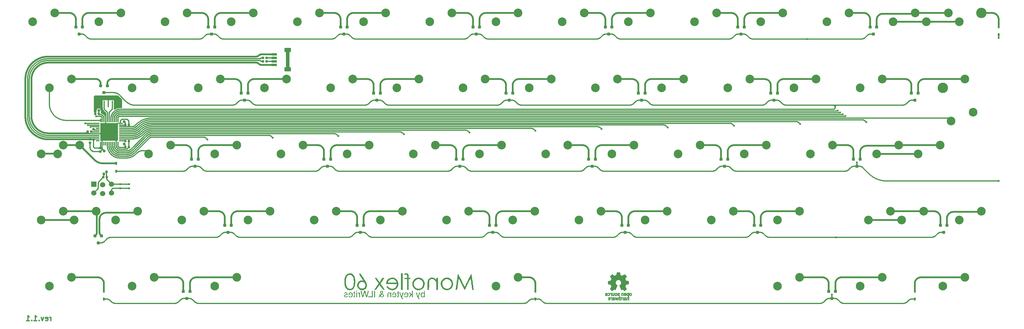
<source format=gbr>
%TF.GenerationSoftware,KiCad,Pcbnew,(5.99.0-13123-g97e9348ee1)*%
%TF.CreationDate,2021-12-06T14:10:23+03:00*%
%TF.ProjectId,Monoflex60,4d6f6e6f-666c-4657-9836-302e6b696361,rev?*%
%TF.SameCoordinates,Original*%
%TF.FileFunction,Copper,L2,Bot*%
%TF.FilePolarity,Positive*%
%FSLAX46Y46*%
G04 Gerber Fmt 4.6, Leading zero omitted, Abs format (unit mm)*
G04 Created by KiCad (PCBNEW (5.99.0-13123-g97e9348ee1)) date 2021-12-06 14:10:23*
%MOMM*%
%LPD*%
G01*
G04 APERTURE LIST*
G04 Aperture macros list*
%AMRoundRect*
0 Rectangle with rounded corners*
0 $1 Rounding radius*
0 $2 $3 $4 $5 $6 $7 $8 $9 X,Y pos of 4 corners*
0 Add a 4 corners polygon primitive as box body*
4,1,4,$2,$3,$4,$5,$6,$7,$8,$9,$2,$3,0*
0 Add four circle primitives for the rounded corners*
1,1,$1+$1,$2,$3*
1,1,$1+$1,$4,$5*
1,1,$1+$1,$6,$7*
1,1,$1+$1,$8,$9*
0 Add four rect primitives between the rounded corners*
20,1,$1+$1,$2,$3,$4,$5,0*
20,1,$1+$1,$4,$5,$6,$7,0*
20,1,$1+$1,$6,$7,$8,$9,0*
20,1,$1+$1,$8,$9,$2,$3,0*%
G04 Aperture macros list end*
%ADD10C,0.300000*%
%TA.AperFunction,NonConductor*%
%ADD11C,0.300000*%
%TD*%
%TA.AperFunction,EtchedComponent*%
%ADD12C,0.010000*%
%TD*%
%TA.AperFunction,ComponentPad*%
%ADD13C,2.500000*%
%TD*%
%TA.AperFunction,ComponentPad*%
%ADD14C,3.000000*%
%TD*%
%TA.AperFunction,SMDPad,CuDef*%
%ADD15RoundRect,0.104000X-0.296000X0.346000X-0.296000X-0.346000X0.296000X-0.346000X0.296000X0.346000X0*%
%TD*%
%TA.AperFunction,SMDPad,CuDef*%
%ADD16R,0.600000X0.850000*%
%TD*%
%TA.AperFunction,SMDPad,CuDef*%
%ADD17RoundRect,0.090000X-0.210000X-0.210000X0.210000X-0.210000X0.210000X0.210000X-0.210000X0.210000X0*%
%TD*%
%TA.AperFunction,SMDPad,CuDef*%
%ADD18RoundRect,0.091000X-0.684000X0.259000X-0.684000X-0.259000X0.684000X-0.259000X0.684000X0.259000X0*%
%TD*%
%TA.AperFunction,SMDPad,CuDef*%
%ADD19RoundRect,0.144000X-0.756000X0.456000X-0.756000X-0.456000X0.756000X-0.456000X0.756000X0.456000X0*%
%TD*%
%TA.AperFunction,SMDPad,CuDef*%
%ADD20R,1.075000X0.300000*%
%TD*%
%TA.AperFunction,SMDPad,CuDef*%
%ADD21R,0.300000X1.075000*%
%TD*%
%TA.AperFunction,SMDPad,CuDef*%
%ADD22R,5.200000X5.200000*%
%TD*%
%TA.AperFunction,SMDPad,CuDef*%
%ADD23R,0.400000X1.900000*%
%TD*%
%TA.AperFunction,SMDPad,CuDef*%
%ADD24RoundRect,0.090000X0.210000X0.210000X-0.210000X0.210000X-0.210000X-0.210000X0.210000X-0.210000X0*%
%TD*%
%TA.AperFunction,SMDPad,CuDef*%
%ADD25RoundRect,0.090000X0.210000X-0.210000X0.210000X0.210000X-0.210000X0.210000X-0.210000X-0.210000X0*%
%TD*%
%TA.AperFunction,ComponentPad*%
%ADD26R,1.500000X1.500000*%
%TD*%
%TA.AperFunction,ComponentPad*%
%ADD27C,1.500000*%
%TD*%
%TA.AperFunction,SMDPad,CuDef*%
%ADD28R,0.550000X0.570000*%
%TD*%
%TA.AperFunction,ViaPad*%
%ADD29C,0.800000*%
%TD*%
%TA.AperFunction,ViaPad*%
%ADD30C,0.600000*%
%TD*%
%TA.AperFunction,Conductor*%
%ADD31C,1.000000*%
%TD*%
%TA.AperFunction,Conductor*%
%ADD32C,0.300000*%
%TD*%
%TA.AperFunction,Conductor*%
%ADD33C,0.550000*%
%TD*%
G04 APERTURE END LIST*
D10*
D11*
X66464285Y-175678571D02*
X66464285Y-174678571D01*
X66464285Y-174964285D02*
X66392857Y-174821428D01*
X66321428Y-174750000D01*
X66178571Y-174678571D01*
X66035714Y-174678571D01*
X64964285Y-175607142D02*
X65107142Y-175678571D01*
X65392857Y-175678571D01*
X65535714Y-175607142D01*
X65607142Y-175464285D01*
X65607142Y-174892857D01*
X65535714Y-174750000D01*
X65392857Y-174678571D01*
X65107142Y-174678571D01*
X64964285Y-174750000D01*
X64892857Y-174892857D01*
X64892857Y-175035714D01*
X65607142Y-175178571D01*
X64392857Y-174678571D02*
X64035714Y-175678571D01*
X63678571Y-174678571D01*
X63107142Y-175535714D02*
X63035714Y-175607142D01*
X63107142Y-175678571D01*
X63178571Y-175607142D01*
X63107142Y-175535714D01*
X63107142Y-175678571D01*
X61607142Y-175678571D02*
X62464285Y-175678571D01*
X62035714Y-175678571D02*
X62035714Y-174178571D01*
X62178571Y-174392857D01*
X62321428Y-174535714D01*
X62464285Y-174607142D01*
X60964285Y-175535714D02*
X60892857Y-175607142D01*
X60964285Y-175678571D01*
X61035714Y-175607142D01*
X60964285Y-175535714D01*
X60964285Y-175678571D01*
X59464285Y-175678571D02*
X60321428Y-175678571D01*
X59892857Y-175678571D02*
X59892857Y-174178571D01*
X60035714Y-174392857D01*
X60178571Y-174535714D01*
X60321428Y-174607142D01*
D12*
%TO.C,REF\u002A\u002A*%
X228479869Y-167943482D02*
X228478290Y-168066038D01*
X228478290Y-168066038D02*
X228472519Y-168159128D01*
X228472519Y-168159128D02*
X228461009Y-168226600D01*
X228461009Y-168226600D02*
X228442210Y-168272304D01*
X228442210Y-168272304D02*
X228414574Y-168300088D01*
X228414574Y-168300088D02*
X228376552Y-168313803D01*
X228376552Y-168313803D02*
X228329474Y-168317307D01*
X228329474Y-168317307D02*
X228280168Y-168313381D01*
X228280168Y-168313381D02*
X228242717Y-168299038D01*
X228242717Y-168299038D02*
X228215572Y-168270427D01*
X228215572Y-168270427D02*
X228197185Y-168223700D01*
X228197185Y-168223700D02*
X228186007Y-168155007D01*
X228186007Y-168155007D02*
X228180489Y-168060499D01*
X228180489Y-168060499D02*
X228179079Y-167943482D01*
X228179079Y-167943482D02*
X228179079Y-167683370D01*
X228179079Y-167683370D02*
X227995264Y-167683370D01*
X227995264Y-167683370D02*
X227995264Y-168485475D01*
X227995264Y-168485475D02*
X228087172Y-168485475D01*
X228087172Y-168485475D02*
X228142578Y-168483230D01*
X228142578Y-168483230D02*
X228171109Y-168475345D01*
X228171109Y-168475345D02*
X228179079Y-168460377D01*
X228179079Y-168460377D02*
X228183880Y-168447046D01*
X228183880Y-168447046D02*
X228202986Y-168449866D01*
X228202986Y-168449866D02*
X228241496Y-168468732D01*
X228241496Y-168468732D02*
X228329761Y-168497836D01*
X228329761Y-168497836D02*
X228423377Y-168495774D01*
X228423377Y-168495774D02*
X228513079Y-168464170D01*
X228513079Y-168464170D02*
X228555796Y-168439206D01*
X228555796Y-168439206D02*
X228588379Y-168412175D01*
X228588379Y-168412175D02*
X228612183Y-168378354D01*
X228612183Y-168378354D02*
X228628561Y-168333017D01*
X228628561Y-168333017D02*
X228638869Y-168271438D01*
X228638869Y-168271438D02*
X228644459Y-168188892D01*
X228644459Y-168188892D02*
X228646688Y-168080654D01*
X228646688Y-168080654D02*
X228646974Y-167996953D01*
X228646974Y-167996953D02*
X228646974Y-167683370D01*
X228646974Y-167683370D02*
X228479869Y-167683370D01*
X228479869Y-167683370D02*
X228479869Y-167943482D01*
X228479869Y-167943482D02*
X228479869Y-167943482D01*
G36*
X228179079Y-167943482D02*
G01*
X228180489Y-168060499D01*
X228186007Y-168155007D01*
X228197185Y-168223700D01*
X228215572Y-168270427D01*
X228242717Y-168299038D01*
X228280168Y-168313381D01*
X228329474Y-168317307D01*
X228376552Y-168313803D01*
X228414574Y-168300088D01*
X228442210Y-168272304D01*
X228461009Y-168226600D01*
X228472519Y-168159128D01*
X228478290Y-168066038D01*
X228479869Y-167943482D01*
X228479869Y-167683370D01*
X228646974Y-167683370D01*
X228646974Y-167996953D01*
X228646688Y-168080654D01*
X228644459Y-168188892D01*
X228638869Y-168271438D01*
X228628561Y-168333017D01*
X228612183Y-168378354D01*
X228588379Y-168412175D01*
X228555796Y-168439206D01*
X228513079Y-168464170D01*
X228423377Y-168495774D01*
X228329761Y-168497836D01*
X228241496Y-168468732D01*
X228202986Y-168449866D01*
X228183880Y-168447046D01*
X228179079Y-168460377D01*
X228171109Y-168475345D01*
X228142578Y-168483230D01*
X228087172Y-168485475D01*
X227995264Y-168485475D01*
X227995264Y-167683370D01*
X228179079Y-167683370D01*
X228179079Y-167943482D01*
G37*
X228179079Y-167943482D02*
X228180489Y-168060499D01*
X228186007Y-168155007D01*
X228197185Y-168223700D01*
X228215572Y-168270427D01*
X228242717Y-168299038D01*
X228280168Y-168313381D01*
X228329474Y-168317307D01*
X228376552Y-168313803D01*
X228414574Y-168300088D01*
X228442210Y-168272304D01*
X228461009Y-168226600D01*
X228472519Y-168159128D01*
X228478290Y-168066038D01*
X228479869Y-167943482D01*
X228479869Y-167683370D01*
X228646974Y-167683370D01*
X228646974Y-167996953D01*
X228646688Y-168080654D01*
X228644459Y-168188892D01*
X228638869Y-168271438D01*
X228628561Y-168333017D01*
X228612183Y-168378354D01*
X228588379Y-168412175D01*
X228555796Y-168439206D01*
X228513079Y-168464170D01*
X228423377Y-168495774D01*
X228329761Y-168497836D01*
X228241496Y-168468732D01*
X228202986Y-168449866D01*
X228183880Y-168447046D01*
X228179079Y-168460377D01*
X228171109Y-168475345D01*
X228142578Y-168483230D01*
X228087172Y-168485475D01*
X227995264Y-168485475D01*
X227995264Y-167683370D01*
X228179079Y-167683370D01*
X228179079Y-167943482D01*
X231120119Y-168938435D02*
X231095112Y-168945931D01*
X231095112Y-168945931D02*
X231087050Y-168962400D01*
X231087050Y-168962400D02*
X231086711Y-168969835D01*
X231086711Y-168969835D02*
X231085264Y-168990543D01*
X231085264Y-168990543D02*
X231075302Y-168993794D01*
X231075302Y-168993794D02*
X231048388Y-168979597D01*
X231048388Y-168979597D02*
X231032402Y-168969897D01*
X231032402Y-168969897D02*
X230981967Y-168949124D01*
X230981967Y-168949124D02*
X230921728Y-168938853D01*
X230921728Y-168938853D02*
X230858566Y-168938063D01*
X230858566Y-168938063D02*
X230799363Y-168945735D01*
X230799363Y-168945735D02*
X230750998Y-168960847D01*
X230750998Y-168960847D02*
X230720354Y-168982381D01*
X230720354Y-168982381D02*
X230714311Y-169009315D01*
X230714311Y-169009315D02*
X230717361Y-169016609D01*
X230717361Y-169016609D02*
X230739594Y-169046886D01*
X230739594Y-169046886D02*
X230774070Y-169084124D01*
X230774070Y-169084124D02*
X230780306Y-169090144D01*
X230780306Y-169090144D02*
X230813167Y-169117824D01*
X230813167Y-169117824D02*
X230841520Y-169126767D01*
X230841520Y-169126767D02*
X230881173Y-169120525D01*
X230881173Y-169120525D02*
X230897058Y-169116378D01*
X230897058Y-169116378D02*
X230946491Y-169106416D01*
X230946491Y-169106416D02*
X230981248Y-169110896D01*
X230981248Y-169110896D02*
X231010600Y-169126695D01*
X231010600Y-169126695D02*
X231037487Y-169147898D01*
X231037487Y-169147898D02*
X231057290Y-169174563D01*
X231057290Y-169174563D02*
X231071052Y-169211776D01*
X231071052Y-169211776D02*
X231079816Y-169264622D01*
X231079816Y-169264622D02*
X231084626Y-169338186D01*
X231084626Y-169338186D02*
X231086526Y-169437554D01*
X231086526Y-169437554D02*
X231086711Y-169497550D01*
X231086711Y-169497550D02*
X231086711Y-169755475D01*
X231086711Y-169755475D02*
X231253816Y-169755475D01*
X231253816Y-169755475D02*
X231253816Y-168936659D01*
X231253816Y-168936659D02*
X231170264Y-168936659D01*
X231170264Y-168936659D02*
X231120119Y-168938435D01*
X231120119Y-168938435D02*
X231120119Y-168938435D01*
G36*
X231253816Y-169755475D02*
G01*
X231086711Y-169755475D01*
X231086711Y-169497550D01*
X231086526Y-169437554D01*
X231084626Y-169338186D01*
X231079816Y-169264622D01*
X231071052Y-169211776D01*
X231057290Y-169174563D01*
X231037487Y-169147898D01*
X231010600Y-169126695D01*
X230981248Y-169110896D01*
X230946491Y-169106416D01*
X230897058Y-169116378D01*
X230881173Y-169120525D01*
X230841520Y-169126767D01*
X230813167Y-169117824D01*
X230780306Y-169090144D01*
X230774070Y-169084124D01*
X230739594Y-169046886D01*
X230717361Y-169016609D01*
X230714311Y-169009315D01*
X230720354Y-168982381D01*
X230750998Y-168960847D01*
X230799363Y-168945735D01*
X230858566Y-168938063D01*
X230921728Y-168938853D01*
X230981967Y-168949124D01*
X231032402Y-168969897D01*
X231048388Y-168979597D01*
X231075302Y-168993794D01*
X231085264Y-168990543D01*
X231086711Y-168969835D01*
X231087050Y-168962400D01*
X231095112Y-168945931D01*
X231120119Y-168938435D01*
X231170264Y-168936659D01*
X231253816Y-168936659D01*
X231253816Y-169755475D01*
G37*
X231253816Y-169755475D02*
X231086711Y-169755475D01*
X231086711Y-169497550D01*
X231086526Y-169437554D01*
X231084626Y-169338186D01*
X231079816Y-169264622D01*
X231071052Y-169211776D01*
X231057290Y-169174563D01*
X231037487Y-169147898D01*
X231010600Y-169126695D01*
X230981248Y-169110896D01*
X230946491Y-169106416D01*
X230897058Y-169116378D01*
X230881173Y-169120525D01*
X230841520Y-169126767D01*
X230813167Y-169117824D01*
X230780306Y-169090144D01*
X230774070Y-169084124D01*
X230739594Y-169046886D01*
X230717361Y-169016609D01*
X230714311Y-169009315D01*
X230720354Y-168982381D01*
X230750998Y-168960847D01*
X230799363Y-168945735D01*
X230858566Y-168938063D01*
X230921728Y-168938853D01*
X230981967Y-168949124D01*
X231032402Y-168969897D01*
X231048388Y-168979597D01*
X231075302Y-168993794D01*
X231085264Y-168990543D01*
X231086711Y-168969835D01*
X231087050Y-168962400D01*
X231095112Y-168945931D01*
X231120119Y-168938435D01*
X231170264Y-168936659D01*
X231253816Y-168936659D01*
X231253816Y-169755475D01*
X229781372Y-167680496D02*
X229718092Y-167692497D01*
X229718092Y-167692497D02*
X229652443Y-167717597D01*
X229652443Y-167717597D02*
X229645428Y-167720797D01*
X229645428Y-167720797D02*
X229595644Y-167746975D01*
X229595644Y-167746975D02*
X229561166Y-167771302D01*
X229561166Y-167771302D02*
X229550022Y-167786886D01*
X229550022Y-167786886D02*
X229560634Y-167812302D01*
X229560634Y-167812302D02*
X229586412Y-167849802D01*
X229586412Y-167849802D02*
X229597854Y-167863801D01*
X229597854Y-167863801D02*
X229645008Y-167918903D01*
X229645008Y-167918903D02*
X229705799Y-167883035D01*
X229705799Y-167883035D02*
X229763653Y-167859141D01*
X229763653Y-167859141D02*
X229830500Y-167846369D01*
X229830500Y-167846369D02*
X229894606Y-167845562D01*
X229894606Y-167845562D02*
X229944236Y-167857564D01*
X229944236Y-167857564D02*
X229956146Y-167865054D01*
X229956146Y-167865054D02*
X229978828Y-167899399D01*
X229978828Y-167899399D02*
X229981584Y-167938962D01*
X229981584Y-167938962D02*
X229964612Y-167969869D01*
X229964612Y-167969869D02*
X229954573Y-167975862D01*
X229954573Y-167975862D02*
X229924490Y-167983306D01*
X229924490Y-167983306D02*
X229871611Y-167992055D01*
X229871611Y-167992055D02*
X229806425Y-168000416D01*
X229806425Y-168000416D02*
X229794400Y-168001727D01*
X229794400Y-168001727D02*
X229689703Y-168019837D01*
X229689703Y-168019837D02*
X229613768Y-168050600D01*
X229613768Y-168050600D02*
X229563408Y-168096856D01*
X229563408Y-168096856D02*
X229535436Y-168161446D01*
X229535436Y-168161446D02*
X229526722Y-168240336D01*
X229526722Y-168240336D02*
X229538760Y-168330014D01*
X229538760Y-168330014D02*
X229577849Y-168400435D01*
X229577849Y-168400435D02*
X229644145Y-168451726D01*
X229644145Y-168451726D02*
X229737806Y-168484016D01*
X229737806Y-168484016D02*
X229841777Y-168496756D01*
X229841777Y-168496756D02*
X229926562Y-168496603D01*
X229926562Y-168496603D02*
X229995335Y-168485032D01*
X229995335Y-168485032D02*
X230042303Y-168469058D01*
X230042303Y-168469058D02*
X230101650Y-168441224D01*
X230101650Y-168441224D02*
X230156494Y-168408922D01*
X230156494Y-168408922D02*
X230175987Y-168394704D01*
X230175987Y-168394704D02*
X230226119Y-168353784D01*
X230226119Y-168353784D02*
X230105197Y-168231426D01*
X230105197Y-168231426D02*
X230036457Y-168276916D01*
X230036457Y-168276916D02*
X229967512Y-168311082D01*
X229967512Y-168311082D02*
X229893889Y-168328953D01*
X229893889Y-168328953D02*
X229823117Y-168330838D01*
X229823117Y-168330838D02*
X229762726Y-168317050D01*
X229762726Y-168317050D02*
X229720243Y-168287898D01*
X229720243Y-168287898D02*
X229706526Y-168263301D01*
X229706526Y-168263301D02*
X229708583Y-168223853D01*
X229708583Y-168223853D02*
X229742670Y-168193686D01*
X229742670Y-168193686D02*
X229808692Y-168172855D01*
X229808692Y-168172855D02*
X229881026Y-168163228D01*
X229881026Y-168163228D02*
X229992348Y-168144859D01*
X229992348Y-168144859D02*
X230075048Y-168110203D01*
X230075048Y-168110203D02*
X230130235Y-168058246D01*
X230130235Y-168058246D02*
X230159012Y-167987972D01*
X230159012Y-167987972D02*
X230162999Y-167904656D01*
X230162999Y-167904656D02*
X230143307Y-167817630D01*
X230143307Y-167817630D02*
X230098411Y-167751851D01*
X230098411Y-167751851D02*
X230027909Y-167707017D01*
X230027909Y-167707017D02*
X229931399Y-167682828D01*
X229931399Y-167682828D02*
X229859900Y-167678086D01*
X229859900Y-167678086D02*
X229781372Y-167680496D01*
X229781372Y-167680496D02*
X229781372Y-167680496D01*
G36*
X229931399Y-167682828D02*
G01*
X230027909Y-167707017D01*
X230098411Y-167751851D01*
X230143307Y-167817630D01*
X230162999Y-167904656D01*
X230159012Y-167987972D01*
X230130235Y-168058246D01*
X230075048Y-168110203D01*
X229992348Y-168144859D01*
X229881026Y-168163228D01*
X229808692Y-168172855D01*
X229742670Y-168193686D01*
X229708583Y-168223853D01*
X229706526Y-168263301D01*
X229720243Y-168287898D01*
X229762726Y-168317050D01*
X229823117Y-168330838D01*
X229893889Y-168328953D01*
X229967512Y-168311082D01*
X230036457Y-168276916D01*
X230105197Y-168231426D01*
X230226119Y-168353784D01*
X230175987Y-168394704D01*
X230156494Y-168408922D01*
X230101650Y-168441224D01*
X230042303Y-168469058D01*
X229995335Y-168485032D01*
X229926562Y-168496603D01*
X229841777Y-168496756D01*
X229737806Y-168484016D01*
X229644145Y-168451726D01*
X229577849Y-168400435D01*
X229538760Y-168330014D01*
X229526722Y-168240336D01*
X229535436Y-168161446D01*
X229563408Y-168096856D01*
X229613768Y-168050600D01*
X229689703Y-168019837D01*
X229794400Y-168001727D01*
X229806425Y-168000416D01*
X229871611Y-167992055D01*
X229924490Y-167983306D01*
X229954573Y-167975862D01*
X229964612Y-167969869D01*
X229981584Y-167938962D01*
X229978828Y-167899399D01*
X229956146Y-167865054D01*
X229944236Y-167857564D01*
X229894606Y-167845562D01*
X229830500Y-167846369D01*
X229763653Y-167859141D01*
X229705799Y-167883035D01*
X229645008Y-167918903D01*
X229597854Y-167863801D01*
X229586412Y-167849802D01*
X229560634Y-167812302D01*
X229550022Y-167786886D01*
X229561166Y-167771302D01*
X229595644Y-167746975D01*
X229645428Y-167720797D01*
X229652443Y-167717597D01*
X229718092Y-167692497D01*
X229781372Y-167680496D01*
X229859900Y-167678086D01*
X229931399Y-167682828D01*
G37*
X229931399Y-167682828D02*
X230027909Y-167707017D01*
X230098411Y-167751851D01*
X230143307Y-167817630D01*
X230162999Y-167904656D01*
X230159012Y-167987972D01*
X230130235Y-168058246D01*
X230075048Y-168110203D01*
X229992348Y-168144859D01*
X229881026Y-168163228D01*
X229808692Y-168172855D01*
X229742670Y-168193686D01*
X229708583Y-168223853D01*
X229706526Y-168263301D01*
X229720243Y-168287898D01*
X229762726Y-168317050D01*
X229823117Y-168330838D01*
X229893889Y-168328953D01*
X229967512Y-168311082D01*
X230036457Y-168276916D01*
X230105197Y-168231426D01*
X230226119Y-168353784D01*
X230175987Y-168394704D01*
X230156494Y-168408922D01*
X230101650Y-168441224D01*
X230042303Y-168469058D01*
X229995335Y-168485032D01*
X229926562Y-168496603D01*
X229841777Y-168496756D01*
X229737806Y-168484016D01*
X229644145Y-168451726D01*
X229577849Y-168400435D01*
X229538760Y-168330014D01*
X229526722Y-168240336D01*
X229535436Y-168161446D01*
X229563408Y-168096856D01*
X229613768Y-168050600D01*
X229689703Y-168019837D01*
X229794400Y-168001727D01*
X229806425Y-168000416D01*
X229871611Y-167992055D01*
X229924490Y-167983306D01*
X229954573Y-167975862D01*
X229964612Y-167969869D01*
X229981584Y-167938962D01*
X229978828Y-167899399D01*
X229956146Y-167865054D01*
X229944236Y-167857564D01*
X229894606Y-167845562D01*
X229830500Y-167846369D01*
X229763653Y-167859141D01*
X229705799Y-167883035D01*
X229645008Y-167918903D01*
X229597854Y-167863801D01*
X229586412Y-167849802D01*
X229560634Y-167812302D01*
X229550022Y-167786886D01*
X229561166Y-167771302D01*
X229595644Y-167746975D01*
X229645428Y-167720797D01*
X229652443Y-167717597D01*
X229718092Y-167692497D01*
X229781372Y-167680496D01*
X229859900Y-167678086D01*
X229931399Y-167682828D01*
X228988331Y-167693259D02*
X228903808Y-167739289D01*
X228903808Y-167739289D02*
X228837679Y-167811955D01*
X228837679Y-167811955D02*
X228806522Y-167871055D01*
X228806522Y-167871055D02*
X228793145Y-167923254D01*
X228793145Y-167923254D02*
X228784478Y-167997668D01*
X228784478Y-167997668D02*
X228780763Y-168083391D01*
X228780763Y-168083391D02*
X228782246Y-168169518D01*
X228782246Y-168169518D02*
X228789169Y-168245142D01*
X228789169Y-168245142D02*
X228797255Y-168285533D01*
X228797255Y-168285533D02*
X228824535Y-168340789D01*
X228824535Y-168340789D02*
X228871780Y-168399479D01*
X228871780Y-168399479D02*
X228928718Y-168450801D01*
X228928718Y-168450801D02*
X228985076Y-168483954D01*
X228985076Y-168483954D02*
X228986450Y-168484480D01*
X228986450Y-168484480D02*
X229056384Y-168498967D01*
X229056384Y-168498967D02*
X229139263Y-168499326D01*
X229139263Y-168499326D02*
X229218023Y-168486137D01*
X229218023Y-168486137D02*
X229248434Y-168475566D01*
X229248434Y-168475566D02*
X229326761Y-168431150D01*
X229326761Y-168431150D02*
X229382857Y-168372956D01*
X229382857Y-168372956D02*
X229419714Y-168295914D01*
X229419714Y-168295914D02*
X229440320Y-168194950D01*
X229440320Y-168194950D02*
X229444982Y-168142065D01*
X229444982Y-168142065D02*
X229444387Y-168075612D01*
X229444387Y-168075612D02*
X229265264Y-168075612D01*
X229265264Y-168075612D02*
X229259230Y-168172579D01*
X229259230Y-168172579D02*
X229241862Y-168246472D01*
X229241862Y-168246472D02*
X229214260Y-168293685D01*
X229214260Y-168293685D02*
X229194596Y-168307186D01*
X229194596Y-168307186D02*
X229144213Y-168316600D01*
X229144213Y-168316600D02*
X229084327Y-168313813D01*
X229084327Y-168313813D02*
X229032551Y-168300265D01*
X229032551Y-168300265D02*
X229018973Y-168292811D01*
X229018973Y-168292811D02*
X228983151Y-168249400D01*
X228983151Y-168249400D02*
X228959507Y-168182963D01*
X228959507Y-168182963D02*
X228949442Y-168102110D01*
X228949442Y-168102110D02*
X228954358Y-168015451D01*
X228954358Y-168015451D02*
X228965345Y-167963298D01*
X228965345Y-167963298D02*
X228996891Y-167902900D01*
X228996891Y-167902900D02*
X229046689Y-167865146D01*
X229046689Y-167865146D02*
X229106663Y-167852092D01*
X229106663Y-167852092D02*
X229168736Y-167865798D01*
X229168736Y-167865798D02*
X229216418Y-167899321D01*
X229216418Y-167899321D02*
X229241475Y-167926980D01*
X229241475Y-167926980D02*
X229256100Y-167954243D01*
X229256100Y-167954243D02*
X229263071Y-167991139D01*
X229263071Y-167991139D02*
X229265167Y-168047699D01*
X229265167Y-168047699D02*
X229265264Y-168075612D01*
X229265264Y-168075612D02*
X229444387Y-168075612D01*
X229444387Y-168075612D02*
X229443718Y-168000943D01*
X229443718Y-168000943D02*
X229420735Y-167885220D01*
X229420735Y-167885220D02*
X229376028Y-167794890D01*
X229376028Y-167794890D02*
X229309595Y-167729949D01*
X229309595Y-167729949D02*
X229221435Y-167690394D01*
X229221435Y-167690394D02*
X229202505Y-167685807D01*
X229202505Y-167685807D02*
X229088734Y-167675039D01*
X229088734Y-167675039D02*
X228988331Y-167693259D01*
X228988331Y-167693259D02*
X228988331Y-167693259D01*
G36*
X229440320Y-168194950D02*
G01*
X229419714Y-168295914D01*
X229382857Y-168372956D01*
X229326761Y-168431150D01*
X229248434Y-168475566D01*
X229218023Y-168486137D01*
X229139263Y-168499326D01*
X229056384Y-168498967D01*
X228986450Y-168484480D01*
X228985076Y-168483954D01*
X228928718Y-168450801D01*
X228871780Y-168399479D01*
X228824535Y-168340789D01*
X228797255Y-168285533D01*
X228789169Y-168245142D01*
X228782246Y-168169518D01*
X228781085Y-168102110D01*
X228949442Y-168102110D01*
X228959507Y-168182963D01*
X228983151Y-168249400D01*
X229018973Y-168292811D01*
X229032551Y-168300265D01*
X229084327Y-168313813D01*
X229144213Y-168316600D01*
X229194596Y-168307186D01*
X229214260Y-168293685D01*
X229241862Y-168246472D01*
X229259230Y-168172579D01*
X229265264Y-168075612D01*
X229265167Y-168047699D01*
X229263071Y-167991139D01*
X229256100Y-167954243D01*
X229241475Y-167926980D01*
X229216418Y-167899321D01*
X229168736Y-167865798D01*
X229106663Y-167852092D01*
X229046689Y-167865146D01*
X228996891Y-167902900D01*
X228965345Y-167963298D01*
X228954358Y-168015451D01*
X228949442Y-168102110D01*
X228781085Y-168102110D01*
X228780763Y-168083391D01*
X228784478Y-167997668D01*
X228793145Y-167923254D01*
X228806522Y-167871055D01*
X228837679Y-167811955D01*
X228903808Y-167739289D01*
X228988331Y-167693259D01*
X229088734Y-167675039D01*
X229202505Y-167685807D01*
X229221435Y-167690394D01*
X229309595Y-167729949D01*
X229376028Y-167794890D01*
X229420735Y-167885220D01*
X229443718Y-168000943D01*
X229444387Y-168075612D01*
X229444982Y-168142065D01*
X229440320Y-168194950D01*
G37*
X229440320Y-168194950D02*
X229419714Y-168295914D01*
X229382857Y-168372956D01*
X229326761Y-168431150D01*
X229248434Y-168475566D01*
X229218023Y-168486137D01*
X229139263Y-168499326D01*
X229056384Y-168498967D01*
X228986450Y-168484480D01*
X228985076Y-168483954D01*
X228928718Y-168450801D01*
X228871780Y-168399479D01*
X228824535Y-168340789D01*
X228797255Y-168285533D01*
X228789169Y-168245142D01*
X228782246Y-168169518D01*
X228781085Y-168102110D01*
X228949442Y-168102110D01*
X228959507Y-168182963D01*
X228983151Y-168249400D01*
X229018973Y-168292811D01*
X229032551Y-168300265D01*
X229084327Y-168313813D01*
X229144213Y-168316600D01*
X229194596Y-168307186D01*
X229214260Y-168293685D01*
X229241862Y-168246472D01*
X229259230Y-168172579D01*
X229265264Y-168075612D01*
X229265167Y-168047699D01*
X229263071Y-167991139D01*
X229256100Y-167954243D01*
X229241475Y-167926980D01*
X229216418Y-167899321D01*
X229168736Y-167865798D01*
X229106663Y-167852092D01*
X229046689Y-167865146D01*
X228996891Y-167902900D01*
X228965345Y-167963298D01*
X228954358Y-168015451D01*
X228949442Y-168102110D01*
X228781085Y-168102110D01*
X228780763Y-168083391D01*
X228784478Y-167997668D01*
X228793145Y-167923254D01*
X228806522Y-167871055D01*
X228837679Y-167811955D01*
X228903808Y-167739289D01*
X228988331Y-167693259D01*
X229088734Y-167675039D01*
X229202505Y-167685807D01*
X229221435Y-167690394D01*
X229309595Y-167729949D01*
X229376028Y-167794890D01*
X229420735Y-167885220D01*
X229443718Y-168000943D01*
X229444387Y-168075612D01*
X229444982Y-168142065D01*
X229440320Y-168194950D01*
X226241216Y-167680503D02*
X226198426Y-167690898D01*
X226198426Y-167690898D02*
X226116391Y-167728962D01*
X226116391Y-167728962D02*
X226046243Y-167787098D01*
X226046243Y-167787098D02*
X225997695Y-167856801D01*
X225997695Y-167856801D02*
X225991025Y-167872451D01*
X225991025Y-167872451D02*
X225981876Y-167913445D01*
X225981876Y-167913445D02*
X225975471Y-167974087D01*
X225975471Y-167974087D02*
X225973290Y-168035379D01*
X225973290Y-168035379D02*
X225973290Y-168151265D01*
X225973290Y-168151265D02*
X226215593Y-168151265D01*
X226215593Y-168151265D02*
X226315529Y-168151642D01*
X226315529Y-168151642D02*
X226385931Y-168153936D01*
X226385931Y-168153936D02*
X226430687Y-168159887D01*
X226430687Y-168159887D02*
X226453685Y-168171234D01*
X226453685Y-168171234D02*
X226458811Y-168189720D01*
X226458811Y-168189720D02*
X226449952Y-168217085D01*
X226449952Y-168217085D02*
X226434083Y-168249104D01*
X226434083Y-168249104D02*
X226389816Y-168302541D01*
X226389816Y-168302541D02*
X226328301Y-168329164D01*
X226328301Y-168329164D02*
X226253115Y-168328296D01*
X226253115Y-168328296D02*
X226167947Y-168299320D01*
X226167947Y-168299320D02*
X226094341Y-168263560D01*
X226094341Y-168263560D02*
X226033266Y-168311853D01*
X226033266Y-168311853D02*
X225972190Y-168360146D01*
X225972190Y-168360146D02*
X226029649Y-168413234D01*
X226029649Y-168413234D02*
X226106359Y-168463394D01*
X226106359Y-168463394D02*
X226200698Y-168493637D01*
X226200698Y-168493637D02*
X226302173Y-168502100D01*
X226302173Y-168502100D02*
X226400289Y-168486923D01*
X226400289Y-168486923D02*
X226416119Y-168481773D01*
X226416119Y-168481773D02*
X226502353Y-168436740D01*
X226502353Y-168436740D02*
X226566499Y-168369601D01*
X226566499Y-168369601D02*
X226609909Y-168278354D01*
X226609909Y-168278354D02*
X226633936Y-168160993D01*
X226633936Y-168160993D02*
X226634216Y-168158478D01*
X226634216Y-168158478D02*
X226636367Y-168030576D01*
X226636367Y-168030576D02*
X226627671Y-167984946D01*
X226627671Y-167984946D02*
X226457895Y-167984946D01*
X226457895Y-167984946D02*
X226442303Y-167991962D01*
X226442303Y-167991962D02*
X226399971Y-167997337D01*
X226399971Y-167997337D02*
X226337566Y-168000406D01*
X226337566Y-168000406D02*
X226298019Y-168000870D01*
X226298019Y-168000870D02*
X226224272Y-168000579D01*
X226224272Y-168000579D02*
X226178160Y-167998732D01*
X226178160Y-167998732D02*
X226153900Y-167993861D01*
X226153900Y-167993861D02*
X226145706Y-167984504D01*
X226145706Y-167984504D02*
X226147794Y-167969194D01*
X226147794Y-167969194D02*
X226149545Y-167963271D01*
X226149545Y-167963271D02*
X226179440Y-167907617D01*
X226179440Y-167907617D02*
X226226458Y-167862764D01*
X226226458Y-167862764D02*
X226267951Y-167843054D01*
X226267951Y-167843054D02*
X226323074Y-167844244D01*
X226323074Y-167844244D02*
X226378932Y-167868824D01*
X226378932Y-167868824D02*
X226425788Y-167909519D01*
X226425788Y-167909519D02*
X226453906Y-167959057D01*
X226453906Y-167959057D02*
X226457895Y-167984946D01*
X226457895Y-167984946D02*
X226627671Y-167984946D01*
X226627671Y-167984946D02*
X226614926Y-167918082D01*
X226614926Y-167918082D02*
X226572389Y-167823676D01*
X226572389Y-167823676D02*
X226511253Y-167750037D01*
X226511253Y-167750037D02*
X226434015Y-167699842D01*
X226434015Y-167699842D02*
X226343170Y-167675771D01*
X226343170Y-167675771D02*
X226241216Y-167680503D01*
X226241216Y-167680503D02*
X226241216Y-167680503D01*
G36*
X226634216Y-168158478D02*
G01*
X226633936Y-168160993D01*
X226609909Y-168278354D01*
X226566499Y-168369601D01*
X226502353Y-168436740D01*
X226416119Y-168481773D01*
X226400289Y-168486923D01*
X226302173Y-168502100D01*
X226200698Y-168493637D01*
X226106359Y-168463394D01*
X226029649Y-168413234D01*
X225972190Y-168360146D01*
X226033266Y-168311853D01*
X226094341Y-168263560D01*
X226167947Y-168299320D01*
X226253115Y-168328296D01*
X226328301Y-168329164D01*
X226389816Y-168302541D01*
X226434083Y-168249104D01*
X226449952Y-168217085D01*
X226458811Y-168189720D01*
X226453685Y-168171234D01*
X226430687Y-168159887D01*
X226385931Y-168153936D01*
X226315529Y-168151642D01*
X226215593Y-168151265D01*
X225973290Y-168151265D01*
X225973290Y-168035379D01*
X225975100Y-167984504D01*
X226145706Y-167984504D01*
X226153900Y-167993861D01*
X226178160Y-167998732D01*
X226224272Y-168000579D01*
X226298019Y-168000870D01*
X226337566Y-168000406D01*
X226399971Y-167997337D01*
X226442303Y-167991962D01*
X226457895Y-167984946D01*
X226453906Y-167959057D01*
X226425788Y-167909519D01*
X226378932Y-167868824D01*
X226323074Y-167844244D01*
X226267951Y-167843054D01*
X226226458Y-167862764D01*
X226179440Y-167907617D01*
X226149545Y-167963271D01*
X226147794Y-167969194D01*
X226145706Y-167984504D01*
X225975100Y-167984504D01*
X225975471Y-167974087D01*
X225981876Y-167913445D01*
X225991025Y-167872451D01*
X225997695Y-167856801D01*
X226046243Y-167787098D01*
X226116391Y-167728962D01*
X226198426Y-167690898D01*
X226241216Y-167680503D01*
X226343170Y-167675771D01*
X226434015Y-167699842D01*
X226511253Y-167750037D01*
X226572389Y-167823676D01*
X226614926Y-167918082D01*
X226627671Y-167984946D01*
X226636367Y-168030576D01*
X226634216Y-168158478D01*
G37*
X226634216Y-168158478D02*
X226633936Y-168160993D01*
X226609909Y-168278354D01*
X226566499Y-168369601D01*
X226502353Y-168436740D01*
X226416119Y-168481773D01*
X226400289Y-168486923D01*
X226302173Y-168502100D01*
X226200698Y-168493637D01*
X226106359Y-168463394D01*
X226029649Y-168413234D01*
X225972190Y-168360146D01*
X226033266Y-168311853D01*
X226094341Y-168263560D01*
X226167947Y-168299320D01*
X226253115Y-168328296D01*
X226328301Y-168329164D01*
X226389816Y-168302541D01*
X226434083Y-168249104D01*
X226449952Y-168217085D01*
X226458811Y-168189720D01*
X226453685Y-168171234D01*
X226430687Y-168159887D01*
X226385931Y-168153936D01*
X226315529Y-168151642D01*
X226215593Y-168151265D01*
X225973290Y-168151265D01*
X225973290Y-168035379D01*
X225975100Y-167984504D01*
X226145706Y-167984504D01*
X226153900Y-167993861D01*
X226178160Y-167998732D01*
X226224272Y-168000579D01*
X226298019Y-168000870D01*
X226337566Y-168000406D01*
X226399971Y-167997337D01*
X226442303Y-167991962D01*
X226457895Y-167984946D01*
X226453906Y-167959057D01*
X226425788Y-167909519D01*
X226378932Y-167868824D01*
X226323074Y-167844244D01*
X226267951Y-167843054D01*
X226226458Y-167862764D01*
X226179440Y-167907617D01*
X226149545Y-167963271D01*
X226147794Y-167969194D01*
X226145706Y-167984504D01*
X225975100Y-167984504D01*
X225975471Y-167974087D01*
X225981876Y-167913445D01*
X225991025Y-167872451D01*
X225997695Y-167856801D01*
X226046243Y-167787098D01*
X226116391Y-167728962D01*
X226198426Y-167690898D01*
X226241216Y-167680503D01*
X226343170Y-167675771D01*
X226434015Y-167699842D01*
X226511253Y-167750037D01*
X226572389Y-167823676D01*
X226614926Y-167918082D01*
X226627671Y-167984946D01*
X226636367Y-168030576D01*
X226634216Y-168158478D01*
X231602982Y-167701976D02*
X231586330Y-167709815D01*
X231586330Y-167709815D02*
X231528695Y-167752035D01*
X231528695Y-167752035D02*
X231474195Y-167813649D01*
X231474195Y-167813649D02*
X231433501Y-167881492D01*
X231433501Y-167881492D02*
X231421926Y-167912683D01*
X231421926Y-167912683D02*
X231411366Y-167968398D01*
X231411366Y-167968398D02*
X231405069Y-168035730D01*
X231405069Y-168035730D02*
X231404304Y-168063534D01*
X231404304Y-168063534D02*
X231404211Y-168151265D01*
X231404211Y-168151265D02*
X231909150Y-168151265D01*
X231909150Y-168151265D02*
X231898387Y-168197219D01*
X231898387Y-168197219D02*
X231871967Y-168251569D01*
X231871967Y-168251569D02*
X231825778Y-168298540D01*
X231825778Y-168298540D02*
X231770828Y-168328797D01*
X231770828Y-168328797D02*
X231735811Y-168335080D01*
X231735811Y-168335080D02*
X231688323Y-168327455D01*
X231688323Y-168327455D02*
X231631665Y-168308332D01*
X231631665Y-168308332D02*
X231612418Y-168299533D01*
X231612418Y-168299533D02*
X231541241Y-168263985D01*
X231541241Y-168263985D02*
X231480498Y-168310316D01*
X231480498Y-168310316D02*
X231445448Y-168341652D01*
X231445448Y-168341652D02*
X231426798Y-168367516D01*
X231426798Y-168367516D02*
X231425853Y-168375107D01*
X231425853Y-168375107D02*
X231442515Y-168393505D01*
X231442515Y-168393505D02*
X231479030Y-168421464D01*
X231479030Y-168421464D02*
X231512172Y-168443276D01*
X231512172Y-168443276D02*
X231601607Y-168482486D01*
X231601607Y-168482486D02*
X231701871Y-168500234D01*
X231701871Y-168500234D02*
X231801246Y-168495619D01*
X231801246Y-168495619D02*
X231880461Y-168471500D01*
X231880461Y-168471500D02*
X231962120Y-168419833D01*
X231962120Y-168419833D02*
X232020151Y-168351805D01*
X232020151Y-168351805D02*
X232056454Y-168263792D01*
X232056454Y-168263792D02*
X232072928Y-168152165D01*
X232072928Y-168152165D02*
X232074389Y-168101087D01*
X232074389Y-168101087D02*
X232068543Y-167984040D01*
X232068543Y-167984040D02*
X232067825Y-167980635D01*
X232067825Y-167980635D02*
X231900511Y-167980635D01*
X231900511Y-167980635D02*
X231895903Y-167991611D01*
X231895903Y-167991611D02*
X231876964Y-167997664D01*
X231876964Y-167997664D02*
X231837902Y-168000259D01*
X231837902Y-168000259D02*
X231772923Y-168000859D01*
X231772923Y-168000859D02*
X231747903Y-168000870D01*
X231747903Y-168000870D02*
X231671779Y-167999963D01*
X231671779Y-167999963D02*
X231623504Y-167996669D01*
X231623504Y-167996669D02*
X231597540Y-167990130D01*
X231597540Y-167990130D02*
X231588352Y-167979486D01*
X231588352Y-167979486D02*
X231588027Y-167976068D01*
X231588027Y-167976068D02*
X231598513Y-167948905D01*
X231598513Y-167948905D02*
X231624758Y-167910852D01*
X231624758Y-167910852D02*
X231636041Y-167897528D01*
X231636041Y-167897528D02*
X231677928Y-167859845D01*
X231677928Y-167859845D02*
X231721591Y-167845029D01*
X231721591Y-167845029D02*
X231745115Y-167843791D01*
X231745115Y-167843791D02*
X231808757Y-167859278D01*
X231808757Y-167859278D02*
X231862127Y-167900879D01*
X231862127Y-167900879D02*
X231895981Y-167961302D01*
X231895981Y-167961302D02*
X231896581Y-167963271D01*
X231896581Y-167963271D02*
X231900511Y-167980635D01*
X231900511Y-167980635D02*
X232067825Y-167980635D01*
X232067825Y-167980635D02*
X232049101Y-167891877D01*
X232049101Y-167891877D02*
X232014078Y-167818139D01*
X232014078Y-167818139D02*
X231971244Y-167765797D01*
X231971244Y-167765797D02*
X231892052Y-167709041D01*
X231892052Y-167709041D02*
X231798960Y-167678711D01*
X231798960Y-167678711D02*
X231699945Y-167675970D01*
X231699945Y-167675970D02*
X231602982Y-167701976D01*
X231602982Y-167701976D02*
X231602982Y-167701976D01*
G36*
X232074389Y-168101087D02*
G01*
X232072928Y-168152165D01*
X232056454Y-168263792D01*
X232020151Y-168351805D01*
X231962120Y-168419833D01*
X231880461Y-168471500D01*
X231801246Y-168495619D01*
X231701871Y-168500234D01*
X231601607Y-168482486D01*
X231512172Y-168443276D01*
X231479030Y-168421464D01*
X231442515Y-168393505D01*
X231425853Y-168375107D01*
X231426798Y-168367516D01*
X231445448Y-168341652D01*
X231480498Y-168310316D01*
X231541241Y-168263985D01*
X231612418Y-168299533D01*
X231631665Y-168308332D01*
X231688323Y-168327455D01*
X231735811Y-168335080D01*
X231770828Y-168328797D01*
X231825778Y-168298540D01*
X231871967Y-168251569D01*
X231898387Y-168197219D01*
X231909150Y-168151265D01*
X231404211Y-168151265D01*
X231404304Y-168063534D01*
X231405069Y-168035730D01*
X231410649Y-167976068D01*
X231588027Y-167976068D01*
X231588352Y-167979486D01*
X231597540Y-167990130D01*
X231623504Y-167996669D01*
X231671779Y-167999963D01*
X231747903Y-168000870D01*
X231772923Y-168000859D01*
X231837902Y-168000259D01*
X231876964Y-167997664D01*
X231895903Y-167991611D01*
X231900511Y-167980635D01*
X231896581Y-167963271D01*
X231895981Y-167961302D01*
X231862127Y-167900879D01*
X231808757Y-167859278D01*
X231745115Y-167843791D01*
X231721591Y-167845029D01*
X231677928Y-167859845D01*
X231636041Y-167897528D01*
X231624758Y-167910852D01*
X231598513Y-167948905D01*
X231588027Y-167976068D01*
X231410649Y-167976068D01*
X231411366Y-167968398D01*
X231421926Y-167912683D01*
X231433501Y-167881492D01*
X231474195Y-167813649D01*
X231528695Y-167752035D01*
X231586330Y-167709815D01*
X231602982Y-167701976D01*
X231699945Y-167675970D01*
X231798960Y-167678711D01*
X231892052Y-167709041D01*
X231971244Y-167765797D01*
X232014078Y-167818139D01*
X232049101Y-167891877D01*
X232067825Y-167980635D01*
X232068543Y-167984040D01*
X232074389Y-168101087D01*
G37*
X232074389Y-168101087D02*
X232072928Y-168152165D01*
X232056454Y-168263792D01*
X232020151Y-168351805D01*
X231962120Y-168419833D01*
X231880461Y-168471500D01*
X231801246Y-168495619D01*
X231701871Y-168500234D01*
X231601607Y-168482486D01*
X231512172Y-168443276D01*
X231479030Y-168421464D01*
X231442515Y-168393505D01*
X231425853Y-168375107D01*
X231426798Y-168367516D01*
X231445448Y-168341652D01*
X231480498Y-168310316D01*
X231541241Y-168263985D01*
X231612418Y-168299533D01*
X231631665Y-168308332D01*
X231688323Y-168327455D01*
X231735811Y-168335080D01*
X231770828Y-168328797D01*
X231825778Y-168298540D01*
X231871967Y-168251569D01*
X231898387Y-168197219D01*
X231909150Y-168151265D01*
X231404211Y-168151265D01*
X231404304Y-168063534D01*
X231405069Y-168035730D01*
X231410649Y-167976068D01*
X231588027Y-167976068D01*
X231588352Y-167979486D01*
X231597540Y-167990130D01*
X231623504Y-167996669D01*
X231671779Y-167999963D01*
X231747903Y-168000870D01*
X231772923Y-168000859D01*
X231837902Y-168000259D01*
X231876964Y-167997664D01*
X231895903Y-167991611D01*
X231900511Y-167980635D01*
X231896581Y-167963271D01*
X231895981Y-167961302D01*
X231862127Y-167900879D01*
X231808757Y-167859278D01*
X231745115Y-167843791D01*
X231721591Y-167845029D01*
X231677928Y-167859845D01*
X231636041Y-167897528D01*
X231624758Y-167910852D01*
X231598513Y-167948905D01*
X231588027Y-167976068D01*
X231410649Y-167976068D01*
X231411366Y-167968398D01*
X231421926Y-167912683D01*
X231433501Y-167881492D01*
X231474195Y-167813649D01*
X231528695Y-167752035D01*
X231586330Y-167709815D01*
X231602982Y-167701976D01*
X231699945Y-167675970D01*
X231798960Y-167678711D01*
X231892052Y-167709041D01*
X231971244Y-167765797D01*
X232014078Y-167818139D01*
X232049101Y-167891877D01*
X232067825Y-167980635D01*
X232068543Y-167984040D01*
X232074389Y-168101087D01*
X226853424Y-167690368D02*
X226756605Y-167731498D01*
X226756605Y-167731498D02*
X226726110Y-167751520D01*
X226726110Y-167751520D02*
X226687135Y-167782289D01*
X226687135Y-167782289D02*
X226662669Y-167806482D01*
X226662669Y-167806482D02*
X226658422Y-167814362D01*
X226658422Y-167814362D02*
X226670416Y-167831848D01*
X226670416Y-167831848D02*
X226701113Y-167861519D01*
X226701113Y-167861519D02*
X226725688Y-167882228D01*
X226725688Y-167882228D02*
X226792954Y-167936285D01*
X226792954Y-167936285D02*
X226846070Y-167891591D01*
X226846070Y-167891591D02*
X226887116Y-167862738D01*
X226887116Y-167862738D02*
X226927137Y-167852778D01*
X226927137Y-167852778D02*
X226972941Y-167855210D01*
X226972941Y-167855210D02*
X227045676Y-167873294D01*
X227045676Y-167873294D02*
X227095744Y-167910830D01*
X227095744Y-167910830D02*
X227126171Y-167971511D01*
X227126171Y-167971511D02*
X227139983Y-168059030D01*
X227139983Y-168059030D02*
X227139987Y-168059085D01*
X227139987Y-168059085D02*
X227138792Y-168156907D01*
X227138792Y-168156907D02*
X227120228Y-168228679D01*
X227120228Y-168228679D02*
X227083196Y-168277544D01*
X227083196Y-168277544D02*
X227057950Y-168294092D01*
X227057950Y-168294092D02*
X226990903Y-168314698D01*
X226990903Y-168314698D02*
X226919291Y-168314711D01*
X226919291Y-168314711D02*
X226856985Y-168294717D01*
X226856985Y-168294717D02*
X226842237Y-168284949D01*
X226842237Y-168284949D02*
X226805250Y-168259996D01*
X226805250Y-168259996D02*
X226776332Y-168255907D01*
X226776332Y-168255907D02*
X226745144Y-168274479D01*
X226745144Y-168274479D02*
X226710664Y-168307836D01*
X226710664Y-168307836D02*
X226656088Y-168364145D01*
X226656088Y-168364145D02*
X226716682Y-168414091D01*
X226716682Y-168414091D02*
X226810302Y-168470462D01*
X226810302Y-168470462D02*
X226915875Y-168498242D01*
X226915875Y-168498242D02*
X227026202Y-168496231D01*
X227026202Y-168496231D02*
X227098657Y-168477811D01*
X227098657Y-168477811D02*
X227183344Y-168432259D01*
X227183344Y-168432259D02*
X227251073Y-168360599D01*
X227251073Y-168360599D02*
X227281843Y-168310015D01*
X227281843Y-168310015D02*
X227306764Y-168237437D01*
X227306764Y-168237437D02*
X227319234Y-168145518D01*
X227319234Y-168145518D02*
X227319330Y-168045897D01*
X227319330Y-168045897D02*
X227307130Y-167950216D01*
X227307130Y-167950216D02*
X227282710Y-167870118D01*
X227282710Y-167870118D02*
X227278864Y-167861905D01*
X227278864Y-167861905D02*
X227221907Y-167781362D01*
X227221907Y-167781362D02*
X227144791Y-167722720D01*
X227144791Y-167722720D02*
X227053610Y-167687196D01*
X227053610Y-167687196D02*
X226954457Y-167676006D01*
X226954457Y-167676006D02*
X226853424Y-167690368D01*
X226853424Y-167690368D02*
X226853424Y-167690368D01*
G36*
X227053610Y-167687196D02*
G01*
X227144791Y-167722720D01*
X227221907Y-167781362D01*
X227278864Y-167861905D01*
X227282710Y-167870118D01*
X227307130Y-167950216D01*
X227319330Y-168045897D01*
X227319234Y-168145518D01*
X227306764Y-168237437D01*
X227281843Y-168310015D01*
X227251073Y-168360599D01*
X227183344Y-168432259D01*
X227098657Y-168477811D01*
X227026202Y-168496231D01*
X226915875Y-168498242D01*
X226810302Y-168470462D01*
X226716682Y-168414091D01*
X226656088Y-168364145D01*
X226710664Y-168307836D01*
X226745144Y-168274479D01*
X226776332Y-168255907D01*
X226805250Y-168259996D01*
X226842237Y-168284949D01*
X226856985Y-168294717D01*
X226919291Y-168314711D01*
X226990903Y-168314698D01*
X227057950Y-168294092D01*
X227083196Y-168277544D01*
X227120228Y-168228679D01*
X227138792Y-168156907D01*
X227139987Y-168059085D01*
X227139983Y-168059030D01*
X227126171Y-167971511D01*
X227095744Y-167910830D01*
X227045676Y-167873294D01*
X226972941Y-167855210D01*
X226927137Y-167852778D01*
X226887116Y-167862738D01*
X226846070Y-167891591D01*
X226792954Y-167936285D01*
X226725688Y-167882228D01*
X226701113Y-167861519D01*
X226670416Y-167831848D01*
X226658422Y-167814362D01*
X226662669Y-167806482D01*
X226687135Y-167782289D01*
X226726110Y-167751520D01*
X226756605Y-167731498D01*
X226853424Y-167690368D01*
X226954457Y-167676006D01*
X227053610Y-167687196D01*
G37*
X227053610Y-167687196D02*
X227144791Y-167722720D01*
X227221907Y-167781362D01*
X227278864Y-167861905D01*
X227282710Y-167870118D01*
X227307130Y-167950216D01*
X227319330Y-168045897D01*
X227319234Y-168145518D01*
X227306764Y-168237437D01*
X227281843Y-168310015D01*
X227251073Y-168360599D01*
X227183344Y-168432259D01*
X227098657Y-168477811D01*
X227026202Y-168496231D01*
X226915875Y-168498242D01*
X226810302Y-168470462D01*
X226716682Y-168414091D01*
X226656088Y-168364145D01*
X226710664Y-168307836D01*
X226745144Y-168274479D01*
X226776332Y-168255907D01*
X226805250Y-168259996D01*
X226842237Y-168284949D01*
X226856985Y-168294717D01*
X226919291Y-168314711D01*
X226990903Y-168314698D01*
X227057950Y-168294092D01*
X227083196Y-168277544D01*
X227120228Y-168228679D01*
X227138792Y-168156907D01*
X227139987Y-168059085D01*
X227139983Y-168059030D01*
X227126171Y-167971511D01*
X227095744Y-167910830D01*
X227045676Y-167873294D01*
X226972941Y-167855210D01*
X226927137Y-167852778D01*
X226887116Y-167862738D01*
X226846070Y-167891591D01*
X226792954Y-167936285D01*
X226725688Y-167882228D01*
X226701113Y-167861519D01*
X226670416Y-167831848D01*
X226658422Y-167814362D01*
X226662669Y-167806482D01*
X226687135Y-167782289D01*
X226726110Y-167751520D01*
X226756605Y-167731498D01*
X226853424Y-167690368D01*
X226954457Y-167676006D01*
X227053610Y-167687196D01*
X231639543Y-168943133D02*
X231560930Y-168964109D01*
X231560930Y-168964109D02*
X231501084Y-169002129D01*
X231501084Y-169002129D02*
X231458853Y-169051927D01*
X231458853Y-169051927D02*
X231445725Y-169073179D01*
X231445725Y-169073179D02*
X231436032Y-169095441D01*
X231436032Y-169095441D02*
X231429256Y-169123919D01*
X231429256Y-169123919D02*
X231424877Y-169163820D01*
X231424877Y-169163820D02*
X231422376Y-169220350D01*
X231422376Y-169220350D02*
X231421232Y-169298716D01*
X231421232Y-169298716D02*
X231420928Y-169404125D01*
X231420928Y-169404125D02*
X231420922Y-169432091D01*
X231420922Y-169432091D02*
X231420922Y-169755475D01*
X231420922Y-169755475D02*
X231501132Y-169755475D01*
X231501132Y-169755475D02*
X231552294Y-169751892D01*
X231552294Y-169751892D02*
X231590123Y-169742815D01*
X231590123Y-169742815D02*
X231599601Y-169737217D01*
X231599601Y-169737217D02*
X231625512Y-169727555D01*
X231625512Y-169727555D02*
X231651976Y-169737217D01*
X231651976Y-169737217D02*
X231695548Y-169749279D01*
X231695548Y-169749279D02*
X231758840Y-169754134D01*
X231758840Y-169754134D02*
X231828990Y-169752027D01*
X231828990Y-169752027D02*
X231893140Y-169743205D01*
X231893140Y-169743205D02*
X231930593Y-169731886D01*
X231930593Y-169731886D02*
X232003067Y-169685361D01*
X232003067Y-169685361D02*
X232048360Y-169620795D01*
X232048360Y-169620795D02*
X232068722Y-169534949D01*
X232068722Y-169534949D02*
X232068912Y-169532745D01*
X232068912Y-169532745D02*
X232067125Y-169494662D01*
X232067125Y-169494662D02*
X231905527Y-169494662D01*
X231905527Y-169494662D02*
X231891399Y-169537979D01*
X231891399Y-169537979D02*
X231868388Y-169562357D01*
X231868388Y-169562357D02*
X231822196Y-169580794D01*
X231822196Y-169580794D02*
X231761225Y-169588154D01*
X231761225Y-169588154D02*
X231699051Y-169584532D01*
X231699051Y-169584532D02*
X231649249Y-169570023D01*
X231649249Y-169570023D02*
X231635297Y-169560714D01*
X231635297Y-169560714D02*
X231610915Y-169517702D01*
X231610915Y-169517702D02*
X231604737Y-169468806D01*
X231604737Y-169468806D02*
X231604737Y-169404554D01*
X231604737Y-169404554D02*
X231697182Y-169404554D01*
X231697182Y-169404554D02*
X231785005Y-169411315D01*
X231785005Y-169411315D02*
X231851582Y-169430469D01*
X231851582Y-169430469D02*
X231892998Y-169460325D01*
X231892998Y-169460325D02*
X231905527Y-169494662D01*
X231905527Y-169494662D02*
X232067125Y-169494662D01*
X232067125Y-169494662D02*
X232064510Y-169438953D01*
X232064510Y-169438953D02*
X232033576Y-169364796D01*
X232033576Y-169364796D02*
X231975419Y-169308716D01*
X231975419Y-169308716D02*
X231967380Y-169303614D01*
X231967380Y-169303614D02*
X231932837Y-169287004D01*
X231932837Y-169287004D02*
X231890082Y-169276945D01*
X231890082Y-169276945D02*
X231830314Y-169272056D01*
X231830314Y-169272056D02*
X231759310Y-169270932D01*
X231759310Y-169270932D02*
X231604737Y-169270870D01*
X231604737Y-169270870D02*
X231604737Y-169206074D01*
X231604737Y-169206074D02*
X231611294Y-169155799D01*
X231611294Y-169155799D02*
X231628025Y-169122118D01*
X231628025Y-169122118D02*
X231629984Y-169120325D01*
X231629984Y-169120325D02*
X231667217Y-169105591D01*
X231667217Y-169105591D02*
X231723420Y-169099880D01*
X231723420Y-169099880D02*
X231785533Y-169102686D01*
X231785533Y-169102686D02*
X231840490Y-169113505D01*
X231840490Y-169113505D02*
X231873101Y-169129731D01*
X231873101Y-169129731D02*
X231890772Y-169142729D01*
X231890772Y-169142729D02*
X231909431Y-169145211D01*
X231909431Y-169145211D02*
X231935181Y-169134562D01*
X231935181Y-169134562D02*
X231974127Y-169108167D01*
X231974127Y-169108167D02*
X232032370Y-169063414D01*
X232032370Y-169063414D02*
X232037716Y-169059222D01*
X232037716Y-169059222D02*
X232034977Y-169043709D01*
X232034977Y-169043709D02*
X232012124Y-169017909D01*
X232012124Y-169017909D02*
X231977391Y-168989238D01*
X231977391Y-168989238D02*
X231939010Y-168965115D01*
X231939010Y-168965115D02*
X231926952Y-168959419D01*
X231926952Y-168959419D02*
X231882966Y-168948052D01*
X231882966Y-168948052D02*
X231818513Y-168939944D01*
X231818513Y-168939944D02*
X231746503Y-168936692D01*
X231746503Y-168936692D02*
X231743136Y-168936685D01*
X231743136Y-168936685D02*
X231639543Y-168943133D01*
X231639543Y-168943133D02*
X231639543Y-168943133D01*
G36*
X232068722Y-169534949D02*
G01*
X232048360Y-169620795D01*
X232003067Y-169685361D01*
X231930593Y-169731886D01*
X231893140Y-169743205D01*
X231828990Y-169752027D01*
X231758840Y-169754134D01*
X231695548Y-169749279D01*
X231651976Y-169737217D01*
X231625512Y-169727555D01*
X231599601Y-169737217D01*
X231590123Y-169742815D01*
X231552294Y-169751892D01*
X231501132Y-169755475D01*
X231420922Y-169755475D01*
X231420922Y-169468806D01*
X231604737Y-169468806D01*
X231610915Y-169517702D01*
X231635297Y-169560714D01*
X231649249Y-169570023D01*
X231699051Y-169584532D01*
X231761225Y-169588154D01*
X231822196Y-169580794D01*
X231868388Y-169562357D01*
X231891399Y-169537979D01*
X231905527Y-169494662D01*
X231892998Y-169460325D01*
X231851582Y-169430469D01*
X231785005Y-169411315D01*
X231697182Y-169404554D01*
X231604737Y-169404554D01*
X231604737Y-169468806D01*
X231420922Y-169468806D01*
X231420922Y-169432091D01*
X231420928Y-169404125D01*
X231421232Y-169298716D01*
X231422376Y-169220350D01*
X231424877Y-169163820D01*
X231429256Y-169123919D01*
X231436032Y-169095441D01*
X231445725Y-169073179D01*
X231458853Y-169051927D01*
X231501084Y-169002129D01*
X231560930Y-168964109D01*
X231639543Y-168943133D01*
X231743136Y-168936685D01*
X231746503Y-168936692D01*
X231818513Y-168939944D01*
X231882966Y-168948052D01*
X231926952Y-168959419D01*
X231939010Y-168965115D01*
X231977391Y-168989238D01*
X232012124Y-169017909D01*
X232034977Y-169043709D01*
X232037716Y-169059222D01*
X232032370Y-169063414D01*
X231974127Y-169108167D01*
X231935181Y-169134562D01*
X231909431Y-169145211D01*
X231890772Y-169142729D01*
X231873101Y-169129731D01*
X231840490Y-169113505D01*
X231785533Y-169102686D01*
X231723420Y-169099880D01*
X231667217Y-169105591D01*
X231629984Y-169120325D01*
X231628025Y-169122118D01*
X231611294Y-169155799D01*
X231604737Y-169206074D01*
X231604737Y-169270870D01*
X231759310Y-169270932D01*
X231830314Y-169272056D01*
X231890082Y-169276945D01*
X231932837Y-169287004D01*
X231967380Y-169303614D01*
X231975419Y-169308716D01*
X232033576Y-169364796D01*
X232064510Y-169438953D01*
X232067125Y-169494662D01*
X232068912Y-169532745D01*
X232068722Y-169534949D01*
G37*
X232068722Y-169534949D02*
X232048360Y-169620795D01*
X232003067Y-169685361D01*
X231930593Y-169731886D01*
X231893140Y-169743205D01*
X231828990Y-169752027D01*
X231758840Y-169754134D01*
X231695548Y-169749279D01*
X231651976Y-169737217D01*
X231625512Y-169727555D01*
X231599601Y-169737217D01*
X231590123Y-169742815D01*
X231552294Y-169751892D01*
X231501132Y-169755475D01*
X231420922Y-169755475D01*
X231420922Y-169468806D01*
X231604737Y-169468806D01*
X231610915Y-169517702D01*
X231635297Y-169560714D01*
X231649249Y-169570023D01*
X231699051Y-169584532D01*
X231761225Y-169588154D01*
X231822196Y-169580794D01*
X231868388Y-169562357D01*
X231891399Y-169537979D01*
X231905527Y-169494662D01*
X231892998Y-169460325D01*
X231851582Y-169430469D01*
X231785005Y-169411315D01*
X231697182Y-169404554D01*
X231604737Y-169404554D01*
X231604737Y-169468806D01*
X231420922Y-169468806D01*
X231420922Y-169432091D01*
X231420928Y-169404125D01*
X231421232Y-169298716D01*
X231422376Y-169220350D01*
X231424877Y-169163820D01*
X231429256Y-169123919D01*
X231436032Y-169095441D01*
X231445725Y-169073179D01*
X231458853Y-169051927D01*
X231501084Y-169002129D01*
X231560930Y-168964109D01*
X231639543Y-168943133D01*
X231743136Y-168936685D01*
X231746503Y-168936692D01*
X231818513Y-168939944D01*
X231882966Y-168948052D01*
X231926952Y-168959419D01*
X231939010Y-168965115D01*
X231977391Y-168989238D01*
X232012124Y-169017909D01*
X232034977Y-169043709D01*
X232037716Y-169059222D01*
X232032370Y-169063414D01*
X231974127Y-169108167D01*
X231935181Y-169134562D01*
X231909431Y-169145211D01*
X231890772Y-169142729D01*
X231873101Y-169129731D01*
X231840490Y-169113505D01*
X231785533Y-169102686D01*
X231723420Y-169099880D01*
X231667217Y-169105591D01*
X231629984Y-169120325D01*
X231628025Y-169122118D01*
X231611294Y-169155799D01*
X231604737Y-169206074D01*
X231604737Y-169270870D01*
X231759310Y-169270932D01*
X231830314Y-169272056D01*
X231890082Y-169276945D01*
X231932837Y-169287004D01*
X231967380Y-169303614D01*
X231975419Y-169308716D01*
X232033576Y-169364796D01*
X232064510Y-169438953D01*
X232067125Y-169494662D01*
X232068912Y-169532745D01*
X232068722Y-169534949D01*
X227626833Y-168936396D02*
X227562592Y-168949061D01*
X227562592Y-168949061D02*
X227526020Y-168967813D01*
X227526020Y-168967813D02*
X227487547Y-168998966D01*
X227487547Y-168998966D02*
X227542283Y-169068076D01*
X227542283Y-169068076D02*
X227576031Y-169109928D01*
X227576031Y-169109928D02*
X227598947Y-169130347D01*
X227598947Y-169130347D02*
X227621721Y-169133466D01*
X227621721Y-169133466D02*
X227655044Y-169123421D01*
X227655044Y-169123421D02*
X227670686Y-169117738D01*
X227670686Y-169117738D02*
X227734458Y-169109353D01*
X227734458Y-169109353D02*
X227792860Y-169127327D01*
X227792860Y-169127327D02*
X227835736Y-169167931D01*
X227835736Y-169167931D02*
X227842701Y-169180878D01*
X227842701Y-169180878D02*
X227850287Y-169215173D01*
X227850287Y-169215173D02*
X227856141Y-169278376D01*
X227856141Y-169278376D02*
X227859989Y-169366009D01*
X227859989Y-169366009D02*
X227861557Y-169473589D01*
X227861557Y-169473589D02*
X227861579Y-169488893D01*
X227861579Y-169488893D02*
X227861579Y-169755475D01*
X227861579Y-169755475D02*
X228045395Y-169755475D01*
X228045395Y-169755475D02*
X228045395Y-168936659D01*
X228045395Y-168936659D02*
X227953487Y-168936659D01*
X227953487Y-168936659D02*
X227900493Y-168938043D01*
X227900493Y-168938043D02*
X227872885Y-168944201D01*
X227872885Y-168944201D02*
X227862676Y-168958143D01*
X227862676Y-168958143D02*
X227861579Y-168971293D01*
X227861579Y-168971293D02*
X227861579Y-169005927D01*
X227861579Y-169005927D02*
X227817550Y-168971293D01*
X227817550Y-168971293D02*
X227767063Y-168947665D01*
X227767063Y-168947665D02*
X227699240Y-168935982D01*
X227699240Y-168935982D02*
X227626833Y-168936396D01*
X227626833Y-168936396D02*
X227626833Y-168936396D01*
G36*
X227767063Y-168947665D02*
G01*
X227817550Y-168971293D01*
X227861579Y-169005927D01*
X227861579Y-168971293D01*
X227862676Y-168958143D01*
X227872885Y-168944201D01*
X227900493Y-168938043D01*
X227953487Y-168936659D01*
X228045395Y-168936659D01*
X228045395Y-169755475D01*
X227861579Y-169755475D01*
X227861579Y-169488893D01*
X227861557Y-169473589D01*
X227859989Y-169366009D01*
X227856141Y-169278376D01*
X227850287Y-169215173D01*
X227842701Y-169180878D01*
X227835736Y-169167931D01*
X227792860Y-169127327D01*
X227734458Y-169109353D01*
X227670686Y-169117738D01*
X227655044Y-169123421D01*
X227621721Y-169133466D01*
X227598947Y-169130347D01*
X227576031Y-169109928D01*
X227542283Y-169068076D01*
X227487547Y-168998966D01*
X227526020Y-168967813D01*
X227562592Y-168949061D01*
X227626833Y-168936396D01*
X227699240Y-168935982D01*
X227767063Y-168947665D01*
G37*
X227767063Y-168947665D02*
X227817550Y-168971293D01*
X227861579Y-169005927D01*
X227861579Y-168971293D01*
X227862676Y-168958143D01*
X227872885Y-168944201D01*
X227900493Y-168938043D01*
X227953487Y-168936659D01*
X228045395Y-168936659D01*
X228045395Y-169755475D01*
X227861579Y-169755475D01*
X227861579Y-169488893D01*
X227861557Y-169473589D01*
X227859989Y-169366009D01*
X227856141Y-169278376D01*
X227850287Y-169215173D01*
X227842701Y-169180878D01*
X227835736Y-169167931D01*
X227792860Y-169127327D01*
X227734458Y-169109353D01*
X227670686Y-169117738D01*
X227655044Y-169123421D01*
X227621721Y-169133466D01*
X227598947Y-169130347D01*
X227576031Y-169109928D01*
X227542283Y-169068076D01*
X227487547Y-168998966D01*
X227526020Y-168967813D01*
X227562592Y-168949061D01*
X227626833Y-168936396D01*
X227699240Y-168935982D01*
X227767063Y-168947665D01*
X228420008Y-168941622D02*
X228349573Y-168958729D01*
X228349573Y-168958729D02*
X228329213Y-168967793D01*
X228329213Y-168967793D02*
X228289747Y-168991532D01*
X228289747Y-168991532D02*
X228259459Y-169018270D01*
X228259459Y-169018270D02*
X228237048Y-169052648D01*
X228237048Y-169052648D02*
X228221214Y-169099309D01*
X228221214Y-169099309D02*
X228210657Y-169162895D01*
X228210657Y-169162895D02*
X228204076Y-169248048D01*
X228204076Y-169248048D02*
X228200172Y-169359411D01*
X228200172Y-169359411D02*
X228198690Y-169433798D01*
X228198690Y-169433798D02*
X228193235Y-169755475D01*
X228193235Y-169755475D02*
X228286420Y-169755475D01*
X228286420Y-169755475D02*
X228342953Y-169753105D01*
X228342953Y-169753105D02*
X228372078Y-169745004D01*
X228372078Y-169745004D02*
X228379606Y-169731400D01*
X228379606Y-169731400D02*
X228383580Y-169716690D01*
X228383580Y-169716690D02*
X228401348Y-169719503D01*
X228401348Y-169719503D02*
X228425560Y-169731297D01*
X228425560Y-169731297D02*
X228486172Y-169749376D01*
X228486172Y-169749376D02*
X228564071Y-169754248D01*
X228564071Y-169754248D02*
X228646005Y-169746279D01*
X228646005Y-169746279D02*
X228718719Y-169725838D01*
X228718719Y-169725838D02*
X228725241Y-169723000D01*
X228725241Y-169723000D02*
X228791698Y-169676314D01*
X228791698Y-169676314D02*
X228835509Y-169611413D01*
X228835509Y-169611413D02*
X228855668Y-169535549D01*
X228855668Y-169535549D02*
X228854128Y-169508293D01*
X228854128Y-169508293D02*
X228689655Y-169508293D01*
X228689655Y-169508293D02*
X228675163Y-169544973D01*
X228675163Y-169544973D02*
X228632195Y-169571258D01*
X228632195Y-169571258D02*
X228562871Y-169585366D01*
X228562871Y-169585366D02*
X228525823Y-169587239D01*
X228525823Y-169587239D02*
X228464081Y-169582443D01*
X228464081Y-169582443D02*
X228423040Y-169563807D01*
X228423040Y-169563807D02*
X228413027Y-169554949D01*
X228413027Y-169554949D02*
X228385900Y-169506755D01*
X228385900Y-169506755D02*
X228379606Y-169463041D01*
X228379606Y-169463041D02*
X228379606Y-169404554D01*
X228379606Y-169404554D02*
X228461070Y-169404554D01*
X228461070Y-169404554D02*
X228555766Y-169409381D01*
X228555766Y-169409381D02*
X228622187Y-169424562D01*
X228622187Y-169424562D02*
X228664154Y-169451149D01*
X228664154Y-169451149D02*
X228673551Y-169463001D01*
X228673551Y-169463001D02*
X228689655Y-169508293D01*
X228689655Y-169508293D02*
X228854128Y-169508293D01*
X228854128Y-169508293D02*
X228851171Y-169455975D01*
X228851171Y-169455975D02*
X228821015Y-169379944D01*
X228821015Y-169379944D02*
X228779869Y-169328561D01*
X228779869Y-169328561D02*
X228754948Y-169306346D01*
X228754948Y-169306346D02*
X228730552Y-169291747D01*
X228730552Y-169291747D02*
X228698809Y-169282846D01*
X228698809Y-169282846D02*
X228651848Y-169277724D01*
X228651848Y-169277724D02*
X228581796Y-169274464D01*
X228581796Y-169274464D02*
X228554010Y-169273526D01*
X228554010Y-169273526D02*
X228379606Y-169267828D01*
X228379606Y-169267828D02*
X228379862Y-169215040D01*
X228379862Y-169215040D02*
X228386616Y-169159552D01*
X228386616Y-169159552D02*
X228411036Y-169126001D01*
X228411036Y-169126001D02*
X228460370Y-169104567D01*
X228460370Y-169104567D02*
X228461694Y-169104185D01*
X228461694Y-169104185D02*
X228531640Y-169095757D01*
X228531640Y-169095757D02*
X228600086Y-169106765D01*
X228600086Y-169106765D02*
X228650953Y-169133534D01*
X228650953Y-169133534D02*
X228671363Y-169146752D01*
X228671363Y-169146752D02*
X228693346Y-169144923D01*
X228693346Y-169144923D02*
X228727174Y-169125773D01*
X228727174Y-169125773D02*
X228747039Y-169112257D01*
X228747039Y-169112257D02*
X228785894Y-169083381D01*
X228785894Y-169083381D02*
X228809962Y-169061735D01*
X228809962Y-169061735D02*
X228813824Y-169055538D01*
X228813824Y-169055538D02*
X228797921Y-169023468D01*
X228797921Y-169023468D02*
X228750935Y-168985168D01*
X228750935Y-168985168D02*
X228730527Y-168972246D01*
X228730527Y-168972246D02*
X228671857Y-168949990D01*
X228671857Y-168949990D02*
X228592788Y-168937381D01*
X228592788Y-168937381D02*
X228504959Y-168934549D01*
X228504959Y-168934549D02*
X228420008Y-168941622D01*
X228420008Y-168941622D02*
X228420008Y-168941622D01*
G36*
X228835509Y-169611413D02*
G01*
X228791698Y-169676314D01*
X228725241Y-169723000D01*
X228718719Y-169725838D01*
X228646005Y-169746279D01*
X228564071Y-169754248D01*
X228486172Y-169749376D01*
X228425560Y-169731297D01*
X228401348Y-169719503D01*
X228383580Y-169716690D01*
X228379606Y-169731400D01*
X228372078Y-169745004D01*
X228342953Y-169753105D01*
X228286420Y-169755475D01*
X228193235Y-169755475D01*
X228198194Y-169463041D01*
X228379606Y-169463041D01*
X228385900Y-169506755D01*
X228413027Y-169554949D01*
X228423040Y-169563807D01*
X228464081Y-169582443D01*
X228525823Y-169587239D01*
X228562871Y-169585366D01*
X228632195Y-169571258D01*
X228675163Y-169544973D01*
X228689655Y-169508293D01*
X228673551Y-169463001D01*
X228664154Y-169451149D01*
X228622187Y-169424562D01*
X228555766Y-169409381D01*
X228461070Y-169404554D01*
X228379606Y-169404554D01*
X228379606Y-169463041D01*
X228198194Y-169463041D01*
X228198690Y-169433798D01*
X228200172Y-169359411D01*
X228204076Y-169248048D01*
X228210657Y-169162895D01*
X228221214Y-169099309D01*
X228237048Y-169052648D01*
X228259459Y-169018270D01*
X228289747Y-168991532D01*
X228329213Y-168967793D01*
X228349573Y-168958729D01*
X228420008Y-168941622D01*
X228504959Y-168934549D01*
X228592788Y-168937381D01*
X228671857Y-168949990D01*
X228730527Y-168972246D01*
X228750935Y-168985168D01*
X228797921Y-169023468D01*
X228813824Y-169055538D01*
X228809962Y-169061735D01*
X228785894Y-169083381D01*
X228747039Y-169112257D01*
X228727174Y-169125773D01*
X228693346Y-169144923D01*
X228671363Y-169146752D01*
X228650953Y-169133534D01*
X228600086Y-169106765D01*
X228531640Y-169095757D01*
X228461694Y-169104185D01*
X228460370Y-169104567D01*
X228411036Y-169126001D01*
X228386616Y-169159552D01*
X228379862Y-169215040D01*
X228379606Y-169267828D01*
X228554010Y-169273526D01*
X228581796Y-169274464D01*
X228651848Y-169277724D01*
X228698809Y-169282846D01*
X228730552Y-169291747D01*
X228754948Y-169306346D01*
X228779869Y-169328561D01*
X228821015Y-169379944D01*
X228851171Y-169455975D01*
X228854128Y-169508293D01*
X228855668Y-169535549D01*
X228835509Y-169611413D01*
G37*
X228835509Y-169611413D02*
X228791698Y-169676314D01*
X228725241Y-169723000D01*
X228718719Y-169725838D01*
X228646005Y-169746279D01*
X228564071Y-169754248D01*
X228486172Y-169749376D01*
X228425560Y-169731297D01*
X228401348Y-169719503D01*
X228383580Y-169716690D01*
X228379606Y-169731400D01*
X228372078Y-169745004D01*
X228342953Y-169753105D01*
X228286420Y-169755475D01*
X228193235Y-169755475D01*
X228198194Y-169463041D01*
X228379606Y-169463041D01*
X228385900Y-169506755D01*
X228413027Y-169554949D01*
X228423040Y-169563807D01*
X228464081Y-169582443D01*
X228525823Y-169587239D01*
X228562871Y-169585366D01*
X228632195Y-169571258D01*
X228675163Y-169544973D01*
X228689655Y-169508293D01*
X228673551Y-169463001D01*
X228664154Y-169451149D01*
X228622187Y-169424562D01*
X228555766Y-169409381D01*
X228461070Y-169404554D01*
X228379606Y-169404554D01*
X228379606Y-169463041D01*
X228198194Y-169463041D01*
X228198690Y-169433798D01*
X228200172Y-169359411D01*
X228204076Y-169248048D01*
X228210657Y-169162895D01*
X228221214Y-169099309D01*
X228237048Y-169052648D01*
X228259459Y-169018270D01*
X228289747Y-168991532D01*
X228329213Y-168967793D01*
X228349573Y-168958729D01*
X228420008Y-168941622D01*
X228504959Y-168934549D01*
X228592788Y-168937381D01*
X228671857Y-168949990D01*
X228730527Y-168972246D01*
X228750935Y-168985168D01*
X228797921Y-169023468D01*
X228813824Y-169055538D01*
X228809962Y-169061735D01*
X228785894Y-169083381D01*
X228747039Y-169112257D01*
X228727174Y-169125773D01*
X228693346Y-169144923D01*
X228671363Y-169146752D01*
X228650953Y-169133534D01*
X228600086Y-169106765D01*
X228531640Y-169095757D01*
X228461694Y-169104185D01*
X228460370Y-169104567D01*
X228411036Y-169126001D01*
X228386616Y-169159552D01*
X228379862Y-169215040D01*
X228379606Y-169267828D01*
X228554010Y-169273526D01*
X228581796Y-169274464D01*
X228651848Y-169277724D01*
X228698809Y-169282846D01*
X228730552Y-169291747D01*
X228754948Y-169306346D01*
X228779869Y-169328561D01*
X228821015Y-169379944D01*
X228851171Y-169455975D01*
X228854128Y-169508293D01*
X228855668Y-169535549D01*
X228835509Y-169611413D01*
X232336640Y-167697417D02*
X232301408Y-167714823D01*
X232301408Y-167714823D02*
X232257960Y-167745155D01*
X232257960Y-167745155D02*
X232226294Y-167778232D01*
X232226294Y-167778232D02*
X232204606Y-167819766D01*
X232204606Y-167819766D02*
X232191097Y-167875471D01*
X232191097Y-167875471D02*
X232183962Y-167951060D01*
X232183962Y-167951060D02*
X232181400Y-168052245D01*
X232181400Y-168052245D02*
X232181250Y-168095746D01*
X232181250Y-168095746D02*
X232181688Y-168191084D01*
X232181688Y-168191084D02*
X232183504Y-168259220D01*
X232183504Y-168259220D02*
X232187455Y-168306367D01*
X232187455Y-168306367D02*
X232194298Y-168338739D01*
X232194298Y-168338739D02*
X232204789Y-168362549D01*
X232204789Y-168362549D02*
X232215704Y-168378792D01*
X232215704Y-168378792D02*
X232285381Y-168447901D01*
X232285381Y-168447901D02*
X232367434Y-168489470D01*
X232367434Y-168489470D02*
X232455950Y-168501972D01*
X232455950Y-168501972D02*
X232545019Y-168483883D01*
X232545019Y-168483883D02*
X232573237Y-168471091D01*
X232573237Y-168471091D02*
X232640790Y-168435880D01*
X232640790Y-168435880D02*
X232640790Y-168987649D01*
X232640790Y-168987649D02*
X232591488Y-168962154D01*
X232591488Y-168962154D02*
X232526527Y-168942429D01*
X232526527Y-168942429D02*
X232446680Y-168937376D01*
X232446680Y-168937376D02*
X232366948Y-168946705D01*
X232366948Y-168946705D02*
X232306735Y-168967663D01*
X232306735Y-168967663D02*
X232256792Y-169007576D01*
X232256792Y-169007576D02*
X232214119Y-169064690D01*
X232214119Y-169064690D02*
X232210910Y-169070554D01*
X232210910Y-169070554D02*
X232197378Y-169098176D01*
X232197378Y-169098176D02*
X232187495Y-169126017D01*
X232187495Y-169126017D02*
X232180691Y-169159743D01*
X232180691Y-169159743D02*
X232176399Y-169205020D01*
X232176399Y-169205020D02*
X232174049Y-169267511D01*
X232174049Y-169267511D02*
X232173072Y-169352884D01*
X232173072Y-169352884D02*
X232172895Y-169448959D01*
X232172895Y-169448959D02*
X232172895Y-169755475D01*
X232172895Y-169755475D02*
X232356711Y-169755475D01*
X232356711Y-169755475D02*
X232356711Y-169190288D01*
X232356711Y-169190288D02*
X232408125Y-169147026D01*
X232408125Y-169147026D02*
X232461534Y-169112421D01*
X232461534Y-169112421D02*
X232512112Y-169106129D01*
X232512112Y-169106129D02*
X232562970Y-169122321D01*
X232562970Y-169122321D02*
X232590075Y-169138176D01*
X232590075Y-169138176D02*
X232610249Y-169160759D01*
X232610249Y-169160759D02*
X232624597Y-169194889D01*
X232624597Y-169194889D02*
X232634224Y-169245383D01*
X232634224Y-169245383D02*
X232640237Y-169317060D01*
X232640237Y-169317060D02*
X232643740Y-169414737D01*
X232643740Y-169414737D02*
X232644974Y-169479751D01*
X232644974Y-169479751D02*
X232649145Y-169747120D01*
X232649145Y-169747120D02*
X232736875Y-169752171D01*
X232736875Y-169752171D02*
X232824606Y-169757222D01*
X232824606Y-169757222D02*
X232824606Y-168098050D01*
X232824606Y-168098050D02*
X232640790Y-168098050D01*
X232640790Y-168098050D02*
X232636104Y-168190549D01*
X232636104Y-168190549D02*
X232620312Y-168254758D01*
X232620312Y-168254758D02*
X232590817Y-168294708D01*
X232590817Y-168294708D02*
X232545020Y-168314429D01*
X232545020Y-168314429D02*
X232498750Y-168318370D01*
X232498750Y-168318370D02*
X232446372Y-168313841D01*
X232446372Y-168313841D02*
X232411610Y-168296018D01*
X232411610Y-168296018D02*
X232389872Y-168272468D01*
X232389872Y-168272468D02*
X232372760Y-168247138D01*
X232372760Y-168247138D02*
X232362573Y-168218918D01*
X232362573Y-168218918D02*
X232358040Y-168179380D01*
X232358040Y-168179380D02*
X232357891Y-168120091D01*
X232357891Y-168120091D02*
X232359416Y-168070447D01*
X232359416Y-168070447D02*
X232362919Y-167995659D01*
X232362919Y-167995659D02*
X232368133Y-167946560D01*
X232368133Y-167946560D02*
X232376913Y-167915416D01*
X232376913Y-167915416D02*
X232391114Y-167894494D01*
X232391114Y-167894494D02*
X232404516Y-167882401D01*
X232404516Y-167882401D02*
X232460513Y-167856030D01*
X232460513Y-167856030D02*
X232526789Y-167851771D01*
X232526789Y-167851771D02*
X232564844Y-167860855D01*
X232564844Y-167860855D02*
X232602523Y-167893145D01*
X232602523Y-167893145D02*
X232627481Y-167955955D01*
X232627481Y-167955955D02*
X232639578Y-168048843D01*
X232639578Y-168048843D02*
X232640790Y-168098050D01*
X232640790Y-168098050D02*
X232824606Y-168098050D01*
X232824606Y-168098050D02*
X232824606Y-167683370D01*
X232824606Y-167683370D02*
X232732698Y-167683370D01*
X232732698Y-167683370D02*
X232677517Y-167685552D01*
X232677517Y-167685552D02*
X232649048Y-167693300D01*
X232649048Y-167693300D02*
X232640794Y-167708417D01*
X232640794Y-167708417D02*
X232640790Y-167708865D01*
X232640790Y-167708865D02*
X232636960Y-167723669D01*
X232636960Y-167723669D02*
X232620067Y-167721988D01*
X232620067Y-167721988D02*
X232586481Y-167705721D01*
X232586481Y-167705721D02*
X232508222Y-167680836D01*
X232508222Y-167680836D02*
X232420173Y-167678220D01*
X232420173Y-167678220D02*
X232336640Y-167697417D01*
X232336640Y-167697417D02*
X232336640Y-167697417D01*
G36*
X232736875Y-169752171D02*
G01*
X232649145Y-169747120D01*
X232644974Y-169479751D01*
X232643740Y-169414737D01*
X232640237Y-169317060D01*
X232634224Y-169245383D01*
X232624597Y-169194889D01*
X232610249Y-169160759D01*
X232590075Y-169138176D01*
X232562970Y-169122321D01*
X232512112Y-169106129D01*
X232461534Y-169112421D01*
X232408125Y-169147026D01*
X232356711Y-169190288D01*
X232356711Y-169755475D01*
X232172895Y-169755475D01*
X232172895Y-169448959D01*
X232173072Y-169352884D01*
X232174049Y-169267511D01*
X232176399Y-169205020D01*
X232180691Y-169159743D01*
X232187495Y-169126017D01*
X232197378Y-169098176D01*
X232210910Y-169070554D01*
X232214119Y-169064690D01*
X232256792Y-169007576D01*
X232306735Y-168967663D01*
X232366948Y-168946705D01*
X232446680Y-168937376D01*
X232526527Y-168942429D01*
X232591488Y-168962154D01*
X232640790Y-168987649D01*
X232640790Y-168435880D01*
X232573237Y-168471091D01*
X232545019Y-168483883D01*
X232455950Y-168501972D01*
X232367434Y-168489470D01*
X232285381Y-168447901D01*
X232215704Y-168378792D01*
X232204789Y-168362549D01*
X232194298Y-168338739D01*
X232187455Y-168306367D01*
X232183504Y-168259220D01*
X232181688Y-168191084D01*
X232181362Y-168120091D01*
X232357891Y-168120091D01*
X232358040Y-168179380D01*
X232362573Y-168218918D01*
X232372760Y-168247138D01*
X232389872Y-168272468D01*
X232411610Y-168296018D01*
X232446372Y-168313841D01*
X232498750Y-168318370D01*
X232545020Y-168314429D01*
X232590817Y-168294708D01*
X232620312Y-168254758D01*
X232636104Y-168190549D01*
X232640790Y-168098050D01*
X232639578Y-168048843D01*
X232627481Y-167955955D01*
X232602523Y-167893145D01*
X232564844Y-167860855D01*
X232526789Y-167851771D01*
X232460513Y-167856030D01*
X232404516Y-167882401D01*
X232391114Y-167894494D01*
X232376913Y-167915416D01*
X232368133Y-167946560D01*
X232362919Y-167995659D01*
X232359416Y-168070447D01*
X232357891Y-168120091D01*
X232181362Y-168120091D01*
X232181250Y-168095746D01*
X232181400Y-168052245D01*
X232183962Y-167951060D01*
X232191097Y-167875471D01*
X232204606Y-167819766D01*
X232226294Y-167778232D01*
X232257960Y-167745155D01*
X232301408Y-167714823D01*
X232336640Y-167697417D01*
X232420173Y-167678220D01*
X232508222Y-167680836D01*
X232586481Y-167705721D01*
X232620067Y-167721988D01*
X232636960Y-167723669D01*
X232640790Y-167708865D01*
X232640794Y-167708417D01*
X232649048Y-167693300D01*
X232677517Y-167685552D01*
X232732698Y-167683370D01*
X232824606Y-167683370D01*
X232824606Y-169757222D01*
X232736875Y-169752171D01*
G37*
X232736875Y-169752171D02*
X232649145Y-169747120D01*
X232644974Y-169479751D01*
X232643740Y-169414737D01*
X232640237Y-169317060D01*
X232634224Y-169245383D01*
X232624597Y-169194889D01*
X232610249Y-169160759D01*
X232590075Y-169138176D01*
X232562970Y-169122321D01*
X232512112Y-169106129D01*
X232461534Y-169112421D01*
X232408125Y-169147026D01*
X232356711Y-169190288D01*
X232356711Y-169755475D01*
X232172895Y-169755475D01*
X232172895Y-169448959D01*
X232173072Y-169352884D01*
X232174049Y-169267511D01*
X232176399Y-169205020D01*
X232180691Y-169159743D01*
X232187495Y-169126017D01*
X232197378Y-169098176D01*
X232210910Y-169070554D01*
X232214119Y-169064690D01*
X232256792Y-169007576D01*
X232306735Y-168967663D01*
X232366948Y-168946705D01*
X232446680Y-168937376D01*
X232526527Y-168942429D01*
X232591488Y-168962154D01*
X232640790Y-168987649D01*
X232640790Y-168435880D01*
X232573237Y-168471091D01*
X232545019Y-168483883D01*
X232455950Y-168501972D01*
X232367434Y-168489470D01*
X232285381Y-168447901D01*
X232215704Y-168378792D01*
X232204789Y-168362549D01*
X232194298Y-168338739D01*
X232187455Y-168306367D01*
X232183504Y-168259220D01*
X232181688Y-168191084D01*
X232181362Y-168120091D01*
X232357891Y-168120091D01*
X232358040Y-168179380D01*
X232362573Y-168218918D01*
X232372760Y-168247138D01*
X232389872Y-168272468D01*
X232411610Y-168296018D01*
X232446372Y-168313841D01*
X232498750Y-168318370D01*
X232545020Y-168314429D01*
X232590817Y-168294708D01*
X232620312Y-168254758D01*
X232636104Y-168190549D01*
X232640790Y-168098050D01*
X232639578Y-168048843D01*
X232627481Y-167955955D01*
X232602523Y-167893145D01*
X232564844Y-167860855D01*
X232526789Y-167851771D01*
X232460513Y-167856030D01*
X232404516Y-167882401D01*
X232391114Y-167894494D01*
X232376913Y-167915416D01*
X232368133Y-167946560D01*
X232362919Y-167995659D01*
X232359416Y-168070447D01*
X232357891Y-168120091D01*
X232181362Y-168120091D01*
X232181250Y-168095746D01*
X232181400Y-168052245D01*
X232183962Y-167951060D01*
X232191097Y-167875471D01*
X232204606Y-167819766D01*
X232226294Y-167778232D01*
X232257960Y-167745155D01*
X232301408Y-167714823D01*
X232336640Y-167697417D01*
X232420173Y-167678220D01*
X232508222Y-167680836D01*
X232586481Y-167705721D01*
X232620067Y-167721988D01*
X232636960Y-167723669D01*
X232640790Y-167708865D01*
X232640794Y-167708417D01*
X232649048Y-167693300D01*
X232677517Y-167685552D01*
X232732698Y-167683370D01*
X232824606Y-167683370D01*
X232824606Y-169757222D01*
X232736875Y-169752171D01*
X229299036Y-162143525D02*
X229223487Y-162544271D01*
X229223487Y-162544271D02*
X228665959Y-162774103D01*
X228665959Y-162774103D02*
X228331535Y-162546697D01*
X228331535Y-162546697D02*
X228237878Y-162483380D01*
X228237878Y-162483380D02*
X228153218Y-162426845D01*
X228153218Y-162426845D02*
X228081505Y-162379676D01*
X228081505Y-162379676D02*
X228026689Y-162344451D01*
X228026689Y-162344451D02*
X227992720Y-162323754D01*
X227992720Y-162323754D02*
X227983470Y-162319291D01*
X227983470Y-162319291D02*
X227966805Y-162330769D01*
X227966805Y-162330769D02*
X227931194Y-162362500D01*
X227931194Y-162362500D02*
X227880629Y-162410432D01*
X227880629Y-162410432D02*
X227819100Y-162470511D01*
X227819100Y-162470511D02*
X227750601Y-162538682D01*
X227750601Y-162538682D02*
X227679121Y-162610894D01*
X227679121Y-162610894D02*
X227608653Y-162683091D01*
X227608653Y-162683091D02*
X227543189Y-162751222D01*
X227543189Y-162751222D02*
X227486720Y-162811232D01*
X227486720Y-162811232D02*
X227443237Y-162859068D01*
X227443237Y-162859068D02*
X227416732Y-162890676D01*
X227416732Y-162890676D02*
X227410395Y-162901254D01*
X227410395Y-162901254D02*
X227419514Y-162920755D01*
X227419514Y-162920755D02*
X227445080Y-162963480D01*
X227445080Y-162963480D02*
X227484403Y-163025247D01*
X227484403Y-163025247D02*
X227534797Y-163101880D01*
X227534797Y-163101880D02*
X227593573Y-163189197D01*
X227593573Y-163189197D02*
X227627632Y-163239001D01*
X227627632Y-163239001D02*
X227689711Y-163329942D01*
X227689711Y-163329942D02*
X227744874Y-163412008D01*
X227744874Y-163412008D02*
X227790446Y-163481112D01*
X227790446Y-163481112D02*
X227823750Y-163533171D01*
X227823750Y-163533171D02*
X227842110Y-163564099D01*
X227842110Y-163564099D02*
X227844869Y-163570599D01*
X227844869Y-163570599D02*
X227838615Y-163589070D01*
X227838615Y-163589070D02*
X227821566Y-163632121D01*
X227821566Y-163632121D02*
X227796297Y-163693698D01*
X227796297Y-163693698D02*
X227765378Y-163767748D01*
X227765378Y-163767748D02*
X227731382Y-163848219D01*
X227731382Y-163848219D02*
X227696882Y-163929056D01*
X227696882Y-163929056D02*
X227664449Y-164004207D01*
X227664449Y-164004207D02*
X227636657Y-164067620D01*
X227636657Y-164067620D02*
X227616077Y-164113242D01*
X227616077Y-164113242D02*
X227605281Y-164135018D01*
X227605281Y-164135018D02*
X227604644Y-164135875D01*
X227604644Y-164135875D02*
X227587693Y-164140033D01*
X227587693Y-164140033D02*
X227542549Y-164149310D01*
X227542549Y-164149310D02*
X227473890Y-164162793D01*
X227473890Y-164162793D02*
X227386398Y-164179570D01*
X227386398Y-164179570D02*
X227284750Y-164198730D01*
X227284750Y-164198730D02*
X227225444Y-164209779D01*
X227225444Y-164209779D02*
X227116828Y-164230459D01*
X227116828Y-164230459D02*
X227018723Y-164250138D01*
X227018723Y-164250138D02*
X226936091Y-164267738D01*
X226936091Y-164267738D02*
X226873896Y-164282182D01*
X226873896Y-164282182D02*
X226837101Y-164292395D01*
X226837101Y-164292395D02*
X226829704Y-164295635D01*
X226829704Y-164295635D02*
X226822460Y-164317566D01*
X226822460Y-164317566D02*
X226816615Y-164367096D01*
X226816615Y-164367096D02*
X226812165Y-164438434D01*
X226812165Y-164438434D02*
X226809107Y-164525788D01*
X226809107Y-164525788D02*
X226807435Y-164623366D01*
X226807435Y-164623366D02*
X226807147Y-164725375D01*
X226807147Y-164725375D02*
X226808239Y-164826024D01*
X226808239Y-164826024D02*
X226810706Y-164919521D01*
X226810706Y-164919521D02*
X226814544Y-165000074D01*
X226814544Y-165000074D02*
X226819750Y-165061891D01*
X226819750Y-165061891D02*
X226826319Y-165099179D01*
X226826319Y-165099179D02*
X226830259Y-165106942D01*
X226830259Y-165106942D02*
X226853812Y-165116247D01*
X226853812Y-165116247D02*
X226903718Y-165129549D01*
X226903718Y-165129549D02*
X226973377Y-165145286D01*
X226973377Y-165145286D02*
X227056187Y-165161895D01*
X227056187Y-165161895D02*
X227085095Y-165167268D01*
X227085095Y-165167268D02*
X227224469Y-165192797D01*
X227224469Y-165192797D02*
X227334564Y-165213357D01*
X227334564Y-165213357D02*
X227419018Y-165229764D01*
X227419018Y-165229764D02*
X227481470Y-165242836D01*
X227481470Y-165242836D02*
X227525556Y-165253390D01*
X227525556Y-165253390D02*
X227554915Y-165262243D01*
X227554915Y-165262243D02*
X227573185Y-165270212D01*
X227573185Y-165270212D02*
X227584002Y-165278114D01*
X227584002Y-165278114D02*
X227585515Y-165279676D01*
X227585515Y-165279676D02*
X227600623Y-165304835D01*
X227600623Y-165304835D02*
X227623671Y-165353799D01*
X227623671Y-165353799D02*
X227652356Y-165420570D01*
X227652356Y-165420570D02*
X227684378Y-165499154D01*
X227684378Y-165499154D02*
X227717435Y-165583556D01*
X227717435Y-165583556D02*
X227749227Y-165667779D01*
X227749227Y-165667779D02*
X227777451Y-165745828D01*
X227777451Y-165745828D02*
X227799807Y-165811708D01*
X227799807Y-165811708D02*
X227813993Y-165859422D01*
X227813993Y-165859422D02*
X227817707Y-165882976D01*
X227817707Y-165882976D02*
X227817398Y-165883801D01*
X227817398Y-165883801D02*
X227804811Y-165903053D01*
X227804811Y-165903053D02*
X227776256Y-165945412D01*
X227776256Y-165945412D02*
X227734733Y-166006470D01*
X227734733Y-166006470D02*
X227683244Y-166081817D01*
X227683244Y-166081817D02*
X227624789Y-166167045D01*
X227624789Y-166167045D02*
X227608142Y-166191264D01*
X227608142Y-166191264D02*
X227548785Y-166279072D01*
X227548785Y-166279072D02*
X227496553Y-166359187D01*
X227496553Y-166359187D02*
X227454292Y-166427011D01*
X227454292Y-166427011D02*
X227424847Y-166477942D01*
X227424847Y-166477942D02*
X227411063Y-166507380D01*
X227411063Y-166507380D02*
X227410395Y-166510997D01*
X227410395Y-166510997D02*
X227421976Y-166530006D01*
X227421976Y-166530006D02*
X227453976Y-166567663D01*
X227453976Y-166567663D02*
X227502282Y-166619922D01*
X227502282Y-166619922D02*
X227562780Y-166682735D01*
X227562780Y-166682735D02*
X227631356Y-166752055D01*
X227631356Y-166752055D02*
X227703896Y-166823834D01*
X227703896Y-166823834D02*
X227776288Y-166894026D01*
X227776288Y-166894026D02*
X227844416Y-166958584D01*
X227844416Y-166958584D02*
X227904168Y-167013459D01*
X227904168Y-167013459D02*
X227951429Y-167054605D01*
X227951429Y-167054605D02*
X227982087Y-167077975D01*
X227982087Y-167077975D02*
X227990568Y-167081791D01*
X227990568Y-167081791D02*
X228010309Y-167072804D01*
X228010309Y-167072804D02*
X228050726Y-167048565D01*
X228050726Y-167048565D02*
X228105237Y-167013158D01*
X228105237Y-167013158D02*
X228147177Y-166984660D01*
X228147177Y-166984660D02*
X228223171Y-166932367D01*
X228223171Y-166932367D02*
X228313166Y-166870794D01*
X228313166Y-166870794D02*
X228403436Y-166809319D01*
X228403436Y-166809319D02*
X228451968Y-166776418D01*
X228451968Y-166776418D02*
X228616238Y-166665308D01*
X228616238Y-166665308D02*
X228754131Y-166739865D01*
X228754131Y-166739865D02*
X228816951Y-166772527D01*
X228816951Y-166772527D02*
X228870371Y-166797915D01*
X228870371Y-166797915D02*
X228906516Y-166812395D01*
X228906516Y-166812395D02*
X228915716Y-166814409D01*
X228915716Y-166814409D02*
X228926779Y-166799533D01*
X228926779Y-166799533D02*
X228948606Y-166757496D01*
X228948606Y-166757496D02*
X228979566Y-166692176D01*
X228979566Y-166692176D02*
X229018030Y-166607449D01*
X229018030Y-166607449D02*
X229062368Y-166507194D01*
X229062368Y-166507194D02*
X229110953Y-166395288D01*
X229110953Y-166395288D02*
X229162154Y-166275608D01*
X229162154Y-166275608D02*
X229214341Y-166152033D01*
X229214341Y-166152033D02*
X229265887Y-166028440D01*
X229265887Y-166028440D02*
X229315160Y-165908706D01*
X229315160Y-165908706D02*
X229360533Y-165796708D01*
X229360533Y-165796708D02*
X229400375Y-165696326D01*
X229400375Y-165696326D02*
X229433058Y-165611435D01*
X229433058Y-165611435D02*
X229456951Y-165545914D01*
X229456951Y-165545914D02*
X229470426Y-165503639D01*
X229470426Y-165503639D02*
X229472594Y-165489121D01*
X229472594Y-165489121D02*
X229455417Y-165470602D01*
X229455417Y-165470602D02*
X229417810Y-165440539D01*
X229417810Y-165440539D02*
X229367634Y-165405181D01*
X229367634Y-165405181D02*
X229363422Y-165402383D01*
X229363422Y-165402383D02*
X229233736Y-165298574D01*
X229233736Y-165298574D02*
X229129166Y-165177464D01*
X229129166Y-165177464D02*
X229050619Y-165042925D01*
X229050619Y-165042925D02*
X228999001Y-164898831D01*
X228999001Y-164898831D02*
X228975218Y-164749054D01*
X228975218Y-164749054D02*
X228980177Y-164597466D01*
X228980177Y-164597466D02*
X229014783Y-164447941D01*
X229014783Y-164447941D02*
X229079943Y-164304349D01*
X229079943Y-164304349D02*
X229099114Y-164272933D01*
X229099114Y-164272933D02*
X229198826Y-164146074D01*
X229198826Y-164146074D02*
X229316623Y-164044204D01*
X229316623Y-164044204D02*
X229448429Y-163967853D01*
X229448429Y-163967853D02*
X229590167Y-163917551D01*
X229590167Y-163917551D02*
X229737758Y-163893828D01*
X229737758Y-163893828D02*
X229887127Y-163897214D01*
X229887127Y-163897214D02*
X230034197Y-163928237D01*
X230034197Y-163928237D02*
X230174889Y-163987429D01*
X230174889Y-163987429D02*
X230305127Y-164075318D01*
X230305127Y-164075318D02*
X230345414Y-164110991D01*
X230345414Y-164110991D02*
X230447945Y-164222655D01*
X230447945Y-164222655D02*
X230522659Y-164340206D01*
X230522659Y-164340206D02*
X230573910Y-164471969D01*
X230573910Y-164471969D02*
X230602454Y-164602456D01*
X230602454Y-164602456D02*
X230609500Y-164749165D01*
X230609500Y-164749165D02*
X230586004Y-164896602D01*
X230586004Y-164896602D02*
X230534351Y-165039783D01*
X230534351Y-165039783D02*
X230456929Y-165173726D01*
X230456929Y-165173726D02*
X230356125Y-165293447D01*
X230356125Y-165293447D02*
X230234324Y-165393963D01*
X230234324Y-165393963D02*
X230218316Y-165404558D01*
X230218316Y-165404558D02*
X230167602Y-165439255D01*
X230167602Y-165439255D02*
X230129050Y-165469319D01*
X230129050Y-165469319D02*
X230110619Y-165488514D01*
X230110619Y-165488514D02*
X230110351Y-165489121D01*
X230110351Y-165489121D02*
X230114308Y-165509885D01*
X230114308Y-165509885D02*
X230129993Y-165557011D01*
X230129993Y-165557011D02*
X230155778Y-165626622D01*
X230155778Y-165626622D02*
X230190031Y-165714842D01*
X230190031Y-165714842D02*
X230231123Y-165817793D01*
X230231123Y-165817793D02*
X230277424Y-165931599D01*
X230277424Y-165931599D02*
X230327304Y-166052384D01*
X230327304Y-166052384D02*
X230379133Y-166176270D01*
X230379133Y-166176270D02*
X230431281Y-166299381D01*
X230431281Y-166299381D02*
X230482118Y-166417840D01*
X230482118Y-166417840D02*
X230530013Y-166527772D01*
X230530013Y-166527772D02*
X230573338Y-166625298D01*
X230573338Y-166625298D02*
X230610462Y-166706542D01*
X230610462Y-166706542D02*
X230639756Y-166767628D01*
X230639756Y-166767628D02*
X230659588Y-166804679D01*
X230659588Y-166804679D02*
X230667574Y-166814409D01*
X230667574Y-166814409D02*
X230691979Y-166806832D01*
X230691979Y-166806832D02*
X230737642Y-166786509D01*
X230737642Y-166786509D02*
X230796690Y-166757074D01*
X230796690Y-166757074D02*
X230829160Y-166739865D01*
X230829160Y-166739865D02*
X230967053Y-166665308D01*
X230967053Y-166665308D02*
X231131323Y-166776418D01*
X231131323Y-166776418D02*
X231215179Y-166833339D01*
X231215179Y-166833339D02*
X231306987Y-166895979D01*
X231306987Y-166895979D02*
X231393020Y-166954960D01*
X231393020Y-166954960D02*
X231436113Y-166984660D01*
X231436113Y-166984660D02*
X231496723Y-167025359D01*
X231496723Y-167025359D02*
X231548045Y-167057612D01*
X231548045Y-167057612D02*
X231583385Y-167077333D01*
X231583385Y-167077333D02*
X231594863Y-167081503D01*
X231594863Y-167081503D02*
X231611570Y-167070256D01*
X231611570Y-167070256D02*
X231648546Y-167038860D01*
X231648546Y-167038860D02*
X231702205Y-166990573D01*
X231702205Y-166990573D02*
X231768962Y-166928657D01*
X231768962Y-166928657D02*
X231845234Y-166856370D01*
X231845234Y-166856370D02*
X231893473Y-166809957D01*
X231893473Y-166809957D02*
X231977867Y-166727036D01*
X231977867Y-166727036D02*
X232050803Y-166652869D01*
X232050803Y-166652869D02*
X232109331Y-166590629D01*
X232109331Y-166590629D02*
X232150503Y-166543490D01*
X232150503Y-166543490D02*
X232171372Y-166514622D01*
X232171372Y-166514622D02*
X232173374Y-166508764D01*
X232173374Y-166508764D02*
X232164083Y-166486481D01*
X232164083Y-166486481D02*
X232138409Y-166441426D01*
X232138409Y-166441426D02*
X232099200Y-166378160D01*
X232099200Y-166378160D02*
X232049303Y-166301244D01*
X232049303Y-166301244D02*
X231991567Y-166215241D01*
X231991567Y-166215241D02*
X231975149Y-166191264D01*
X231975149Y-166191264D02*
X231915323Y-166104119D01*
X231915323Y-166104119D02*
X231861650Y-166025659D01*
X231861650Y-166025659D02*
X231817130Y-165960294D01*
X231817130Y-165960294D02*
X231784765Y-165912433D01*
X231784765Y-165912433D02*
X231767555Y-165886484D01*
X231767555Y-165886484D02*
X231765893Y-165883801D01*
X231765893Y-165883801D02*
X231768379Y-165863121D01*
X231768379Y-165863121D02*
X231781577Y-165817653D01*
X231781577Y-165817653D02*
X231803186Y-165753393D01*
X231803186Y-165753393D02*
X231830904Y-165676336D01*
X231830904Y-165676336D02*
X231862430Y-165592478D01*
X231862430Y-165592478D02*
X231895463Y-165507815D01*
X231895463Y-165507815D02*
X231927701Y-165428341D01*
X231927701Y-165428341D02*
X231956843Y-165360053D01*
X231956843Y-165360053D02*
X231980588Y-165308946D01*
X231980588Y-165308946D02*
X231996635Y-165281016D01*
X231996635Y-165281016D02*
X231997775Y-165279676D01*
X231997775Y-165279676D02*
X232007588Y-165271694D01*
X232007588Y-165271694D02*
X232024161Y-165263800D01*
X232024161Y-165263800D02*
X232051132Y-165255178D01*
X232051132Y-165255178D02*
X232092139Y-165245011D01*
X232092139Y-165245011D02*
X232150820Y-165232480D01*
X232150820Y-165232480D02*
X232230813Y-165216770D01*
X232230813Y-165216770D02*
X232335755Y-165197062D01*
X232335755Y-165197062D02*
X232469285Y-165172541D01*
X232469285Y-165172541D02*
X232498196Y-165167268D01*
X232498196Y-165167268D02*
X232583882Y-165150713D01*
X232583882Y-165150713D02*
X232658582Y-165134518D01*
X232658582Y-165134518D02*
X232715694Y-165120245D01*
X232715694Y-165120245D02*
X232748617Y-165109457D01*
X232748617Y-165109457D02*
X232753031Y-165106942D01*
X232753031Y-165106942D02*
X232760306Y-165084645D01*
X232760306Y-165084645D02*
X232766219Y-165034818D01*
X232766219Y-165034818D02*
X232770766Y-164963253D01*
X232770766Y-164963253D02*
X232773945Y-164875742D01*
X232773945Y-164875742D02*
X232775749Y-164778077D01*
X232775749Y-164778077D02*
X232776177Y-164676050D01*
X232776177Y-164676050D02*
X232775223Y-164575452D01*
X232775223Y-164575452D02*
X232772884Y-164482076D01*
X232772884Y-164482076D02*
X232769156Y-164401714D01*
X232769156Y-164401714D02*
X232764034Y-164340158D01*
X232764034Y-164340158D02*
X232757516Y-164303199D01*
X232757516Y-164303199D02*
X232753586Y-164295635D01*
X232753586Y-164295635D02*
X232731708Y-164288005D01*
X232731708Y-164288005D02*
X232681891Y-164275591D01*
X232681891Y-164275591D02*
X232609097Y-164259471D01*
X232609097Y-164259471D02*
X232518289Y-164240722D01*
X232518289Y-164240722D02*
X232414431Y-164220420D01*
X232414431Y-164220420D02*
X232357846Y-164209779D01*
X232357846Y-164209779D02*
X232250486Y-164189709D01*
X232250486Y-164189709D02*
X232154746Y-164171529D01*
X232154746Y-164171529D02*
X232075306Y-164156148D01*
X232075306Y-164156148D02*
X232016846Y-164144480D01*
X232016846Y-164144480D02*
X231984045Y-164137437D01*
X231984045Y-164137437D02*
X231978646Y-164135875D01*
X231978646Y-164135875D02*
X231969522Y-164118271D01*
X231969522Y-164118271D02*
X231950235Y-164075867D01*
X231950235Y-164075867D02*
X231923355Y-164014721D01*
X231923355Y-164014721D02*
X231891454Y-163940892D01*
X231891454Y-163940892D02*
X231857102Y-163860438D01*
X231857102Y-163860438D02*
X231822871Y-163779417D01*
X231822871Y-163779417D02*
X231791331Y-163703886D01*
X231791331Y-163703886D02*
X231765054Y-163639904D01*
X231765054Y-163639904D02*
X231746611Y-163593529D01*
X231746611Y-163593529D02*
X231738571Y-163570818D01*
X231738571Y-163570818D02*
X231738422Y-163569825D01*
X231738422Y-163569825D02*
X231747535Y-163551910D01*
X231747535Y-163551910D02*
X231773086Y-163510682D01*
X231773086Y-163510682D02*
X231812388Y-163450240D01*
X231812388Y-163450240D02*
X231862757Y-163374680D01*
X231862757Y-163374680D02*
X231921506Y-163288101D01*
X231921506Y-163288101D02*
X231955658Y-163238370D01*
X231955658Y-163238370D02*
X232017890Y-163147185D01*
X232017890Y-163147185D02*
X232073164Y-163064398D01*
X232073164Y-163064398D02*
X232118782Y-162994198D01*
X232118782Y-162994198D02*
X232152048Y-162940773D01*
X232152048Y-162940773D02*
X232170264Y-162908310D01*
X232170264Y-162908310D02*
X232172895Y-162901032D01*
X232172895Y-162901032D02*
X232161586Y-162884094D01*
X232161586Y-162884094D02*
X232130319Y-162847927D01*
X232130319Y-162847927D02*
X232083090Y-162796584D01*
X232083090Y-162796584D02*
X232023892Y-162734116D01*
X232023892Y-162734116D02*
X231956719Y-162664575D01*
X231956719Y-162664575D02*
X231885566Y-162592014D01*
X231885566Y-162592014D02*
X231814426Y-162520484D01*
X231814426Y-162520484D02*
X231747293Y-162454036D01*
X231747293Y-162454036D02*
X231688161Y-162396723D01*
X231688161Y-162396723D02*
X231641025Y-162352596D01*
X231641025Y-162352596D02*
X231609877Y-162325708D01*
X231609877Y-162325708D02*
X231599457Y-162319291D01*
X231599457Y-162319291D02*
X231582491Y-162328314D01*
X231582491Y-162328314D02*
X231541911Y-162353664D01*
X231541911Y-162353664D02*
X231481663Y-162392759D01*
X231481663Y-162392759D02*
X231405693Y-162443020D01*
X231405693Y-162443020D02*
X231317946Y-162501866D01*
X231317946Y-162501866D02*
X231251756Y-162546697D01*
X231251756Y-162546697D02*
X230917332Y-162774103D01*
X230917332Y-162774103D02*
X230638567Y-162659187D01*
X230638567Y-162659187D02*
X230359803Y-162544271D01*
X230359803Y-162544271D02*
X230284254Y-162143525D01*
X230284254Y-162143525D02*
X230208706Y-161742778D01*
X230208706Y-161742778D02*
X229374585Y-161742778D01*
X229374585Y-161742778D02*
X229299036Y-162143525D01*
X229299036Y-162143525D02*
X229299036Y-162143525D01*
G36*
X230284254Y-162143525D02*
G01*
X230359803Y-162544271D01*
X230638567Y-162659187D01*
X230917332Y-162774103D01*
X231251756Y-162546697D01*
X231317946Y-162501866D01*
X231405693Y-162443020D01*
X231481663Y-162392759D01*
X231541911Y-162353664D01*
X231582491Y-162328314D01*
X231599457Y-162319291D01*
X231609877Y-162325708D01*
X231641025Y-162352596D01*
X231688161Y-162396723D01*
X231747293Y-162454036D01*
X231814426Y-162520484D01*
X231885566Y-162592014D01*
X231956719Y-162664575D01*
X232023892Y-162734116D01*
X232083090Y-162796584D01*
X232130319Y-162847927D01*
X232161586Y-162884094D01*
X232172895Y-162901032D01*
X232170264Y-162908310D01*
X232152048Y-162940773D01*
X232118782Y-162994198D01*
X232073164Y-163064398D01*
X232017890Y-163147185D01*
X231955658Y-163238370D01*
X231921506Y-163288101D01*
X231862757Y-163374680D01*
X231812388Y-163450240D01*
X231773086Y-163510682D01*
X231747535Y-163551910D01*
X231738422Y-163569825D01*
X231738571Y-163570818D01*
X231746611Y-163593529D01*
X231765054Y-163639904D01*
X231791331Y-163703886D01*
X231822871Y-163779417D01*
X231857102Y-163860438D01*
X231891454Y-163940892D01*
X231923355Y-164014721D01*
X231950235Y-164075867D01*
X231969522Y-164118271D01*
X231978646Y-164135875D01*
X231984045Y-164137437D01*
X232016846Y-164144480D01*
X232075306Y-164156148D01*
X232154746Y-164171529D01*
X232250486Y-164189709D01*
X232357846Y-164209779D01*
X232414431Y-164220420D01*
X232518289Y-164240722D01*
X232609097Y-164259471D01*
X232681891Y-164275591D01*
X232731708Y-164288005D01*
X232753586Y-164295635D01*
X232757516Y-164303199D01*
X232764034Y-164340158D01*
X232769156Y-164401714D01*
X232772884Y-164482076D01*
X232775223Y-164575452D01*
X232776177Y-164676050D01*
X232775749Y-164778077D01*
X232773945Y-164875742D01*
X232770766Y-164963253D01*
X232766219Y-165034818D01*
X232760306Y-165084645D01*
X232753031Y-165106942D01*
X232748617Y-165109457D01*
X232715694Y-165120245D01*
X232658582Y-165134518D01*
X232583882Y-165150713D01*
X232498196Y-165167268D01*
X232469285Y-165172541D01*
X232335755Y-165197062D01*
X232230813Y-165216770D01*
X232150820Y-165232480D01*
X232092139Y-165245011D01*
X232051132Y-165255178D01*
X232024161Y-165263800D01*
X232007588Y-165271694D01*
X231997775Y-165279676D01*
X231996635Y-165281016D01*
X231980588Y-165308946D01*
X231956843Y-165360053D01*
X231927701Y-165428341D01*
X231895463Y-165507815D01*
X231862430Y-165592478D01*
X231830904Y-165676336D01*
X231803186Y-165753393D01*
X231781577Y-165817653D01*
X231768379Y-165863121D01*
X231765893Y-165883801D01*
X231767555Y-165886484D01*
X231784765Y-165912433D01*
X231817130Y-165960294D01*
X231861650Y-166025659D01*
X231915323Y-166104119D01*
X231975149Y-166191264D01*
X231991567Y-166215241D01*
X232049303Y-166301244D01*
X232099200Y-166378160D01*
X232138409Y-166441426D01*
X232164083Y-166486481D01*
X232173374Y-166508764D01*
X232171372Y-166514622D01*
X232150503Y-166543490D01*
X232109331Y-166590629D01*
X232050803Y-166652869D01*
X231977867Y-166727036D01*
X231893473Y-166809957D01*
X231845234Y-166856370D01*
X231768962Y-166928657D01*
X231702205Y-166990573D01*
X231648546Y-167038860D01*
X231611570Y-167070256D01*
X231594863Y-167081503D01*
X231583385Y-167077333D01*
X231548045Y-167057612D01*
X231496723Y-167025359D01*
X231436113Y-166984660D01*
X231393020Y-166954960D01*
X231306987Y-166895979D01*
X231215179Y-166833339D01*
X231131323Y-166776418D01*
X230967053Y-166665308D01*
X230829160Y-166739865D01*
X230796690Y-166757074D01*
X230737642Y-166786509D01*
X230691979Y-166806832D01*
X230667574Y-166814409D01*
X230659588Y-166804679D01*
X230639756Y-166767628D01*
X230610462Y-166706542D01*
X230573338Y-166625298D01*
X230530013Y-166527772D01*
X230482118Y-166417840D01*
X230431281Y-166299381D01*
X230379133Y-166176270D01*
X230327304Y-166052384D01*
X230277424Y-165931599D01*
X230231123Y-165817793D01*
X230190031Y-165714842D01*
X230155778Y-165626622D01*
X230129993Y-165557011D01*
X230114308Y-165509885D01*
X230110351Y-165489121D01*
X230110619Y-165488514D01*
X230129050Y-165469319D01*
X230167602Y-165439255D01*
X230218316Y-165404558D01*
X230234324Y-165393963D01*
X230356125Y-165293447D01*
X230456929Y-165173726D01*
X230534351Y-165039783D01*
X230586004Y-164896602D01*
X230609500Y-164749165D01*
X230602454Y-164602456D01*
X230573910Y-164471969D01*
X230522659Y-164340206D01*
X230447945Y-164222655D01*
X230345414Y-164110991D01*
X230305127Y-164075318D01*
X230174889Y-163987429D01*
X230034197Y-163928237D01*
X229887127Y-163897214D01*
X229737758Y-163893828D01*
X229590167Y-163917551D01*
X229448429Y-163967853D01*
X229316623Y-164044204D01*
X229198826Y-164146074D01*
X229099114Y-164272933D01*
X229079943Y-164304349D01*
X229014783Y-164447941D01*
X228980177Y-164597466D01*
X228975218Y-164749054D01*
X228999001Y-164898831D01*
X229050619Y-165042925D01*
X229129166Y-165177464D01*
X229233736Y-165298574D01*
X229363422Y-165402383D01*
X229367634Y-165405181D01*
X229417810Y-165440539D01*
X229455417Y-165470602D01*
X229472594Y-165489121D01*
X229470426Y-165503639D01*
X229456951Y-165545914D01*
X229433058Y-165611435D01*
X229400375Y-165696326D01*
X229360533Y-165796708D01*
X229315160Y-165908706D01*
X229265887Y-166028440D01*
X229214341Y-166152033D01*
X229162154Y-166275608D01*
X229110953Y-166395288D01*
X229062368Y-166507194D01*
X229018030Y-166607449D01*
X228979566Y-166692176D01*
X228948606Y-166757496D01*
X228926779Y-166799533D01*
X228915716Y-166814409D01*
X228906516Y-166812395D01*
X228870371Y-166797915D01*
X228816951Y-166772527D01*
X228754131Y-166739865D01*
X228616238Y-166665308D01*
X228451968Y-166776418D01*
X228403436Y-166809319D01*
X228313166Y-166870794D01*
X228223171Y-166932367D01*
X228147177Y-166984660D01*
X228105237Y-167013158D01*
X228050726Y-167048565D01*
X228010309Y-167072804D01*
X227990568Y-167081791D01*
X227982087Y-167077975D01*
X227951429Y-167054605D01*
X227904168Y-167013459D01*
X227844416Y-166958584D01*
X227776288Y-166894026D01*
X227703896Y-166823834D01*
X227631356Y-166752055D01*
X227562780Y-166682735D01*
X227502282Y-166619922D01*
X227453976Y-166567663D01*
X227421976Y-166530006D01*
X227410395Y-166510997D01*
X227411063Y-166507380D01*
X227424847Y-166477942D01*
X227454292Y-166427011D01*
X227496553Y-166359187D01*
X227548785Y-166279072D01*
X227608142Y-166191264D01*
X227624789Y-166167045D01*
X227683244Y-166081817D01*
X227734733Y-166006470D01*
X227776256Y-165945412D01*
X227804811Y-165903053D01*
X227817398Y-165883801D01*
X227817707Y-165882976D01*
X227813993Y-165859422D01*
X227799807Y-165811708D01*
X227777451Y-165745828D01*
X227749227Y-165667779D01*
X227717435Y-165583556D01*
X227684378Y-165499154D01*
X227652356Y-165420570D01*
X227623671Y-165353799D01*
X227600623Y-165304835D01*
X227585515Y-165279676D01*
X227584002Y-165278114D01*
X227573185Y-165270212D01*
X227554915Y-165262243D01*
X227525556Y-165253390D01*
X227481470Y-165242836D01*
X227419018Y-165229764D01*
X227334564Y-165213357D01*
X227224469Y-165192797D01*
X227085095Y-165167268D01*
X227056187Y-165161895D01*
X226973377Y-165145286D01*
X226903718Y-165129549D01*
X226853812Y-165116247D01*
X226830259Y-165106942D01*
X226826319Y-165099179D01*
X226819750Y-165061891D01*
X226814544Y-165000074D01*
X226810706Y-164919521D01*
X226808239Y-164826024D01*
X226807147Y-164725375D01*
X226807435Y-164623366D01*
X226809107Y-164525788D01*
X226812165Y-164438434D01*
X226816615Y-164367096D01*
X226822460Y-164317566D01*
X226829704Y-164295635D01*
X226837101Y-164292395D01*
X226873896Y-164282182D01*
X226936091Y-164267738D01*
X227018723Y-164250138D01*
X227116828Y-164230459D01*
X227225444Y-164209779D01*
X227284750Y-164198730D01*
X227386398Y-164179570D01*
X227473890Y-164162793D01*
X227542549Y-164149310D01*
X227587693Y-164140033D01*
X227604644Y-164135875D01*
X227605281Y-164135018D01*
X227616077Y-164113242D01*
X227636657Y-164067620D01*
X227664449Y-164004207D01*
X227696882Y-163929056D01*
X227731382Y-163848219D01*
X227765378Y-163767748D01*
X227796297Y-163693698D01*
X227821566Y-163632121D01*
X227838615Y-163589070D01*
X227844869Y-163570599D01*
X227842110Y-163564099D01*
X227823750Y-163533171D01*
X227790446Y-163481112D01*
X227744874Y-163412008D01*
X227689711Y-163329942D01*
X227627632Y-163239001D01*
X227593573Y-163189197D01*
X227534797Y-163101880D01*
X227484403Y-163025247D01*
X227445080Y-162963480D01*
X227419514Y-162920755D01*
X227410395Y-162901254D01*
X227416732Y-162890676D01*
X227443237Y-162859068D01*
X227486720Y-162811232D01*
X227543189Y-162751222D01*
X227608653Y-162683091D01*
X227679121Y-162610894D01*
X227750601Y-162538682D01*
X227819100Y-162470511D01*
X227880629Y-162410432D01*
X227931194Y-162362500D01*
X227966805Y-162330769D01*
X227983470Y-162319291D01*
X227992720Y-162323754D01*
X228026689Y-162344451D01*
X228081505Y-162379676D01*
X228153218Y-162426845D01*
X228237878Y-162483380D01*
X228331535Y-162546697D01*
X228665959Y-162774103D01*
X229223487Y-162544271D01*
X229299036Y-162143525D01*
X229374585Y-161742778D01*
X230208706Y-161742778D01*
X230284254Y-162143525D01*
G37*
X230284254Y-162143525D02*
X230359803Y-162544271D01*
X230638567Y-162659187D01*
X230917332Y-162774103D01*
X231251756Y-162546697D01*
X231317946Y-162501866D01*
X231405693Y-162443020D01*
X231481663Y-162392759D01*
X231541911Y-162353664D01*
X231582491Y-162328314D01*
X231599457Y-162319291D01*
X231609877Y-162325708D01*
X231641025Y-162352596D01*
X231688161Y-162396723D01*
X231747293Y-162454036D01*
X231814426Y-162520484D01*
X231885566Y-162592014D01*
X231956719Y-162664575D01*
X232023892Y-162734116D01*
X232083090Y-162796584D01*
X232130319Y-162847927D01*
X232161586Y-162884094D01*
X232172895Y-162901032D01*
X232170264Y-162908310D01*
X232152048Y-162940773D01*
X232118782Y-162994198D01*
X232073164Y-163064398D01*
X232017890Y-163147185D01*
X231955658Y-163238370D01*
X231921506Y-163288101D01*
X231862757Y-163374680D01*
X231812388Y-163450240D01*
X231773086Y-163510682D01*
X231747535Y-163551910D01*
X231738422Y-163569825D01*
X231738571Y-163570818D01*
X231746611Y-163593529D01*
X231765054Y-163639904D01*
X231791331Y-163703886D01*
X231822871Y-163779417D01*
X231857102Y-163860438D01*
X231891454Y-163940892D01*
X231923355Y-164014721D01*
X231950235Y-164075867D01*
X231969522Y-164118271D01*
X231978646Y-164135875D01*
X231984045Y-164137437D01*
X232016846Y-164144480D01*
X232075306Y-164156148D01*
X232154746Y-164171529D01*
X232250486Y-164189709D01*
X232357846Y-164209779D01*
X232414431Y-164220420D01*
X232518289Y-164240722D01*
X232609097Y-164259471D01*
X232681891Y-164275591D01*
X232731708Y-164288005D01*
X232753586Y-164295635D01*
X232757516Y-164303199D01*
X232764034Y-164340158D01*
X232769156Y-164401714D01*
X232772884Y-164482076D01*
X232775223Y-164575452D01*
X232776177Y-164676050D01*
X232775749Y-164778077D01*
X232773945Y-164875742D01*
X232770766Y-164963253D01*
X232766219Y-165034818D01*
X232760306Y-165084645D01*
X232753031Y-165106942D01*
X232748617Y-165109457D01*
X232715694Y-165120245D01*
X232658582Y-165134518D01*
X232583882Y-165150713D01*
X232498196Y-165167268D01*
X232469285Y-165172541D01*
X232335755Y-165197062D01*
X232230813Y-165216770D01*
X232150820Y-165232480D01*
X232092139Y-165245011D01*
X232051132Y-165255178D01*
X232024161Y-165263800D01*
X232007588Y-165271694D01*
X231997775Y-165279676D01*
X231996635Y-165281016D01*
X231980588Y-165308946D01*
X231956843Y-165360053D01*
X231927701Y-165428341D01*
X231895463Y-165507815D01*
X231862430Y-165592478D01*
X231830904Y-165676336D01*
X231803186Y-165753393D01*
X231781577Y-165817653D01*
X231768379Y-165863121D01*
X231765893Y-165883801D01*
X231767555Y-165886484D01*
X231784765Y-165912433D01*
X231817130Y-165960294D01*
X231861650Y-166025659D01*
X231915323Y-166104119D01*
X231975149Y-166191264D01*
X231991567Y-166215241D01*
X232049303Y-166301244D01*
X232099200Y-166378160D01*
X232138409Y-166441426D01*
X232164083Y-166486481D01*
X232173374Y-166508764D01*
X232171372Y-166514622D01*
X232150503Y-166543490D01*
X232109331Y-166590629D01*
X232050803Y-166652869D01*
X231977867Y-166727036D01*
X231893473Y-166809957D01*
X231845234Y-166856370D01*
X231768962Y-166928657D01*
X231702205Y-166990573D01*
X231648546Y-167038860D01*
X231611570Y-167070256D01*
X231594863Y-167081503D01*
X231583385Y-167077333D01*
X231548045Y-167057612D01*
X231496723Y-167025359D01*
X231436113Y-166984660D01*
X231393020Y-166954960D01*
X231306987Y-166895979D01*
X231215179Y-166833339D01*
X231131323Y-166776418D01*
X230967053Y-166665308D01*
X230829160Y-166739865D01*
X230796690Y-166757074D01*
X230737642Y-166786509D01*
X230691979Y-166806832D01*
X230667574Y-166814409D01*
X230659588Y-166804679D01*
X230639756Y-166767628D01*
X230610462Y-166706542D01*
X230573338Y-166625298D01*
X230530013Y-166527772D01*
X230482118Y-166417840D01*
X230431281Y-166299381D01*
X230379133Y-166176270D01*
X230327304Y-166052384D01*
X230277424Y-165931599D01*
X230231123Y-165817793D01*
X230190031Y-165714842D01*
X230155778Y-165626622D01*
X230129993Y-165557011D01*
X230114308Y-165509885D01*
X230110351Y-165489121D01*
X230110619Y-165488514D01*
X230129050Y-165469319D01*
X230167602Y-165439255D01*
X230218316Y-165404558D01*
X230234324Y-165393963D01*
X230356125Y-165293447D01*
X230456929Y-165173726D01*
X230534351Y-165039783D01*
X230586004Y-164896602D01*
X230609500Y-164749165D01*
X230602454Y-164602456D01*
X230573910Y-164471969D01*
X230522659Y-164340206D01*
X230447945Y-164222655D01*
X230345414Y-164110991D01*
X230305127Y-164075318D01*
X230174889Y-163987429D01*
X230034197Y-163928237D01*
X229887127Y-163897214D01*
X229737758Y-163893828D01*
X229590167Y-163917551D01*
X229448429Y-163967853D01*
X229316623Y-164044204D01*
X229198826Y-164146074D01*
X229099114Y-164272933D01*
X229079943Y-164304349D01*
X229014783Y-164447941D01*
X228980177Y-164597466D01*
X228975218Y-164749054D01*
X228999001Y-164898831D01*
X229050619Y-165042925D01*
X229129166Y-165177464D01*
X229233736Y-165298574D01*
X229363422Y-165402383D01*
X229367634Y-165405181D01*
X229417810Y-165440539D01*
X229455417Y-165470602D01*
X229472594Y-165489121D01*
X229470426Y-165503639D01*
X229456951Y-165545914D01*
X229433058Y-165611435D01*
X229400375Y-165696326D01*
X229360533Y-165796708D01*
X229315160Y-165908706D01*
X229265887Y-166028440D01*
X229214341Y-166152033D01*
X229162154Y-166275608D01*
X229110953Y-166395288D01*
X229062368Y-166507194D01*
X229018030Y-166607449D01*
X228979566Y-166692176D01*
X228948606Y-166757496D01*
X228926779Y-166799533D01*
X228915716Y-166814409D01*
X228906516Y-166812395D01*
X228870371Y-166797915D01*
X228816951Y-166772527D01*
X228754131Y-166739865D01*
X228616238Y-166665308D01*
X228451968Y-166776418D01*
X228403436Y-166809319D01*
X228313166Y-166870794D01*
X228223171Y-166932367D01*
X228147177Y-166984660D01*
X228105237Y-167013158D01*
X228050726Y-167048565D01*
X228010309Y-167072804D01*
X227990568Y-167081791D01*
X227982087Y-167077975D01*
X227951429Y-167054605D01*
X227904168Y-167013459D01*
X227844416Y-166958584D01*
X227776288Y-166894026D01*
X227703896Y-166823834D01*
X227631356Y-166752055D01*
X227562780Y-166682735D01*
X227502282Y-166619922D01*
X227453976Y-166567663D01*
X227421976Y-166530006D01*
X227410395Y-166510997D01*
X227411063Y-166507380D01*
X227424847Y-166477942D01*
X227454292Y-166427011D01*
X227496553Y-166359187D01*
X227548785Y-166279072D01*
X227608142Y-166191264D01*
X227624789Y-166167045D01*
X227683244Y-166081817D01*
X227734733Y-166006470D01*
X227776256Y-165945412D01*
X227804811Y-165903053D01*
X227817398Y-165883801D01*
X227817707Y-165882976D01*
X227813993Y-165859422D01*
X227799807Y-165811708D01*
X227777451Y-165745828D01*
X227749227Y-165667779D01*
X227717435Y-165583556D01*
X227684378Y-165499154D01*
X227652356Y-165420570D01*
X227623671Y-165353799D01*
X227600623Y-165304835D01*
X227585515Y-165279676D01*
X227584002Y-165278114D01*
X227573185Y-165270212D01*
X227554915Y-165262243D01*
X227525556Y-165253390D01*
X227481470Y-165242836D01*
X227419018Y-165229764D01*
X227334564Y-165213357D01*
X227224469Y-165192797D01*
X227085095Y-165167268D01*
X227056187Y-165161895D01*
X226973377Y-165145286D01*
X226903718Y-165129549D01*
X226853812Y-165116247D01*
X226830259Y-165106942D01*
X226826319Y-165099179D01*
X226819750Y-165061891D01*
X226814544Y-165000074D01*
X226810706Y-164919521D01*
X226808239Y-164826024D01*
X226807147Y-164725375D01*
X226807435Y-164623366D01*
X226809107Y-164525788D01*
X226812165Y-164438434D01*
X226816615Y-164367096D01*
X226822460Y-164317566D01*
X226829704Y-164295635D01*
X226837101Y-164292395D01*
X226873896Y-164282182D01*
X226936091Y-164267738D01*
X227018723Y-164250138D01*
X227116828Y-164230459D01*
X227225444Y-164209779D01*
X227284750Y-164198730D01*
X227386398Y-164179570D01*
X227473890Y-164162793D01*
X227542549Y-164149310D01*
X227587693Y-164140033D01*
X227604644Y-164135875D01*
X227605281Y-164135018D01*
X227616077Y-164113242D01*
X227636657Y-164067620D01*
X227664449Y-164004207D01*
X227696882Y-163929056D01*
X227731382Y-163848219D01*
X227765378Y-163767748D01*
X227796297Y-163693698D01*
X227821566Y-163632121D01*
X227838615Y-163589070D01*
X227844869Y-163570599D01*
X227842110Y-163564099D01*
X227823750Y-163533171D01*
X227790446Y-163481112D01*
X227744874Y-163412008D01*
X227689711Y-163329942D01*
X227627632Y-163239001D01*
X227593573Y-163189197D01*
X227534797Y-163101880D01*
X227484403Y-163025247D01*
X227445080Y-162963480D01*
X227419514Y-162920755D01*
X227410395Y-162901254D01*
X227416732Y-162890676D01*
X227443237Y-162859068D01*
X227486720Y-162811232D01*
X227543189Y-162751222D01*
X227608653Y-162683091D01*
X227679121Y-162610894D01*
X227750601Y-162538682D01*
X227819100Y-162470511D01*
X227880629Y-162410432D01*
X227931194Y-162362500D01*
X227966805Y-162330769D01*
X227983470Y-162319291D01*
X227992720Y-162323754D01*
X228026689Y-162344451D01*
X228081505Y-162379676D01*
X228153218Y-162426845D01*
X228237878Y-162483380D01*
X228331535Y-162546697D01*
X228665959Y-162774103D01*
X229223487Y-162544271D01*
X229299036Y-162143525D01*
X229374585Y-161742778D01*
X230208706Y-161742778D01*
X230284254Y-162143525D01*
X227408612Y-167682594D02*
X227351135Y-167700155D01*
X227351135Y-167700155D02*
X227314128Y-167722344D01*
X227314128Y-167722344D02*
X227302073Y-167739891D01*
X227302073Y-167739891D02*
X227305391Y-167760691D01*
X227305391Y-167760691D02*
X227326921Y-167793368D01*
X227326921Y-167793368D02*
X227345126Y-167816511D01*
X227345126Y-167816511D02*
X227382656Y-167858351D01*
X227382656Y-167858351D02*
X227410852Y-167875954D01*
X227410852Y-167875954D02*
X227434889Y-167874805D01*
X227434889Y-167874805D02*
X227506192Y-167856659D01*
X227506192Y-167856659D02*
X227558558Y-167857483D01*
X227558558Y-167857483D02*
X227601082Y-167878047D01*
X227601082Y-167878047D02*
X227615358Y-167890083D01*
X227615358Y-167890083D02*
X227661053Y-167932432D01*
X227661053Y-167932432D02*
X227661053Y-168485475D01*
X227661053Y-168485475D02*
X227844869Y-168485475D01*
X227844869Y-168485475D02*
X227844869Y-167683370D01*
X227844869Y-167683370D02*
X227752961Y-167683370D01*
X227752961Y-167683370D02*
X227697781Y-167685552D01*
X227697781Y-167685552D02*
X227669312Y-167693300D01*
X227669312Y-167693300D02*
X227661057Y-167708417D01*
X227661057Y-167708417D02*
X227661053Y-167708865D01*
X227661053Y-167708865D02*
X227657155Y-167724698D01*
X227657155Y-167724698D02*
X227639526Y-167722633D01*
X227639526Y-167722633D02*
X227615099Y-167711210D01*
X227615099Y-167711210D02*
X227564650Y-167689954D01*
X227564650Y-167689954D02*
X227523684Y-167677165D01*
X227523684Y-167677165D02*
X227470972Y-167673887D01*
X227470972Y-167673887D02*
X227408612Y-167682594D01*
X227408612Y-167682594D02*
X227408612Y-167682594D01*
G36*
X227523684Y-167677165D02*
G01*
X227564650Y-167689954D01*
X227615099Y-167711210D01*
X227639526Y-167722633D01*
X227657155Y-167724698D01*
X227661053Y-167708865D01*
X227661057Y-167708417D01*
X227669312Y-167693300D01*
X227697781Y-167685552D01*
X227752961Y-167683370D01*
X227844869Y-167683370D01*
X227844869Y-168485475D01*
X227661053Y-168485475D01*
X227661053Y-167932432D01*
X227615358Y-167890083D01*
X227601082Y-167878047D01*
X227558558Y-167857483D01*
X227506192Y-167856659D01*
X227434889Y-167874805D01*
X227410852Y-167875954D01*
X227382656Y-167858351D01*
X227345126Y-167816511D01*
X227326921Y-167793368D01*
X227305391Y-167760691D01*
X227302073Y-167739891D01*
X227314128Y-167722344D01*
X227351135Y-167700155D01*
X227408612Y-167682594D01*
X227470972Y-167673887D01*
X227523684Y-167677165D01*
G37*
X227523684Y-167677165D02*
X227564650Y-167689954D01*
X227615099Y-167711210D01*
X227639526Y-167722633D01*
X227657155Y-167724698D01*
X227661053Y-167708865D01*
X227661057Y-167708417D01*
X227669312Y-167693300D01*
X227697781Y-167685552D01*
X227752961Y-167683370D01*
X227844869Y-167683370D01*
X227844869Y-168485475D01*
X227661053Y-168485475D01*
X227661053Y-167932432D01*
X227615358Y-167890083D01*
X227601082Y-167878047D01*
X227558558Y-167857483D01*
X227506192Y-167856659D01*
X227434889Y-167874805D01*
X227410852Y-167875954D01*
X227382656Y-167858351D01*
X227345126Y-167816511D01*
X227326921Y-167793368D01*
X227305391Y-167760691D01*
X227302073Y-167739891D01*
X227314128Y-167722344D01*
X227351135Y-167700155D01*
X227408612Y-167682594D01*
X227470972Y-167673887D01*
X227523684Y-167677165D01*
X233173216Y-167692053D02*
X233085795Y-167730703D01*
X233085795Y-167730703D02*
X233019430Y-167795239D01*
X233019430Y-167795239D02*
X232974024Y-167885761D01*
X232974024Y-167885761D02*
X232949482Y-168002367D01*
X232949482Y-168002367D02*
X232947723Y-168020573D01*
X232947723Y-168020573D02*
X232946344Y-168148933D01*
X232946344Y-168148933D02*
X232964216Y-168261445D01*
X232964216Y-168261445D02*
X233000250Y-168352637D01*
X233000250Y-168352637D02*
X233019545Y-168381971D01*
X233019545Y-168381971D02*
X233086755Y-168444055D01*
X233086755Y-168444055D02*
X233172350Y-168484265D01*
X233172350Y-168484265D02*
X233268110Y-168500952D01*
X233268110Y-168500952D02*
X233365813Y-168492466D01*
X233365813Y-168492466D02*
X233440083Y-168466329D01*
X233440083Y-168466329D02*
X233503953Y-168422284D01*
X233503953Y-168422284D02*
X233556154Y-168364536D01*
X233556154Y-168364536D02*
X233557057Y-168363185D01*
X233557057Y-168363185D02*
X233578256Y-168327542D01*
X233578256Y-168327542D02*
X233592033Y-168291701D01*
X233592033Y-168291701D02*
X233600376Y-168246468D01*
X233600376Y-168246468D02*
X233605273Y-168182650D01*
X233605273Y-168182650D02*
X233607431Y-168130317D01*
X233607431Y-168130317D02*
X233608329Y-168082859D01*
X233608329Y-168082859D02*
X233441257Y-168082859D01*
X233441257Y-168082859D02*
X233439624Y-168130103D01*
X233439624Y-168130103D02*
X233433696Y-168192995D01*
X233433696Y-168192995D02*
X233423239Y-168233356D01*
X233423239Y-168233356D02*
X233404381Y-168262071D01*
X233404381Y-168262071D02*
X233386719Y-168278845D01*
X233386719Y-168278845D02*
X233324106Y-168313965D01*
X233324106Y-168313965D02*
X233258592Y-168318659D01*
X233258592Y-168318659D02*
X233197579Y-168293389D01*
X233197579Y-168293389D02*
X233167072Y-168265073D01*
X233167072Y-168265073D02*
X233145089Y-168236538D01*
X233145089Y-168236538D02*
X233132231Y-168209233D01*
X233132231Y-168209233D02*
X233126588Y-168173699D01*
X233126588Y-168173699D02*
X233126249Y-168120473D01*
X233126249Y-168120473D02*
X233127988Y-168071455D01*
X233127988Y-168071455D02*
X233131729Y-168001431D01*
X233131729Y-168001431D02*
X233137659Y-167956013D01*
X233137659Y-167956013D02*
X233148347Y-167926389D01*
X233148347Y-167926389D02*
X233166361Y-167903746D01*
X233166361Y-167903746D02*
X233180637Y-167890804D01*
X233180637Y-167890804D02*
X233240349Y-167856809D01*
X233240349Y-167856809D02*
X233304766Y-167855114D01*
X233304766Y-167855114D02*
X233358781Y-167875250D01*
X233358781Y-167875250D02*
X233404860Y-167917301D01*
X233404860Y-167917301D02*
X233432311Y-167986377D01*
X233432311Y-167986377D02*
X233441257Y-168082859D01*
X233441257Y-168082859D02*
X233608329Y-168082859D01*
X233608329Y-168082859D02*
X233609401Y-168026248D01*
X233609401Y-168026248D02*
X233606036Y-167948417D01*
X233606036Y-167948417D02*
X233595955Y-167889879D01*
X233595955Y-167889879D02*
X233577774Y-167843686D01*
X233577774Y-167843686D02*
X233550110Y-167802891D01*
X233550110Y-167802891D02*
X233539854Y-167790777D01*
X233539854Y-167790777D02*
X233475722Y-167730423D01*
X233475722Y-167730423D02*
X233406934Y-167695169D01*
X233406934Y-167695169D02*
X233322811Y-167680399D01*
X233322811Y-167680399D02*
X233281791Y-167679192D01*
X233281791Y-167679192D02*
X233173216Y-167692053D01*
X233173216Y-167692053D02*
X233173216Y-167692053D01*
G36*
X233605273Y-168182650D02*
G01*
X233600376Y-168246468D01*
X233592033Y-168291701D01*
X233578256Y-168327542D01*
X233557057Y-168363185D01*
X233556154Y-168364536D01*
X233503953Y-168422284D01*
X233440083Y-168466329D01*
X233365813Y-168492466D01*
X233268110Y-168500952D01*
X233172350Y-168484265D01*
X233086755Y-168444055D01*
X233019545Y-168381971D01*
X233000250Y-168352637D01*
X232964216Y-168261445D01*
X232946344Y-168148933D01*
X232946650Y-168120473D01*
X233126249Y-168120473D01*
X233126588Y-168173699D01*
X233132231Y-168209233D01*
X233145089Y-168236538D01*
X233167072Y-168265073D01*
X233197579Y-168293389D01*
X233258592Y-168318659D01*
X233324106Y-168313965D01*
X233386719Y-168278845D01*
X233404381Y-168262071D01*
X233423239Y-168233356D01*
X233433696Y-168192995D01*
X233439624Y-168130103D01*
X233441257Y-168082859D01*
X233432311Y-167986377D01*
X233404860Y-167917301D01*
X233358781Y-167875250D01*
X233304766Y-167855114D01*
X233240349Y-167856809D01*
X233180637Y-167890804D01*
X233166361Y-167903746D01*
X233148347Y-167926389D01*
X233137659Y-167956013D01*
X233131729Y-168001431D01*
X233127988Y-168071455D01*
X233126249Y-168120473D01*
X232946650Y-168120473D01*
X232947723Y-168020573D01*
X232949482Y-168002367D01*
X232974024Y-167885761D01*
X233019430Y-167795239D01*
X233085795Y-167730703D01*
X233173216Y-167692053D01*
X233281791Y-167679192D01*
X233322811Y-167680399D01*
X233406934Y-167695169D01*
X233475722Y-167730423D01*
X233539854Y-167790777D01*
X233550110Y-167802891D01*
X233577774Y-167843686D01*
X233595955Y-167889879D01*
X233606036Y-167948417D01*
X233609401Y-168026248D01*
X233608329Y-168082859D01*
X233607431Y-168130317D01*
X233605273Y-168182650D01*
G37*
X233605273Y-168182650D02*
X233600376Y-168246468D01*
X233592033Y-168291701D01*
X233578256Y-168327542D01*
X233557057Y-168363185D01*
X233556154Y-168364536D01*
X233503953Y-168422284D01*
X233440083Y-168466329D01*
X233365813Y-168492466D01*
X233268110Y-168500952D01*
X233172350Y-168484265D01*
X233086755Y-168444055D01*
X233019545Y-168381971D01*
X233000250Y-168352637D01*
X232964216Y-168261445D01*
X232946344Y-168148933D01*
X232946650Y-168120473D01*
X233126249Y-168120473D01*
X233126588Y-168173699D01*
X233132231Y-168209233D01*
X233145089Y-168236538D01*
X233167072Y-168265073D01*
X233197579Y-168293389D01*
X233258592Y-168318659D01*
X233324106Y-168313965D01*
X233386719Y-168278845D01*
X233404381Y-168262071D01*
X233423239Y-168233356D01*
X233433696Y-168192995D01*
X233439624Y-168130103D01*
X233441257Y-168082859D01*
X233432311Y-167986377D01*
X233404860Y-167917301D01*
X233358781Y-167875250D01*
X233304766Y-167855114D01*
X233240349Y-167856809D01*
X233180637Y-167890804D01*
X233166361Y-167903746D01*
X233148347Y-167926389D01*
X233137659Y-167956013D01*
X233131729Y-168001431D01*
X233127988Y-168071455D01*
X233126249Y-168120473D01*
X232946650Y-168120473D01*
X232947723Y-168020573D01*
X232949482Y-168002367D01*
X232974024Y-167885761D01*
X233019430Y-167795239D01*
X233085795Y-167730703D01*
X233173216Y-167692053D01*
X233281791Y-167679192D01*
X233322811Y-167680399D01*
X233406934Y-167695169D01*
X233475722Y-167730423D01*
X233539854Y-167790777D01*
X233550110Y-167802891D01*
X233577774Y-167843686D01*
X233595955Y-167889879D01*
X233606036Y-167948417D01*
X233609401Y-168026248D01*
X233608329Y-168082859D01*
X233607431Y-168130317D01*
X233605273Y-168182650D01*
X229425870Y-168940053D02*
X229359780Y-168945015D01*
X229359780Y-168945015D02*
X229273374Y-169204028D01*
X229273374Y-169204028D02*
X229186969Y-169463041D01*
X229186969Y-169463041D02*
X229159876Y-169371133D01*
X229159876Y-169371133D02*
X229143572Y-169314333D01*
X229143572Y-169314333D02*
X229122125Y-169237574D01*
X229122125Y-169237574D02*
X229098965Y-169153200D01*
X229098965Y-169153200D02*
X229086720Y-169107942D01*
X229086720Y-169107942D02*
X229040656Y-168936659D01*
X229040656Y-168936659D02*
X228850613Y-168936659D01*
X228850613Y-168936659D02*
X228907418Y-169116298D01*
X228907418Y-169116298D02*
X228935393Y-169204653D01*
X228935393Y-169204653D02*
X228969187Y-169311230D01*
X228969187Y-169311230D02*
X229004480Y-169422403D01*
X229004480Y-169422403D02*
X229035987Y-169521528D01*
X229035987Y-169521528D02*
X229107750Y-169747120D01*
X229107750Y-169747120D02*
X229262714Y-169757202D01*
X229262714Y-169757202D02*
X229304730Y-169618477D01*
X229304730Y-169618477D02*
X229330641Y-169532300D01*
X229330641Y-169532300D02*
X229358917Y-169437296D01*
X229358917Y-169437296D02*
X229383631Y-169353390D01*
X229383631Y-169353390D02*
X229384606Y-169350051D01*
X229384606Y-169350051D02*
X229403065Y-169293197D01*
X229403065Y-169293197D02*
X229419351Y-169254405D01*
X229419351Y-169254405D02*
X229430758Y-169239736D01*
X229430758Y-169239736D02*
X229433102Y-169241432D01*
X229433102Y-169241432D02*
X229441329Y-169264174D01*
X229441329Y-169264174D02*
X229456962Y-169312889D01*
X229456962Y-169312889D02*
X229478096Y-169381451D01*
X229478096Y-169381451D02*
X229502830Y-169463734D01*
X229502830Y-169463734D02*
X229516213Y-169508995D01*
X229516213Y-169508995D02*
X229588689Y-169755475D01*
X229588689Y-169755475D02*
X229742505Y-169755475D01*
X229742505Y-169755475D02*
X229865469Y-169366955D01*
X229865469Y-169366955D02*
X229900012Y-169257971D01*
X229900012Y-169257971D02*
X229931479Y-169158997D01*
X229931479Y-169158997D02*
X229958384Y-169074685D01*
X229958384Y-169074685D02*
X229979241Y-169009683D01*
X229979241Y-169009683D02*
X229992562Y-168968641D01*
X229992562Y-168968641D02*
X229996612Y-168956650D01*
X229996612Y-168956650D02*
X229993406Y-168944372D01*
X229993406Y-168944372D02*
X229968235Y-168938995D01*
X229968235Y-168938995D02*
X229915854Y-168939533D01*
X229915854Y-168939533D02*
X229907655Y-168939939D01*
X229907655Y-168939939D02*
X229810518Y-168945015D01*
X229810518Y-168945015D02*
X229746900Y-169178962D01*
X229746900Y-169178962D02*
X229723516Y-169264282D01*
X229723516Y-169264282D02*
X229702619Y-169339284D01*
X229702619Y-169339284D02*
X229686049Y-169397456D01*
X229686049Y-169397456D02*
X229675646Y-169432286D01*
X229675646Y-169432286D02*
X229673724Y-169437965D01*
X229673724Y-169437965D02*
X229665759Y-169431435D01*
X229665759Y-169431435D02*
X229649696Y-169397603D01*
X229649696Y-169397603D02*
X229627379Y-169341076D01*
X229627379Y-169341076D02*
X229600655Y-169266459D01*
X229600655Y-169266459D02*
X229578063Y-169199056D01*
X229578063Y-169199056D02*
X229491959Y-168935092D01*
X229491959Y-168935092D02*
X229425870Y-168940053D01*
X229425870Y-168940053D02*
X229425870Y-168940053D01*
G36*
X229578063Y-169199056D02*
G01*
X229600655Y-169266459D01*
X229627379Y-169341076D01*
X229649696Y-169397603D01*
X229665759Y-169431435D01*
X229673724Y-169437965D01*
X229675646Y-169432286D01*
X229686049Y-169397456D01*
X229702619Y-169339284D01*
X229723516Y-169264282D01*
X229746900Y-169178962D01*
X229810518Y-168945015D01*
X229907655Y-168939939D01*
X229915854Y-168939533D01*
X229968235Y-168938995D01*
X229993406Y-168944372D01*
X229996612Y-168956650D01*
X229992562Y-168968641D01*
X229979241Y-169009683D01*
X229958384Y-169074685D01*
X229931479Y-169158997D01*
X229900012Y-169257971D01*
X229865469Y-169366955D01*
X229742505Y-169755475D01*
X229588689Y-169755475D01*
X229516213Y-169508995D01*
X229502830Y-169463734D01*
X229478096Y-169381451D01*
X229456962Y-169312889D01*
X229441329Y-169264174D01*
X229433102Y-169241432D01*
X229430758Y-169239736D01*
X229419351Y-169254405D01*
X229403065Y-169293197D01*
X229384606Y-169350051D01*
X229383631Y-169353390D01*
X229358917Y-169437296D01*
X229330641Y-169532300D01*
X229304730Y-169618477D01*
X229262714Y-169757202D01*
X229107750Y-169747120D01*
X229035987Y-169521528D01*
X229004480Y-169422403D01*
X228969187Y-169311230D01*
X228935393Y-169204653D01*
X228907418Y-169116298D01*
X228850613Y-168936659D01*
X229040656Y-168936659D01*
X229086720Y-169107942D01*
X229098965Y-169153200D01*
X229122125Y-169237574D01*
X229143572Y-169314333D01*
X229159876Y-169371133D01*
X229186969Y-169463041D01*
X229273374Y-169204028D01*
X229359780Y-168945015D01*
X229425870Y-168940053D01*
X229491959Y-168935092D01*
X229578063Y-169199056D01*
G37*
X229578063Y-169199056D02*
X229600655Y-169266459D01*
X229627379Y-169341076D01*
X229649696Y-169397603D01*
X229665759Y-169431435D01*
X229673724Y-169437965D01*
X229675646Y-169432286D01*
X229686049Y-169397456D01*
X229702619Y-169339284D01*
X229723516Y-169264282D01*
X229746900Y-169178962D01*
X229810518Y-168945015D01*
X229907655Y-168939939D01*
X229915854Y-168939533D01*
X229968235Y-168938995D01*
X229993406Y-168944372D01*
X229996612Y-168956650D01*
X229992562Y-168968641D01*
X229979241Y-169009683D01*
X229958384Y-169074685D01*
X229931479Y-169158997D01*
X229900012Y-169257971D01*
X229865469Y-169366955D01*
X229742505Y-169755475D01*
X229588689Y-169755475D01*
X229516213Y-169508995D01*
X229502830Y-169463734D01*
X229478096Y-169381451D01*
X229456962Y-169312889D01*
X229441329Y-169264174D01*
X229433102Y-169241432D01*
X229430758Y-169239736D01*
X229419351Y-169254405D01*
X229403065Y-169293197D01*
X229384606Y-169350051D01*
X229383631Y-169353390D01*
X229358917Y-169437296D01*
X229330641Y-169532300D01*
X229304730Y-169618477D01*
X229262714Y-169757202D01*
X229107750Y-169747120D01*
X229035987Y-169521528D01*
X229004480Y-169422403D01*
X228969187Y-169311230D01*
X228935393Y-169204653D01*
X228907418Y-169116298D01*
X228850613Y-168936659D01*
X229040656Y-168936659D01*
X229086720Y-169107942D01*
X229098965Y-169153200D01*
X229122125Y-169237574D01*
X229143572Y-169314333D01*
X229159876Y-169371133D01*
X229186969Y-169463041D01*
X229273374Y-169204028D01*
X229359780Y-168945015D01*
X229425870Y-168940053D01*
X229491959Y-168935092D01*
X229578063Y-169199056D01*
X230067369Y-169755475D02*
X230159277Y-169755475D01*
X230159277Y-169755475D02*
X230212623Y-169753911D01*
X230212623Y-169753911D02*
X230240407Y-169747434D01*
X230240407Y-169747434D02*
X230250410Y-169733367D01*
X230250410Y-169733367D02*
X230251185Y-169723855D01*
X230251185Y-169723855D02*
X230252872Y-169704781D01*
X230252872Y-169704781D02*
X230263510Y-169701123D01*
X230263510Y-169701123D02*
X230291465Y-169712881D01*
X230291465Y-169712881D02*
X230313205Y-169723855D01*
X230313205Y-169723855D02*
X230396668Y-169749860D01*
X230396668Y-169749860D02*
X230487396Y-169751365D01*
X230487396Y-169751365D02*
X230561158Y-169731970D01*
X230561158Y-169731970D02*
X230629846Y-169685114D01*
X230629846Y-169685114D02*
X230682206Y-169615953D01*
X230682206Y-169615953D02*
X230710878Y-169534376D01*
X230710878Y-169534376D02*
X230711608Y-169529815D01*
X230711608Y-169529815D02*
X230715868Y-169480050D01*
X230715868Y-169480050D02*
X230717986Y-169408608D01*
X230717986Y-169408608D02*
X230717816Y-169354575D01*
X230717816Y-169354575D02*
X230535280Y-169354575D01*
X230535280Y-169354575D02*
X230531051Y-169426390D01*
X230531051Y-169426390D02*
X230521432Y-169485583D01*
X230521432Y-169485583D02*
X230508410Y-169519009D01*
X230508410Y-169519009D02*
X230459144Y-169564689D01*
X230459144Y-169564689D02*
X230400650Y-169581064D01*
X230400650Y-169581064D02*
X230340329Y-169567822D01*
X230340329Y-169567822D02*
X230288783Y-169528322D01*
X230288783Y-169528322D02*
X230269262Y-169501756D01*
X230269262Y-169501756D02*
X230257848Y-169470055D01*
X230257848Y-169470055D02*
X230252502Y-169423781D01*
X230252502Y-169423781D02*
X230251185Y-169354277D01*
X230251185Y-169354277D02*
X230253542Y-169285448D01*
X230253542Y-169285448D02*
X230259767Y-169224975D01*
X230259767Y-169224975D02*
X230268592Y-169184505D01*
X230268592Y-169184505D02*
X230270063Y-169180878D01*
X230270063Y-169180878D02*
X230305653Y-169137751D01*
X230305653Y-169137751D02*
X230357600Y-169114073D01*
X230357600Y-169114073D02*
X230415722Y-169110250D01*
X230415722Y-169110250D02*
X230469840Y-169126687D01*
X230469840Y-169126687D02*
X230509774Y-169163789D01*
X230509774Y-169163789D02*
X230513917Y-169171171D01*
X230513917Y-169171171D02*
X230526884Y-169216188D01*
X230526884Y-169216188D02*
X230533948Y-169280916D01*
X230533948Y-169280916D02*
X230535280Y-169354575D01*
X230535280Y-169354575D02*
X230717816Y-169354575D01*
X230717816Y-169354575D02*
X230717729Y-169327179D01*
X230717729Y-169327179D02*
X230716528Y-169283354D01*
X230716528Y-169283354D02*
X230708355Y-169174937D01*
X230708355Y-169174937D02*
X230691370Y-169093537D01*
X230691370Y-169093537D02*
X230663113Y-169033361D01*
X230663113Y-169033361D02*
X230621128Y-168988615D01*
X230621128Y-168988615D02*
X230580368Y-168962349D01*
X230580368Y-168962349D02*
X230523419Y-168943884D01*
X230523419Y-168943884D02*
X230452589Y-168937551D01*
X230452589Y-168937551D02*
X230380059Y-168942709D01*
X230380059Y-168942709D02*
X230318014Y-168958718D01*
X230318014Y-168958718D02*
X230285232Y-168977869D01*
X230285232Y-168977869D02*
X230251185Y-169008681D01*
X230251185Y-169008681D02*
X230251185Y-168619159D01*
X230251185Y-168619159D02*
X230067369Y-168619159D01*
X230067369Y-168619159D02*
X230067369Y-169755475D01*
X230067369Y-169755475D02*
X230067369Y-169755475D01*
G36*
X230715868Y-169480050D02*
G01*
X230711608Y-169529815D01*
X230710878Y-169534376D01*
X230682206Y-169615953D01*
X230629846Y-169685114D01*
X230561158Y-169731970D01*
X230487396Y-169751365D01*
X230396668Y-169749860D01*
X230313205Y-169723855D01*
X230291465Y-169712881D01*
X230263510Y-169701123D01*
X230252872Y-169704781D01*
X230251185Y-169723855D01*
X230250410Y-169733367D01*
X230240407Y-169747434D01*
X230212623Y-169753911D01*
X230159277Y-169755475D01*
X230067369Y-169755475D01*
X230067369Y-169354277D01*
X230251185Y-169354277D01*
X230252502Y-169423781D01*
X230257848Y-169470055D01*
X230269262Y-169501756D01*
X230288783Y-169528322D01*
X230340329Y-169567822D01*
X230400650Y-169581064D01*
X230459144Y-169564689D01*
X230508410Y-169519009D01*
X230521432Y-169485583D01*
X230531051Y-169426390D01*
X230535280Y-169354575D01*
X230533948Y-169280916D01*
X230526884Y-169216188D01*
X230513917Y-169171171D01*
X230509774Y-169163789D01*
X230469840Y-169126687D01*
X230415722Y-169110250D01*
X230357600Y-169114073D01*
X230305653Y-169137751D01*
X230270063Y-169180878D01*
X230268592Y-169184505D01*
X230259767Y-169224975D01*
X230253542Y-169285448D01*
X230251185Y-169354277D01*
X230067369Y-169354277D01*
X230067369Y-168619159D01*
X230251185Y-168619159D01*
X230251185Y-169008681D01*
X230285232Y-168977869D01*
X230318014Y-168958718D01*
X230380059Y-168942709D01*
X230452589Y-168937551D01*
X230523419Y-168943884D01*
X230580368Y-168962349D01*
X230621128Y-168988615D01*
X230663113Y-169033361D01*
X230691370Y-169093537D01*
X230708355Y-169174937D01*
X230716528Y-169283354D01*
X230717729Y-169327179D01*
X230717816Y-169354575D01*
X230717986Y-169408608D01*
X230715868Y-169480050D01*
G37*
X230715868Y-169480050D02*
X230711608Y-169529815D01*
X230710878Y-169534376D01*
X230682206Y-169615953D01*
X230629846Y-169685114D01*
X230561158Y-169731970D01*
X230487396Y-169751365D01*
X230396668Y-169749860D01*
X230313205Y-169723855D01*
X230291465Y-169712881D01*
X230263510Y-169701123D01*
X230252872Y-169704781D01*
X230251185Y-169723855D01*
X230250410Y-169733367D01*
X230240407Y-169747434D01*
X230212623Y-169753911D01*
X230159277Y-169755475D01*
X230067369Y-169755475D01*
X230067369Y-169354277D01*
X230251185Y-169354277D01*
X230252502Y-169423781D01*
X230257848Y-169470055D01*
X230269262Y-169501756D01*
X230288783Y-169528322D01*
X230340329Y-169567822D01*
X230400650Y-169581064D01*
X230459144Y-169564689D01*
X230508410Y-169519009D01*
X230521432Y-169485583D01*
X230531051Y-169426390D01*
X230535280Y-169354575D01*
X230533948Y-169280916D01*
X230526884Y-169216188D01*
X230513917Y-169171171D01*
X230509774Y-169163789D01*
X230469840Y-169126687D01*
X230415722Y-169110250D01*
X230357600Y-169114073D01*
X230305653Y-169137751D01*
X230270063Y-169180878D01*
X230268592Y-169184505D01*
X230259767Y-169224975D01*
X230253542Y-169285448D01*
X230251185Y-169354277D01*
X230067369Y-169354277D01*
X230067369Y-168619159D01*
X230251185Y-168619159D01*
X230251185Y-169008681D01*
X230285232Y-168977869D01*
X230318014Y-168958718D01*
X230380059Y-168942709D01*
X230452589Y-168937551D01*
X230523419Y-168943884D01*
X230580368Y-168962349D01*
X230621128Y-168988615D01*
X230663113Y-169033361D01*
X230691370Y-169093537D01*
X230708355Y-169174937D01*
X230716528Y-169283354D01*
X230717729Y-169327179D01*
X230717816Y-169354575D01*
X230717986Y-169408608D01*
X230715868Y-169480050D01*
X227098807Y-168941027D02*
X227018932Y-168961794D01*
X227018932Y-168961794D02*
X226952038Y-169004654D01*
X226952038Y-169004654D02*
X226919649Y-169036672D01*
X226919649Y-169036672D02*
X226866555Y-169112362D01*
X226866555Y-169112362D02*
X226836127Y-169200165D01*
X226836127Y-169200165D02*
X226825673Y-169308099D01*
X226825673Y-169308099D02*
X226825620Y-169316824D01*
X226825620Y-169316824D02*
X226825527Y-169404554D01*
X226825527Y-169404554D02*
X227330466Y-169404554D01*
X227330466Y-169404554D02*
X227319702Y-169450508D01*
X227319702Y-169450508D02*
X227300268Y-169492127D01*
X227300268Y-169492127D02*
X227266255Y-169535493D01*
X227266255Y-169535493D02*
X227259140Y-169542416D01*
X227259140Y-169542416D02*
X227197997Y-169579884D01*
X227197997Y-169579884D02*
X227128271Y-169586238D01*
X227128271Y-169586238D02*
X227048013Y-169561587D01*
X227048013Y-169561587D02*
X227034408Y-169554949D01*
X227034408Y-169554949D02*
X226992681Y-169534768D01*
X226992681Y-169534768D02*
X226964732Y-169523270D01*
X226964732Y-169523270D02*
X226959855Y-169522207D01*
X226959855Y-169522207D02*
X226942832Y-169532532D01*
X226942832Y-169532532D02*
X226910367Y-169557794D01*
X226910367Y-169557794D02*
X226893886Y-169571599D01*
X226893886Y-169571599D02*
X226859736Y-169603310D01*
X226859736Y-169603310D02*
X226848522Y-169624248D01*
X226848522Y-169624248D02*
X226856305Y-169643509D01*
X226856305Y-169643509D02*
X226860465Y-169648776D01*
X226860465Y-169648776D02*
X226888643Y-169671827D01*
X226888643Y-169671827D02*
X226935138Y-169699841D01*
X226935138Y-169699841D02*
X226967566Y-169716195D01*
X226967566Y-169716195D02*
X227059615Y-169745008D01*
X227059615Y-169745008D02*
X227161524Y-169754344D01*
X227161524Y-169754344D02*
X227258037Y-169743281D01*
X227258037Y-169743281D02*
X227285066Y-169735361D01*
X227285066Y-169735361D02*
X227368724Y-169690530D01*
X227368724Y-169690530D02*
X227430734Y-169621547D01*
X227430734Y-169621547D02*
X227471455Y-169527743D01*
X227471455Y-169527743D02*
X227491245Y-169408447D01*
X227491245Y-169408447D02*
X227493418Y-169346067D01*
X227493418Y-169346067D02*
X227487074Y-169255247D01*
X227487074Y-169255247D02*
X227326843Y-169255247D01*
X227326843Y-169255247D02*
X227311345Y-169261961D01*
X227311345Y-169261961D02*
X227269688Y-169267229D01*
X227269688Y-169267229D02*
X227209124Y-169270338D01*
X227209124Y-169270338D02*
X227168093Y-169270870D01*
X227168093Y-169270870D02*
X227094289Y-169270357D01*
X227094289Y-169270357D02*
X227047707Y-169267955D01*
X227047707Y-169267955D02*
X227022152Y-169262371D01*
X227022152Y-169262371D02*
X227011431Y-169252310D01*
X227011431Y-169252310D02*
X227009343Y-169237712D01*
X227009343Y-169237712D02*
X227023669Y-169192745D01*
X227023669Y-169192745D02*
X227059738Y-169148302D01*
X227059738Y-169148302D02*
X227107185Y-169114191D01*
X227107185Y-169114191D02*
X227154651Y-169100237D01*
X227154651Y-169100237D02*
X227219121Y-169112615D01*
X227219121Y-169112615D02*
X227274930Y-169148401D01*
X227274930Y-169148401D02*
X227313626Y-169199982D01*
X227313626Y-169199982D02*
X227326843Y-169255247D01*
X227326843Y-169255247D02*
X227487074Y-169255247D01*
X227487074Y-169255247D02*
X227484179Y-169213815D01*
X227484179Y-169213815D02*
X227455664Y-169108447D01*
X227455664Y-169108447D02*
X227407271Y-169029127D01*
X227407271Y-169029127D02*
X227338396Y-168975020D01*
X227338396Y-168975020D02*
X227248435Y-168945292D01*
X227248435Y-168945292D02*
X227199700Y-168939567D01*
X227199700Y-168939567D02*
X227098807Y-168941027D01*
X227098807Y-168941027D02*
X227098807Y-168941027D01*
G36*
X227491245Y-169408447D02*
G01*
X227471455Y-169527743D01*
X227430734Y-169621547D01*
X227368724Y-169690530D01*
X227285066Y-169735361D01*
X227258037Y-169743281D01*
X227161524Y-169754344D01*
X227059615Y-169745008D01*
X226967566Y-169716195D01*
X226935138Y-169699841D01*
X226888643Y-169671827D01*
X226860465Y-169648776D01*
X226856305Y-169643509D01*
X226848522Y-169624248D01*
X226859736Y-169603310D01*
X226893886Y-169571599D01*
X226910367Y-169557794D01*
X226942832Y-169532532D01*
X226959855Y-169522207D01*
X226964732Y-169523270D01*
X226992681Y-169534768D01*
X227034408Y-169554949D01*
X227048013Y-169561587D01*
X227128271Y-169586238D01*
X227197997Y-169579884D01*
X227259140Y-169542416D01*
X227266255Y-169535493D01*
X227300268Y-169492127D01*
X227319702Y-169450508D01*
X227330466Y-169404554D01*
X226825527Y-169404554D01*
X226825620Y-169316824D01*
X226825673Y-169308099D01*
X226832490Y-169237712D01*
X227009343Y-169237712D01*
X227011431Y-169252310D01*
X227022152Y-169262371D01*
X227047707Y-169267955D01*
X227094289Y-169270357D01*
X227168093Y-169270870D01*
X227209124Y-169270338D01*
X227269688Y-169267229D01*
X227311345Y-169261961D01*
X227326843Y-169255247D01*
X227313626Y-169199982D01*
X227274930Y-169148401D01*
X227219121Y-169112615D01*
X227154651Y-169100237D01*
X227107185Y-169114191D01*
X227059738Y-169148302D01*
X227023669Y-169192745D01*
X227009343Y-169237712D01*
X226832490Y-169237712D01*
X226836127Y-169200165D01*
X226866555Y-169112362D01*
X226919649Y-169036672D01*
X226952038Y-169004654D01*
X227018932Y-168961794D01*
X227098807Y-168941027D01*
X227199700Y-168939567D01*
X227248435Y-168945292D01*
X227338396Y-168975020D01*
X227407271Y-169029127D01*
X227455664Y-169108447D01*
X227484179Y-169213815D01*
X227487074Y-169255247D01*
X227493418Y-169346067D01*
X227491245Y-169408447D01*
G37*
X227491245Y-169408447D02*
X227471455Y-169527743D01*
X227430734Y-169621547D01*
X227368724Y-169690530D01*
X227285066Y-169735361D01*
X227258037Y-169743281D01*
X227161524Y-169754344D01*
X227059615Y-169745008D01*
X226967566Y-169716195D01*
X226935138Y-169699841D01*
X226888643Y-169671827D01*
X226860465Y-169648776D01*
X226856305Y-169643509D01*
X226848522Y-169624248D01*
X226859736Y-169603310D01*
X226893886Y-169571599D01*
X226910367Y-169557794D01*
X226942832Y-169532532D01*
X226959855Y-169522207D01*
X226964732Y-169523270D01*
X226992681Y-169534768D01*
X227034408Y-169554949D01*
X227048013Y-169561587D01*
X227128271Y-169586238D01*
X227197997Y-169579884D01*
X227259140Y-169542416D01*
X227266255Y-169535493D01*
X227300268Y-169492127D01*
X227319702Y-169450508D01*
X227330466Y-169404554D01*
X226825527Y-169404554D01*
X226825620Y-169316824D01*
X226825673Y-169308099D01*
X226832490Y-169237712D01*
X227009343Y-169237712D01*
X227011431Y-169252310D01*
X227022152Y-169262371D01*
X227047707Y-169267955D01*
X227094289Y-169270357D01*
X227168093Y-169270870D01*
X227209124Y-169270338D01*
X227269688Y-169267229D01*
X227311345Y-169261961D01*
X227326843Y-169255247D01*
X227313626Y-169199982D01*
X227274930Y-169148401D01*
X227219121Y-169112615D01*
X227154651Y-169100237D01*
X227107185Y-169114191D01*
X227059738Y-169148302D01*
X227023669Y-169192745D01*
X227009343Y-169237712D01*
X226832490Y-169237712D01*
X226836127Y-169200165D01*
X226866555Y-169112362D01*
X226919649Y-169036672D01*
X226952038Y-169004654D01*
X227018932Y-168961794D01*
X227098807Y-168941027D01*
X227199700Y-168939567D01*
X227248435Y-168945292D01*
X227338396Y-168975020D01*
X227407271Y-169029127D01*
X227455664Y-169108447D01*
X227484179Y-169213815D01*
X227487074Y-169255247D01*
X227493418Y-169346067D01*
X227491245Y-169408447D01*
X230802043Y-167697175D02*
X230760454Y-167717039D01*
X230760454Y-167717039D02*
X230720175Y-167745733D01*
X230720175Y-167745733D02*
X230689490Y-167778758D01*
X230689490Y-167778758D02*
X230667139Y-167820880D01*
X230667139Y-167820880D02*
X230651864Y-167876864D01*
X230651864Y-167876864D02*
X230642408Y-167951477D01*
X230642408Y-167951477D02*
X230637513Y-168049484D01*
X230637513Y-168049484D02*
X230635919Y-168175651D01*
X230635919Y-168175651D02*
X230635894Y-168188863D01*
X230635894Y-168188863D02*
X230635527Y-168485475D01*
X230635527Y-168485475D02*
X230819343Y-168485475D01*
X230819343Y-168485475D02*
X230819343Y-168212030D01*
X230819343Y-168212030D02*
X230819473Y-168110726D01*
X230819473Y-168110726D02*
X230820379Y-168037302D01*
X230820379Y-168037302D02*
X230822827Y-167986220D01*
X230822827Y-167986220D02*
X230827586Y-167951939D01*
X230827586Y-167951939D02*
X230835426Y-167928920D01*
X230835426Y-167928920D02*
X230847115Y-167911622D01*
X230847115Y-167911622D02*
X230863398Y-167894530D01*
X230863398Y-167894530D02*
X230920366Y-167857806D01*
X230920366Y-167857806D02*
X230982555Y-167850991D01*
X230982555Y-167850991D02*
X231041801Y-167874210D01*
X231041801Y-167874210D02*
X231062405Y-167891492D01*
X231062405Y-167891492D02*
X231077530Y-167907740D01*
X231077530Y-167907740D02*
X231088390Y-167925140D01*
X231088390Y-167925140D02*
X231095690Y-167949161D01*
X231095690Y-167949161D02*
X231100137Y-167985271D01*
X231100137Y-167985271D02*
X231102436Y-168038937D01*
X231102436Y-168038937D02*
X231103296Y-168115629D01*
X231103296Y-168115629D02*
X231103422Y-168208992D01*
X231103422Y-168208992D02*
X231103422Y-168485475D01*
X231103422Y-168485475D02*
X231287237Y-168485475D01*
X231287237Y-168485475D02*
X231287237Y-167683370D01*
X231287237Y-167683370D02*
X231195329Y-167683370D01*
X231195329Y-167683370D02*
X231140149Y-167685552D01*
X231140149Y-167685552D02*
X231111680Y-167693300D01*
X231111680Y-167693300D02*
X231103425Y-167708417D01*
X231103425Y-167708417D02*
X231103422Y-167708865D01*
X231103422Y-167708865D02*
X231099592Y-167723669D01*
X231099592Y-167723669D02*
X231082699Y-167721989D01*
X231082699Y-167721989D02*
X231049112Y-167705722D01*
X231049112Y-167705722D02*
X230972937Y-167681789D01*
X230972937Y-167681789D02*
X230885800Y-167679127D01*
X230885800Y-167679127D02*
X230802043Y-167697175D01*
X230802043Y-167697175D02*
X230802043Y-167697175D01*
G36*
X230972937Y-167681789D02*
G01*
X231049112Y-167705722D01*
X231082699Y-167721989D01*
X231099592Y-167723669D01*
X231103422Y-167708865D01*
X231103425Y-167708417D01*
X231111680Y-167693300D01*
X231140149Y-167685552D01*
X231195329Y-167683370D01*
X231287237Y-167683370D01*
X231287237Y-168485475D01*
X231103422Y-168485475D01*
X231103422Y-168208992D01*
X231103296Y-168115629D01*
X231102436Y-168038937D01*
X231100137Y-167985271D01*
X231095690Y-167949161D01*
X231088390Y-167925140D01*
X231077530Y-167907740D01*
X231062405Y-167891492D01*
X231041801Y-167874210D01*
X230982555Y-167850991D01*
X230920366Y-167857806D01*
X230863398Y-167894530D01*
X230847115Y-167911622D01*
X230835426Y-167928920D01*
X230827586Y-167951939D01*
X230822827Y-167986220D01*
X230820379Y-168037302D01*
X230819473Y-168110726D01*
X230819343Y-168212030D01*
X230819343Y-168485475D01*
X230635527Y-168485475D01*
X230635894Y-168188863D01*
X230635919Y-168175651D01*
X230637513Y-168049484D01*
X230642408Y-167951477D01*
X230651864Y-167876864D01*
X230667139Y-167820880D01*
X230689490Y-167778758D01*
X230720175Y-167745733D01*
X230760454Y-167717039D01*
X230802043Y-167697175D01*
X230885800Y-167679127D01*
X230972937Y-167681789D01*
G37*
X230972937Y-167681789D02*
X231049112Y-167705722D01*
X231082699Y-167721989D01*
X231099592Y-167723669D01*
X231103422Y-167708865D01*
X231103425Y-167708417D01*
X231111680Y-167693300D01*
X231140149Y-167685552D01*
X231195329Y-167683370D01*
X231287237Y-167683370D01*
X231287237Y-168485475D01*
X231103422Y-168485475D01*
X231103422Y-168208992D01*
X231103296Y-168115629D01*
X231102436Y-168038937D01*
X231100137Y-167985271D01*
X231095690Y-167949161D01*
X231088390Y-167925140D01*
X231077530Y-167907740D01*
X231062405Y-167891492D01*
X231041801Y-167874210D01*
X230982555Y-167850991D01*
X230920366Y-167857806D01*
X230863398Y-167894530D01*
X230847115Y-167911622D01*
X230835426Y-167928920D01*
X230827586Y-167951939D01*
X230822827Y-167986220D01*
X230820379Y-168037302D01*
X230819473Y-168110726D01*
X230819343Y-168212030D01*
X230819343Y-168485475D01*
X230635527Y-168485475D01*
X230635894Y-168188863D01*
X230635919Y-168175651D01*
X230637513Y-168049484D01*
X230642408Y-167951477D01*
X230651864Y-167876864D01*
X230667139Y-167820880D01*
X230689490Y-167778758D01*
X230720175Y-167745733D01*
X230760454Y-167717039D01*
X230802043Y-167697175D01*
X230885800Y-167679127D01*
X230972937Y-167681789D01*
%TO.C,G\u002A\u002A\u002A*%
G36*
X173997580Y-168920956D02*
G01*
X173953065Y-168918790D01*
X173910331Y-168896764D01*
X173900509Y-168836712D01*
X173900509Y-168752468D01*
X173786135Y-168852890D01*
X173707184Y-168913167D01*
X173623139Y-168945335D01*
X173509496Y-168953312D01*
X173347546Y-168935546D01*
X173200868Y-168869948D01*
X173081555Y-168751117D01*
X173042212Y-168693644D01*
X172976241Y-168556073D01*
X172940536Y-168395735D01*
X172932739Y-168248515D01*
X173157016Y-168248515D01*
X173157056Y-168253772D01*
X173175055Y-168412763D01*
X173220764Y-168555285D01*
X173287169Y-168665372D01*
X173367256Y-168727056D01*
X173427320Y-168745662D01*
X173572406Y-168752827D01*
X173697080Y-168705454D01*
X173796078Y-168609919D01*
X173864134Y-168472603D01*
X173895985Y-168299883D01*
X173886364Y-168098137D01*
X173840375Y-167943391D01*
X173751749Y-167826589D01*
X173624789Y-167760054D01*
X173595714Y-167752941D01*
X173448639Y-167748859D01*
X173326895Y-167800904D01*
X173234818Y-167904547D01*
X173176747Y-168055260D01*
X173157016Y-168248515D01*
X172932739Y-168248515D01*
X172929809Y-168193191D01*
X172929811Y-168189844D01*
X172936452Y-168038742D01*
X172959513Y-167924208D01*
X173004318Y-167819535D01*
X173028150Y-167779114D01*
X173143413Y-167653917D01*
X173289282Y-167571738D01*
X173451090Y-167536400D01*
X173614170Y-167551726D01*
X173763854Y-167621541D01*
X173779119Y-167632249D01*
X173844700Y-167674346D01*
X173881237Y-167691402D01*
X173886837Y-167677387D01*
X173893889Y-167611411D01*
X173898718Y-167503661D01*
X173900509Y-167367835D01*
X173900509Y-167044268D01*
X174094650Y-167044268D01*
X174094650Y-168920956D01*
X173997580Y-168920956D01*
G37*
G36*
X167720382Y-166785414D02*
G01*
X167267388Y-166785414D01*
X167267388Y-162028981D01*
X167720382Y-162028981D01*
X167720382Y-166785414D01*
G37*
G36*
X157446465Y-165771025D02*
G01*
X157359299Y-166050117D01*
X157214105Y-166307528D01*
X157011598Y-166538411D01*
X156852577Y-166665954D01*
X156601256Y-166800993D01*
X156329447Y-166877641D01*
X156158029Y-166896232D01*
X155850968Y-166881312D01*
X155557444Y-166804763D01*
X155283591Y-166668495D01*
X155035543Y-166474421D01*
X154854201Y-166265150D01*
X154716638Y-166015824D01*
X154638654Y-165743552D01*
X154627435Y-165556879D01*
X155089246Y-165556879D01*
X155133925Y-165778916D01*
X155229279Y-165986039D01*
X155374003Y-166168308D01*
X155566794Y-166315784D01*
X155611356Y-166339442D01*
X155799942Y-166403556D01*
X156015293Y-166432238D01*
X156233758Y-166421731D01*
X156276331Y-166414130D01*
X156481627Y-166340810D01*
X156668226Y-166216647D01*
X156824752Y-166053024D01*
X156939828Y-165861324D01*
X157002080Y-165652930D01*
X157005888Y-165625582D01*
X157010527Y-165368007D01*
X156959681Y-165132624D01*
X156858568Y-164925740D01*
X156712406Y-164753659D01*
X156526411Y-164622687D01*
X156305802Y-164539131D01*
X156055796Y-164509295D01*
X156006718Y-164510067D01*
X155765078Y-164546423D01*
X155553561Y-164638732D01*
X155366567Y-164789269D01*
X155272291Y-164900670D01*
X155157125Y-165107816D01*
X155096545Y-165329866D01*
X155089246Y-165556879D01*
X154627435Y-165556879D01*
X154621093Y-165451364D01*
X154664799Y-165142294D01*
X154691057Y-165041176D01*
X154758956Y-164856248D01*
X154854369Y-164692633D01*
X154991508Y-164523407D01*
X155104954Y-164407648D01*
X155309734Y-164250568D01*
X155533697Y-164143585D01*
X155646211Y-164117448D01*
X155803873Y-164101425D01*
X155976203Y-164097912D01*
X156137977Y-164107369D01*
X156263972Y-164130255D01*
X156279306Y-164134702D01*
X156351018Y-164151511D01*
X156385742Y-164152751D01*
X156380526Y-164140775D01*
X156345522Y-164081789D01*
X156281322Y-163979392D01*
X156192045Y-163839998D01*
X156081811Y-163670021D01*
X155954738Y-163475873D01*
X155814946Y-163263970D01*
X155731502Y-163137833D01*
X155595027Y-162930993D01*
X155471719Y-162743442D01*
X155366106Y-162582104D01*
X155282714Y-162453903D01*
X155226072Y-162365761D01*
X155200705Y-162324603D01*
X155190208Y-162294054D01*
X155202637Y-162257009D01*
X155252305Y-162210625D01*
X155348608Y-162143386D01*
X155443096Y-162086687D01*
X155517258Y-162053288D01*
X155554962Y-162050468D01*
X155573607Y-162073177D01*
X155630180Y-162150912D01*
X155714431Y-162272240D01*
X155821866Y-162430294D01*
X155947990Y-162618206D01*
X156088310Y-162829108D01*
X156238331Y-163056134D01*
X156393558Y-163292415D01*
X156549498Y-163531083D01*
X156701655Y-163765272D01*
X156845536Y-163988114D01*
X156976647Y-164192741D01*
X157090492Y-164372285D01*
X157182578Y-164519880D01*
X157248410Y-164628657D01*
X157283495Y-164691749D01*
X157352667Y-164852098D01*
X157443862Y-165167170D01*
X157464101Y-165368007D01*
X157474891Y-165475094D01*
X157446465Y-165771025D01*
G37*
G36*
X154536092Y-167076914D02*
G01*
X154591326Y-167086357D01*
X154612495Y-167123184D01*
X154615923Y-167206051D01*
X154615670Y-167244242D01*
X154607407Y-167307367D01*
X154575184Y-167331560D01*
X154502675Y-167335478D01*
X154469258Y-167335189D01*
X154414024Y-167325745D01*
X154392855Y-167288919D01*
X154389427Y-167206051D01*
X154389680Y-167167860D01*
X154397943Y-167104736D01*
X154430166Y-167080543D01*
X154502675Y-167076625D01*
X154536092Y-167076914D01*
G37*
G36*
X166555541Y-167561975D02*
G01*
X166652611Y-167561975D01*
X166703845Y-167564949D01*
X166741664Y-167590290D01*
X166749681Y-167659045D01*
X166746708Y-167710278D01*
X166721366Y-167748097D01*
X166652611Y-167756115D01*
X166555541Y-167756115D01*
X166555541Y-168266622D01*
X166555001Y-168396683D01*
X166550420Y-168584883D01*
X166539314Y-168721880D01*
X166519470Y-168816307D01*
X166488676Y-168876800D01*
X166444718Y-168911991D01*
X166385384Y-168930515D01*
X166285539Y-168945094D01*
X166195677Y-168938349D01*
X166148554Y-168897537D01*
X166134904Y-168818514D01*
X166134911Y-168816532D01*
X166144229Y-168755605D01*
X166166592Y-168742581D01*
X166199565Y-168747216D01*
X166263662Y-168727173D01*
X166266904Y-168725406D01*
X166291609Y-168706856D01*
X166308745Y-168676386D01*
X166319685Y-168623438D01*
X166325799Y-168537454D01*
X166328462Y-168407877D01*
X166329044Y-168224148D01*
X166329044Y-167756115D01*
X166231974Y-167756115D01*
X166180741Y-167753141D01*
X166142922Y-167727800D01*
X166134904Y-167659045D01*
X166137783Y-167608515D01*
X166162709Y-167570179D01*
X166230360Y-167561975D01*
X166235073Y-167561971D01*
X166286947Y-167558018D01*
X166315119Y-167536060D01*
X166328380Y-167480546D01*
X166335519Y-167375924D01*
X166336252Y-167361946D01*
X166343641Y-167263095D01*
X166358717Y-167210720D01*
X166391094Y-167188405D01*
X166450382Y-167179734D01*
X166555541Y-167169594D01*
X166555541Y-167561975D01*
G37*
G36*
X169056359Y-162071650D02*
G01*
X169203125Y-162150190D01*
X169267156Y-162206295D01*
X169342751Y-162294411D01*
X169396291Y-162397275D01*
X169432054Y-162527329D01*
X169454318Y-162697020D01*
X169467362Y-162918790D01*
X169483822Y-163339427D01*
X169702229Y-163348995D01*
X169920637Y-163358562D01*
X169920637Y-163708572D01*
X169702229Y-163718140D01*
X169483822Y-163727707D01*
X169475416Y-165256561D01*
X169467010Y-166785414D01*
X169047640Y-166785414D01*
X169039234Y-165256561D01*
X169030828Y-163727707D01*
X168666815Y-163718558D01*
X168302802Y-163709410D01*
X168302802Y-163357725D01*
X169030828Y-163339427D01*
X169040761Y-163165144D01*
X169040985Y-163013876D01*
X169027100Y-162853662D01*
X169002009Y-162704429D01*
X168968732Y-162584075D01*
X168930290Y-162510500D01*
X168909027Y-162492841D01*
X168816869Y-162459773D01*
X168689439Y-162449068D01*
X168545531Y-162461219D01*
X168403941Y-162496718D01*
X168270446Y-162543818D01*
X168270446Y-162104075D01*
X168494670Y-162061767D01*
X168633147Y-162040941D01*
X168864718Y-162035028D01*
X169056359Y-162071650D01*
G37*
G36*
X171961051Y-168095860D02*
G01*
X172008611Y-168241730D01*
X172060944Y-168396573D01*
X172104595Y-168519485D01*
X172136013Y-168600523D01*
X172151649Y-168629746D01*
X172163343Y-168609445D01*
X172192112Y-168536498D01*
X172233594Y-168419947D01*
X172284266Y-168269749D01*
X172340604Y-168095860D01*
X172510345Y-167561975D01*
X172639185Y-167561975D01*
X172667561Y-167562262D01*
X172739292Y-167566317D01*
X172768025Y-167573639D01*
X172765679Y-167581750D01*
X172745959Y-167639571D01*
X172708784Y-167745268D01*
X172657293Y-167890001D01*
X172594624Y-168064931D01*
X172523915Y-168261219D01*
X172495294Y-168340595D01*
X172422309Y-168545328D01*
X172368880Y-168701111D01*
X172332671Y-168816728D01*
X172311346Y-168900962D01*
X172302569Y-168962597D01*
X172304004Y-169010417D01*
X172313317Y-169053204D01*
X172318138Y-169069008D01*
X172377791Y-169188495D01*
X172459881Y-169257537D01*
X172556573Y-169269177D01*
X172608499Y-169264481D01*
X172633521Y-169289451D01*
X172638599Y-169362258D01*
X172638581Y-169370880D01*
X172632107Y-169438940D01*
X172600389Y-169466106D01*
X172523743Y-169471019D01*
X172519856Y-169471014D01*
X172443278Y-169467473D01*
X172376910Y-169453521D01*
X172317279Y-169423515D01*
X172260912Y-169371813D01*
X172204335Y-169292772D01*
X172144074Y-169180750D01*
X172076657Y-169030105D01*
X171998609Y-168835193D01*
X171906457Y-168590372D01*
X171796728Y-168290000D01*
X171773529Y-168226031D01*
X171704980Y-168037113D01*
X171644550Y-167870712D01*
X171595723Y-167736409D01*
X171561981Y-167643785D01*
X171546806Y-167602421D01*
X171544968Y-167592482D01*
X171573699Y-167569306D01*
X171660607Y-167561975D01*
X171789667Y-167561975D01*
X171961051Y-168095860D01*
G37*
G36*
X154076430Y-165125031D02*
G01*
X154023908Y-165467933D01*
X153948225Y-165766179D01*
X153894528Y-165911187D01*
X153785840Y-166136979D01*
X153657752Y-166343682D01*
X153523229Y-166508648D01*
X153437051Y-166586880D01*
X153237560Y-166721379D01*
X153014712Y-166824454D01*
X152794460Y-166882779D01*
X152710887Y-166893093D01*
X152408548Y-166892059D01*
X152124129Y-166830577D01*
X151862001Y-166711069D01*
X151626532Y-166535956D01*
X151422093Y-166307661D01*
X151253054Y-166028605D01*
X151178725Y-165867529D01*
X151103523Y-165666792D01*
X151047852Y-165458690D01*
X151008785Y-165229005D01*
X150983392Y-164963518D01*
X150968747Y-164648011D01*
X150967116Y-164578301D01*
X151394013Y-164578301D01*
X151403020Y-164848893D01*
X151423159Y-165094274D01*
X151454590Y-165297007D01*
X151472243Y-165374453D01*
X151561202Y-165659771D01*
X151678275Y-165911582D01*
X151818590Y-166122229D01*
X151977278Y-166284054D01*
X152149469Y-166389401D01*
X152153815Y-166391215D01*
X152365635Y-166452423D01*
X152589837Y-166471465D01*
X152805809Y-166448483D01*
X152992942Y-166383617D01*
X153069089Y-166336082D01*
X153207382Y-166214499D01*
X153334195Y-166062596D01*
X153430987Y-165900806D01*
X153515103Y-165686524D01*
X153594572Y-165381030D01*
X153647456Y-165042125D01*
X153673848Y-164683051D01*
X153673835Y-164317050D01*
X153647510Y-163957364D01*
X153594961Y-163617233D01*
X153516279Y-163309901D01*
X153411555Y-163048608D01*
X153347549Y-162934061D01*
X153190636Y-162733232D01*
X153004955Y-162590231D01*
X152789957Y-162504696D01*
X152545095Y-162476265D01*
X152507242Y-162476907D01*
X152265703Y-162515063D01*
X152051022Y-162611783D01*
X151863677Y-162766579D01*
X151704144Y-162978963D01*
X151572901Y-163248446D01*
X151470426Y-163574540D01*
X151466096Y-163592609D01*
X151432179Y-163789654D01*
X151408753Y-164031243D01*
X151395977Y-164299939D01*
X151394013Y-164578301D01*
X150967116Y-164578301D01*
X150965097Y-164492023D01*
X150965924Y-164179535D01*
X150980580Y-163909642D01*
X151010633Y-163667742D01*
X151057650Y-163439233D01*
X151123201Y-163209512D01*
X151182078Y-163045128D01*
X151331687Y-162741305D01*
X151516764Y-162489588D01*
X151735707Y-162291276D01*
X151986908Y-162147669D01*
X152268764Y-162060068D01*
X152579669Y-162029772D01*
X152816561Y-162047434D01*
X153089787Y-162121613D01*
X153333902Y-162252310D01*
X153547276Y-162438041D01*
X153728283Y-162677324D01*
X153875294Y-162968679D01*
X153986680Y-163310622D01*
X154049938Y-163624186D01*
X154092545Y-163987051D01*
X154110997Y-164368725D01*
X154106539Y-164683051D01*
X154105543Y-164753340D01*
X154076430Y-165125031D01*
G37*
G36*
X153968790Y-167561975D02*
G01*
X154065860Y-167561975D01*
X154117093Y-167564949D01*
X154154912Y-167590290D01*
X154162930Y-167659045D01*
X154159956Y-167710278D01*
X154134614Y-167748097D01*
X154065860Y-167756115D01*
X153968790Y-167756115D01*
X153968790Y-168266622D01*
X153968249Y-168396683D01*
X153963668Y-168584883D01*
X153952562Y-168721880D01*
X153932718Y-168816307D01*
X153901924Y-168876800D01*
X153857966Y-168911991D01*
X153798632Y-168930515D01*
X153698787Y-168945094D01*
X153608925Y-168938349D01*
X153561802Y-168897537D01*
X153548153Y-168818514D01*
X153548159Y-168816532D01*
X153557477Y-168755605D01*
X153579841Y-168742581D01*
X153612813Y-168747216D01*
X153676911Y-168727173D01*
X153680152Y-168725406D01*
X153704858Y-168706856D01*
X153721994Y-168676386D01*
X153732933Y-168623438D01*
X153739048Y-168537454D01*
X153741710Y-168407877D01*
X153742293Y-168224148D01*
X153742293Y-167756115D01*
X153645223Y-167756115D01*
X153593990Y-167753141D01*
X153556170Y-167727800D01*
X153548153Y-167659045D01*
X153551031Y-167608515D01*
X153575958Y-167570179D01*
X153643608Y-167561975D01*
X153648322Y-167561971D01*
X153700195Y-167558018D01*
X153728368Y-167536060D01*
X153741628Y-167480546D01*
X153748767Y-167375924D01*
X153749501Y-167361946D01*
X153756889Y-167263095D01*
X153771966Y-167210720D01*
X153804342Y-167188405D01*
X153863630Y-167179734D01*
X153968790Y-167169594D01*
X153968790Y-167561975D01*
G37*
G36*
X169397724Y-168256387D02*
G01*
X169378923Y-168476344D01*
X169315046Y-168663177D01*
X169209274Y-168809899D01*
X169064789Y-168909522D01*
X169033468Y-168921020D01*
X168909448Y-168942197D01*
X168748741Y-168944680D01*
X168630657Y-168934099D01*
X168490547Y-168894892D01*
X168379665Y-168818571D01*
X168278535Y-168694788D01*
X168229115Y-168614186D01*
X168208818Y-168546233D01*
X168237585Y-168510624D01*
X168316800Y-168500319D01*
X168335217Y-168500631D01*
X168412361Y-168517007D01*
X168448140Y-168564188D01*
X168504160Y-168650238D01*
X168605518Y-168717565D01*
X168731975Y-168756437D01*
X168864505Y-168761114D01*
X168984085Y-168725856D01*
X168999501Y-168716310D01*
X169071123Y-168636994D01*
X169123664Y-168524450D01*
X169144076Y-168404856D01*
X169144076Y-168306179D01*
X168173376Y-168306179D01*
X168173376Y-168207258D01*
X168176245Y-168144395D01*
X168398640Y-168144395D01*
X168771358Y-168144395D01*
X168877754Y-168144209D01*
X169002891Y-168142252D01*
X169081119Y-168136508D01*
X169123411Y-168124979D01*
X169140739Y-168105671D01*
X169144076Y-168076585D01*
X169143414Y-168062211D01*
X169111063Y-167958180D01*
X169043228Y-167855936D01*
X168958188Y-167784229D01*
X168882525Y-167758165D01*
X168760838Y-167748813D01*
X168642064Y-167766992D01*
X168554844Y-167810815D01*
X168516933Y-167848301D01*
X168458885Y-167935218D01*
X168419910Y-168055414D01*
X168398640Y-168144395D01*
X168176245Y-168144395D01*
X168177324Y-168120739D01*
X168222405Y-167920220D01*
X168314398Y-167756354D01*
X168449052Y-167635245D01*
X168622114Y-167562996D01*
X168797220Y-167542525D01*
X168980951Y-167573413D01*
X169138616Y-167658143D01*
X169264113Y-167791789D01*
X169351338Y-167969426D01*
X169372528Y-168076585D01*
X169394189Y-168186129D01*
X169397724Y-168256387D01*
G37*
G36*
X182238661Y-165455338D02*
G01*
X182148673Y-165756882D01*
X182003190Y-166042941D01*
X181801240Y-166306356D01*
X181607459Y-166492616D01*
X181337320Y-166682103D01*
X181045340Y-166811891D01*
X180728490Y-166883608D01*
X180579532Y-166896383D01*
X180249337Y-166880595D01*
X179923652Y-166807709D01*
X179619212Y-166680784D01*
X179463536Y-166577709D01*
X179295025Y-166431141D01*
X179132067Y-166259303D01*
X178990787Y-166079222D01*
X178887309Y-165907923D01*
X178869301Y-165870229D01*
X178754716Y-165550912D01*
X178700998Y-165225057D01*
X178704340Y-165015261D01*
X179152505Y-165015261D01*
X179163624Y-165294340D01*
X179231295Y-165567066D01*
X179355656Y-165825323D01*
X179536845Y-166060995D01*
X179631743Y-166153223D01*
X179857987Y-166315072D01*
X180112994Y-166422321D01*
X180189009Y-166442155D01*
X180442068Y-166472288D01*
X180702510Y-166455733D01*
X180950773Y-166394904D01*
X181167297Y-166292215D01*
X181186204Y-166280038D01*
X181408181Y-166098450D01*
X181582370Y-165881402D01*
X181707907Y-165637416D01*
X181783928Y-165375013D01*
X181809568Y-165102715D01*
X181783965Y-164829044D01*
X181706254Y-164562521D01*
X181575572Y-164311669D01*
X181391053Y-164085008D01*
X181305637Y-164006341D01*
X181072328Y-163847498D01*
X180820424Y-163745713D01*
X180558166Y-163700958D01*
X180293798Y-163713202D01*
X180035565Y-163782415D01*
X179791708Y-163908567D01*
X179570471Y-164091629D01*
X179457070Y-164221063D01*
X179299367Y-164470506D01*
X179197799Y-164737944D01*
X179152505Y-165015261D01*
X178704340Y-165015261D01*
X178706180Y-164899758D01*
X178768296Y-164582109D01*
X178885378Y-164279202D01*
X179055459Y-163998132D01*
X179276573Y-163745991D01*
X179546751Y-163529874D01*
X179670298Y-163453348D01*
X179843747Y-163370260D01*
X180025149Y-163316947D01*
X180232825Y-163288536D01*
X180485095Y-163280148D01*
X180663398Y-163283955D01*
X180883175Y-163305518D01*
X181070894Y-163350441D01*
X181244875Y-163423601D01*
X181423439Y-163529874D01*
X181667761Y-163721784D01*
X181890282Y-163965903D01*
X182063154Y-164237489D01*
X182185402Y-164529385D01*
X182256052Y-164834431D01*
X182271645Y-165102715D01*
X182274129Y-165145468D01*
X182238661Y-165455338D01*
G37*
G36*
X166491502Y-165386801D02*
G01*
X166410637Y-165703169D01*
X166273182Y-166005685D01*
X166078827Y-166286695D01*
X165883987Y-166485957D01*
X165620256Y-166673678D01*
X165326440Y-166805799D01*
X165008335Y-166879113D01*
X164937409Y-166887167D01*
X164588230Y-166890888D01*
X164256399Y-166834869D01*
X163947168Y-166721497D01*
X163665793Y-166553158D01*
X163417525Y-166332239D01*
X163207619Y-166061126D01*
X163204995Y-166057018D01*
X163147487Y-165963310D01*
X163109363Y-165894226D01*
X163098755Y-165864459D01*
X163119571Y-165851724D01*
X163183154Y-165818099D01*
X163269073Y-165774783D01*
X163357376Y-165731636D01*
X163428111Y-165698517D01*
X163461327Y-165685287D01*
X163471467Y-165694114D01*
X163507462Y-165744240D01*
X163556749Y-165823916D01*
X163658234Y-165963254D01*
X163795990Y-166108008D01*
X163947908Y-166237259D01*
X164091884Y-166330100D01*
X164306423Y-166418829D01*
X164584447Y-166478873D01*
X164862553Y-166482369D01*
X165131211Y-166430365D01*
X165380894Y-166323908D01*
X165602071Y-166164046D01*
X165723133Y-166041147D01*
X165887983Y-165808780D01*
X165994071Y-165551386D01*
X166043517Y-165264650D01*
X166054013Y-165119045D01*
X162960807Y-165102237D01*
X162982686Y-164900323D01*
X163007830Y-164746943D01*
X163474454Y-164746943D01*
X166012493Y-164746943D01*
X165991308Y-164657962D01*
X165937083Y-164497152D01*
X165827070Y-164291649D01*
X165683066Y-164099841D01*
X165518197Y-163938660D01*
X165345589Y-163825035D01*
X165320491Y-163813101D01*
X165069606Y-163727890D01*
X164810830Y-163695262D01*
X164552716Y-163711506D01*
X164303817Y-163772908D01*
X164072685Y-163875758D01*
X163867872Y-164016344D01*
X163697932Y-164190953D01*
X163571418Y-164395873D01*
X163496882Y-164627392D01*
X163474454Y-164746943D01*
X163007830Y-164746943D01*
X163022653Y-164656520D01*
X163125207Y-164328723D01*
X163276902Y-164038142D01*
X163474090Y-163788357D01*
X163713126Y-163582947D01*
X163990365Y-163425490D01*
X164302160Y-163319564D01*
X164644866Y-163268750D01*
X164815013Y-163265329D01*
X165138892Y-163302959D01*
X165439359Y-163400665D01*
X165718260Y-163559152D01*
X165977442Y-163779129D01*
X166057813Y-163865048D01*
X166255254Y-164135875D01*
X166397654Y-164431118D01*
X166484701Y-164743122D01*
X166485075Y-164746943D01*
X166516087Y-165064234D01*
X166491502Y-165386801D01*
G37*
G36*
X162274030Y-168689300D02*
G01*
X162198672Y-168797909D01*
X162074140Y-168893111D01*
X161973244Y-168936742D01*
X161809103Y-168958185D01*
X161632941Y-168937304D01*
X161463471Y-168876908D01*
X161319402Y-168779807D01*
X161244155Y-168710942D01*
X161156650Y-168818157D01*
X161149607Y-168826729D01*
X161087044Y-168890688D01*
X161023912Y-168915673D01*
X160928718Y-168915075D01*
X160788290Y-168904777D01*
X160939802Y-168721079D01*
X161064400Y-168570012D01*
X161378471Y-168570012D01*
X161380111Y-168575296D01*
X161414569Y-168613267D01*
X161479675Y-168665046D01*
X161501666Y-168679053D01*
X161611519Y-168725680D01*
X161731910Y-168751622D01*
X161832750Y-168755019D01*
X161908765Y-168734132D01*
X161986629Y-168678885D01*
X162047257Y-168620089D01*
X162081994Y-168550055D01*
X162090318Y-168448871D01*
X162089255Y-168403875D01*
X162075116Y-168326604D01*
X162034748Y-168258824D01*
X161955919Y-168175677D01*
X161895631Y-168120430D01*
X161831381Y-168070160D01*
X161796634Y-168054375D01*
X161788607Y-168059957D01*
X161745533Y-168104104D01*
X161679026Y-168180340D01*
X161600043Y-168275155D01*
X161519539Y-168375041D01*
X161448472Y-168466485D01*
X161397798Y-168535979D01*
X161378471Y-168570012D01*
X161064400Y-168570012D01*
X161091314Y-168537380D01*
X161024574Y-168321301D01*
X161023494Y-168317801D01*
X160990376Y-168206463D01*
X160966810Y-168119787D01*
X160957834Y-168076274D01*
X160958463Y-168073174D01*
X160994058Y-168054820D01*
X161067482Y-168047325D01*
X161138221Y-168052891D01*
X161177166Y-168083713D01*
X161198162Y-168159438D01*
X161200494Y-168171171D01*
X161222768Y-168247996D01*
X161246658Y-168288525D01*
X161249186Y-168289293D01*
X161286706Y-168268385D01*
X161350690Y-168209726D01*
X161428850Y-168124387D01*
X161583578Y-167943276D01*
X161465236Y-167841606D01*
X161438821Y-167817264D01*
X161342043Y-167695972D01*
X161274457Y-167559347D01*
X161249530Y-167434417D01*
X161476524Y-167434417D01*
X161491314Y-167542052D01*
X161559309Y-167656562D01*
X161599478Y-167700814D01*
X161668164Y-167747986D01*
X161729715Y-167737453D01*
X161797463Y-167669966D01*
X161859141Y-167567611D01*
X161884672Y-167454581D01*
X161862500Y-167359945D01*
X161795719Y-167294931D01*
X161687425Y-167270765D01*
X161590768Y-167287310D01*
X161510991Y-167345541D01*
X161476524Y-167434417D01*
X161249530Y-167434417D01*
X161249044Y-167431980D01*
X161249047Y-167431028D01*
X161276727Y-167315124D01*
X161346962Y-167204030D01*
X161442125Y-167125707D01*
X161547089Y-167088712D01*
X161698575Y-167079173D01*
X161847190Y-167110406D01*
X161974304Y-167177860D01*
X162061289Y-167276983D01*
X162077065Y-167311553D01*
X162102249Y-167454581D01*
X162102302Y-167454884D01*
X162079610Y-167611203D01*
X162011199Y-167759240D01*
X161977248Y-167811633D01*
X161946193Y-167870487D01*
X161947520Y-167903254D01*
X161977881Y-167926763D01*
X161997066Y-167937813D01*
X162159599Y-168065157D01*
X162268010Y-168219267D01*
X162318876Y-168393379D01*
X162315884Y-168448871D01*
X162308776Y-168580732D01*
X162274030Y-168689300D01*
G37*
G36*
X183700146Y-162144387D02*
G01*
X183702845Y-162148589D01*
X183729479Y-162198655D01*
X183781361Y-162300400D01*
X183856026Y-162448865D01*
X183951009Y-162639093D01*
X184063844Y-162866128D01*
X184192066Y-163125012D01*
X184333211Y-163410788D01*
X184484812Y-163718498D01*
X184644405Y-164043185D01*
X184695288Y-164146759D01*
X184852238Y-164465409D01*
X185000280Y-164764753D01*
X185136979Y-165039937D01*
X185259895Y-165286105D01*
X185366593Y-165498403D01*
X185454635Y-165671974D01*
X185521584Y-165801965D01*
X185565002Y-165883520D01*
X185582452Y-165911784D01*
X185585238Y-165908588D01*
X185611724Y-165862076D01*
X185663501Y-165763942D01*
X185738124Y-165619024D01*
X185833149Y-165432164D01*
X185946132Y-165208199D01*
X186074629Y-164951970D01*
X186216195Y-164668317D01*
X186368386Y-164362078D01*
X186528758Y-164038095D01*
X186581041Y-163932344D01*
X186739594Y-163612598D01*
X186889533Y-163311623D01*
X187028368Y-163034333D01*
X187153610Y-162785643D01*
X187262770Y-162570466D01*
X187353357Y-162393717D01*
X187422881Y-162260310D01*
X187468854Y-162175159D01*
X187488785Y-162143178D01*
X187505749Y-162138199D01*
X187538195Y-162164446D01*
X187541132Y-162178958D01*
X187552919Y-162251700D01*
X187572505Y-162380142D01*
X187599111Y-162558954D01*
X187631962Y-162782803D01*
X187670280Y-163046359D01*
X187713288Y-163344289D01*
X187760209Y-163671264D01*
X187810267Y-164021951D01*
X187862684Y-164391019D01*
X187891433Y-164593833D01*
X187942928Y-164956533D01*
X187991714Y-165299426D01*
X188036998Y-165616979D01*
X188077986Y-165903658D01*
X188113885Y-166153928D01*
X188143903Y-166362257D01*
X188167247Y-166523110D01*
X188183123Y-166630954D01*
X188190739Y-166680255D01*
X188209367Y-166785414D01*
X187757039Y-166785414D01*
X187723261Y-166550828D01*
X187718419Y-166516563D01*
X187703010Y-166404797D01*
X187680725Y-166241044D01*
X187652648Y-166033376D01*
X187619869Y-165789858D01*
X187583473Y-165518562D01*
X187544548Y-165227554D01*
X187504182Y-164924905D01*
X187478940Y-164736633D01*
X187440605Y-164455544D01*
X187404776Y-164198555D01*
X187372429Y-163972343D01*
X187344540Y-163783588D01*
X187322083Y-163638967D01*
X187306034Y-163545161D01*
X187297369Y-163508846D01*
X187285789Y-163522426D01*
X187247529Y-163587696D01*
X187185387Y-163702070D01*
X187101973Y-163860494D01*
X186999894Y-164057917D01*
X186881759Y-164289283D01*
X186750178Y-164549542D01*
X186607758Y-164833638D01*
X186457108Y-165136521D01*
X186331291Y-165390150D01*
X186171449Y-165711119D01*
X186036188Y-165980763D01*
X185923327Y-166203156D01*
X185830683Y-166382371D01*
X185756073Y-166522482D01*
X185697316Y-166627564D01*
X185652227Y-166701691D01*
X185618625Y-166748936D01*
X185594328Y-166773373D01*
X185577152Y-166779076D01*
X185576735Y-166778998D01*
X185554427Y-166759974D01*
X185517386Y-166707360D01*
X185463966Y-166618055D01*
X185392525Y-166488958D01*
X185301419Y-166316969D01*
X185189004Y-166098985D01*
X185053637Y-165831906D01*
X184893675Y-165512631D01*
X184707475Y-165138058D01*
X184600788Y-164922909D01*
X184456821Y-164632914D01*
X184323294Y-164364340D01*
X184202818Y-164122411D01*
X184098000Y-163912355D01*
X184011448Y-163739395D01*
X183945773Y-163608759D01*
X183903581Y-163525672D01*
X183887482Y-163495359D01*
X183885869Y-163497582D01*
X183875883Y-163543603D01*
X183859375Y-163641611D01*
X183837767Y-163782433D01*
X183812483Y-163956899D01*
X183784948Y-164155836D01*
X183759312Y-164344918D01*
X183723976Y-164605127D01*
X183684220Y-164897552D01*
X183642351Y-165205234D01*
X183600676Y-165511215D01*
X183561502Y-165798535D01*
X183429068Y-166769236D01*
X182964002Y-166788176D01*
X182980935Y-166681636D01*
X182984253Y-166659612D01*
X182996658Y-166574692D01*
X183016939Y-166434482D01*
X183044306Y-166244485D01*
X183077970Y-166010203D01*
X183117140Y-165737140D01*
X183161028Y-165430799D01*
X183208842Y-165096682D01*
X183259794Y-164740293D01*
X183313094Y-164367135D01*
X183347026Y-164130240D01*
X183398900Y-163771133D01*
X183448095Y-163434205D01*
X183493817Y-163124693D01*
X183535274Y-162847835D01*
X183571671Y-162608869D01*
X183602217Y-162413033D01*
X183626119Y-162265564D01*
X183642582Y-162171701D01*
X183650814Y-162136681D01*
X183661149Y-162130483D01*
X183700146Y-162144387D01*
G37*
G36*
X163938144Y-167565156D02*
G01*
X164093200Y-167636887D01*
X164225860Y-167724676D01*
X164225860Y-167643326D01*
X164231198Y-167595187D01*
X164262545Y-167567995D01*
X164339108Y-167561975D01*
X164452357Y-167561975D01*
X164452357Y-168920956D01*
X164225860Y-168920956D01*
X164225860Y-168499280D01*
X164225035Y-168400914D01*
X164213626Y-168177201D01*
X164186312Y-168008470D01*
X164139924Y-167888382D01*
X164071296Y-167810601D01*
X163977260Y-167768790D01*
X163854647Y-167756610D01*
X163840015Y-167756744D01*
X163751063Y-167763831D01*
X163684772Y-167787404D01*
X163637871Y-167835490D01*
X163607087Y-167916114D01*
X163589150Y-168037303D01*
X163580787Y-168207082D01*
X163578726Y-168433478D01*
X163578726Y-168920956D01*
X163352229Y-168920956D01*
X163352706Y-168378981D01*
X163355019Y-168150576D01*
X163362465Y-167959014D01*
X163375143Y-167829073D01*
X163393152Y-167759234D01*
X163397141Y-167751691D01*
X163492307Y-167638968D01*
X163623597Y-167568661D01*
X163776910Y-167543236D01*
X163938144Y-167565156D01*
G37*
G36*
X159081146Y-168920956D02*
G01*
X157883949Y-168920956D01*
X157883949Y-168694459D01*
X158822293Y-168694459D01*
X158822293Y-167076625D01*
X159081146Y-167076625D01*
X159081146Y-168920956D01*
G37*
G36*
X176456405Y-163295715D02*
G01*
X176723420Y-163386543D01*
X176979829Y-163532387D01*
X177218525Y-163732757D01*
X177427388Y-163941621D01*
X177427388Y-163355605D01*
X177880382Y-163355605D01*
X177880382Y-166785414D01*
X177427388Y-166785414D01*
X177426747Y-165887516D01*
X177425533Y-165652320D01*
X177422184Y-165412426D01*
X177417034Y-165192331D01*
X177410409Y-165003263D01*
X177402636Y-164856450D01*
X177394041Y-164763121D01*
X177378938Y-164676236D01*
X177297724Y-164414358D01*
X177170832Y-164181483D01*
X177005136Y-163991253D01*
X176851963Y-163866823D01*
X176678680Y-163766689D01*
X176493653Y-163708868D01*
X176275774Y-163684482D01*
X176116708Y-163685721D01*
X175899081Y-163724404D01*
X175718265Y-163810427D01*
X175567227Y-163946388D01*
X175513717Y-164010593D01*
X175468796Y-164071999D01*
X175432452Y-164136330D01*
X175403694Y-164210453D01*
X175381533Y-164301231D01*
X175364980Y-164415530D01*
X175353044Y-164560216D01*
X175344735Y-164742154D01*
X175339064Y-164968208D01*
X175335041Y-165245244D01*
X175331675Y-165580128D01*
X175320593Y-166785414D01*
X174871210Y-166785414D01*
X174871439Y-165741911D01*
X174872027Y-165512338D01*
X174876235Y-165150395D01*
X174885553Y-164843227D01*
X174901224Y-164584522D01*
X174924491Y-164367963D01*
X174956599Y-164187237D01*
X174998791Y-164036028D01*
X175052311Y-163908022D01*
X175118402Y-163796905D01*
X175198309Y-163696361D01*
X175293274Y-163600077D01*
X175424442Y-163492359D01*
X175662803Y-163358225D01*
X175918989Y-163281066D01*
X176185892Y-163260393D01*
X176456405Y-163295715D01*
G37*
G36*
X154615923Y-168920956D02*
G01*
X154389427Y-168920956D01*
X154389427Y-167561975D01*
X154615923Y-167561975D01*
X154615923Y-168920956D01*
G37*
G36*
X155742104Y-167077586D02*
G01*
X155783018Y-167082706D01*
X155920723Y-167092803D01*
X156083558Y-167796561D01*
X156107146Y-167897631D01*
X156153424Y-168090731D01*
X156194763Y-168256500D01*
X156228843Y-168385988D01*
X156253346Y-168470244D01*
X156265950Y-168500319D01*
X156271139Y-168492236D01*
X156292626Y-168433733D01*
X156326928Y-168326102D01*
X156371366Y-168178157D01*
X156423262Y-167998706D01*
X156479936Y-167796561D01*
X156674365Y-167092803D01*
X156818074Y-167083309D01*
X156961783Y-167073816D01*
X157152301Y-167768117D01*
X157177907Y-167861048D01*
X157232445Y-168056356D01*
X157281086Y-168227058D01*
X157321079Y-168363690D01*
X157349672Y-168456784D01*
X157364115Y-168496878D01*
X157367621Y-168496360D01*
X157385431Y-168454781D01*
X157413897Y-168361853D01*
X157450657Y-168226138D01*
X157493349Y-168056201D01*
X157539611Y-167860605D01*
X157554257Y-167796965D01*
X157599928Y-167599354D01*
X157640750Y-167423961D01*
X157674328Y-167281001D01*
X157698266Y-167180691D01*
X157710168Y-167133249D01*
X157716327Y-167118208D01*
X157760952Y-167086085D01*
X157853773Y-167076625D01*
X157880696Y-167077174D01*
X157952579Y-167085577D01*
X157981802Y-167100892D01*
X157981504Y-167103511D01*
X157970740Y-167151718D01*
X157946029Y-167252755D01*
X157909419Y-167398516D01*
X157862961Y-167580891D01*
X157808703Y-167791775D01*
X157748696Y-168023058D01*
X157514807Y-168920956D01*
X157247884Y-168920956D01*
X157040826Y-168177665D01*
X157000147Y-168033564D01*
X156944449Y-167842755D01*
X156895196Y-167681550D01*
X156854996Y-167558166D01*
X156826458Y-167480820D01*
X156812194Y-167457728D01*
X156809038Y-167463565D01*
X156789337Y-167519175D01*
X156756474Y-167624565D01*
X156713284Y-167770233D01*
X156662604Y-167946677D01*
X156607268Y-168144395D01*
X156589961Y-168206992D01*
X156535813Y-168402680D01*
X156487626Y-168576577D01*
X156448218Y-168718538D01*
X156420404Y-168818414D01*
X156407000Y-168866059D01*
X156392199Y-168894881D01*
X156346362Y-168914980D01*
X156255520Y-168914594D01*
X156120955Y-168904777D01*
X155903423Y-168079682D01*
X155829669Y-167801088D01*
X155770389Y-167577470D01*
X155725253Y-167404209D01*
X155693508Y-167275067D01*
X155674403Y-167183812D01*
X155667184Y-167124206D01*
X155671097Y-167090016D01*
X155685390Y-167075006D01*
X155709310Y-167072941D01*
X155742104Y-167077586D01*
G37*
G36*
X159760637Y-168920956D02*
G01*
X159501783Y-168920956D01*
X159501783Y-167076625D01*
X159760637Y-167076625D01*
X159760637Y-168920956D01*
G37*
G36*
X170632484Y-168920956D02*
G01*
X170405987Y-168920956D01*
X170405987Y-168668156D01*
X170405736Y-168604654D01*
X170401534Y-168496995D01*
X170388208Y-168427298D01*
X170360740Y-168376950D01*
X170314114Y-168327336D01*
X170222241Y-168239316D01*
X170014815Y-168579226D01*
X169807388Y-168919136D01*
X169669873Y-168920046D01*
X169633707Y-168919629D01*
X169561193Y-168913534D01*
X169532357Y-168902370D01*
X169536227Y-168893216D01*
X169567560Y-168838754D01*
X169625247Y-168744803D01*
X169703129Y-168621309D01*
X169795046Y-168478218D01*
X170057735Y-168072652D01*
X169803894Y-167817314D01*
X169550053Y-167561975D01*
X169694259Y-167561975D01*
X169745049Y-167563279D01*
X169798997Y-167572728D01*
X169852166Y-167597962D01*
X169916079Y-167646586D01*
X170002258Y-167726204D01*
X170122226Y-167844421D01*
X170405987Y-168126868D01*
X170405987Y-167076625D01*
X170632484Y-167076625D01*
X170632484Y-168920956D01*
G37*
G36*
X153381163Y-168256387D02*
G01*
X153362363Y-168476344D01*
X153298486Y-168663177D01*
X153192714Y-168809899D01*
X153048228Y-168909522D01*
X153016908Y-168921020D01*
X152892887Y-168942197D01*
X152732181Y-168944680D01*
X152614096Y-168934099D01*
X152473987Y-168894892D01*
X152363104Y-168818571D01*
X152261974Y-168694788D01*
X152212555Y-168614186D01*
X152192258Y-168546233D01*
X152221024Y-168510624D01*
X152300240Y-168500319D01*
X152318656Y-168500631D01*
X152395800Y-168517007D01*
X152431579Y-168564188D01*
X152487599Y-168650238D01*
X152588957Y-168717565D01*
X152715414Y-168756437D01*
X152847945Y-168761114D01*
X152967525Y-168725856D01*
X152982941Y-168716310D01*
X153054563Y-168636994D01*
X153107103Y-168524450D01*
X153127516Y-168404856D01*
X153127516Y-168306179D01*
X152156815Y-168306179D01*
X152156815Y-168207258D01*
X152159684Y-168144395D01*
X152382079Y-168144395D01*
X152754797Y-168144395D01*
X152861193Y-168144209D01*
X152986331Y-168142252D01*
X153064559Y-168136508D01*
X153106850Y-168124979D01*
X153124178Y-168105671D01*
X153127516Y-168076585D01*
X153126853Y-168062211D01*
X153094503Y-167958180D01*
X153026668Y-167855936D01*
X152941627Y-167784229D01*
X152865965Y-167758165D01*
X152744278Y-167748813D01*
X152625503Y-167766992D01*
X152538283Y-167810815D01*
X152500373Y-167848301D01*
X152442324Y-167935218D01*
X152403350Y-168055414D01*
X152382079Y-168144395D01*
X152159684Y-168144395D01*
X152160763Y-168120739D01*
X152205844Y-167920220D01*
X152297837Y-167756354D01*
X152432491Y-167635245D01*
X152605554Y-167562996D01*
X152780659Y-167542525D01*
X152964390Y-167573413D01*
X153122056Y-167658143D01*
X153247552Y-167791789D01*
X153334778Y-167969426D01*
X153355968Y-168076585D01*
X153377629Y-168186129D01*
X153381163Y-168256387D01*
G37*
G36*
X167236975Y-168095860D02*
G01*
X167284534Y-168241730D01*
X167336868Y-168396573D01*
X167380518Y-168519485D01*
X167411937Y-168600523D01*
X167427573Y-168629746D01*
X167439266Y-168609445D01*
X167468035Y-168536498D01*
X167509518Y-168419947D01*
X167560190Y-168269749D01*
X167616528Y-168095860D01*
X167786268Y-167561975D01*
X167915109Y-167561975D01*
X167943485Y-167562262D01*
X168015216Y-167566317D01*
X168043949Y-167573639D01*
X168041603Y-167581750D01*
X168021882Y-167639571D01*
X167984708Y-167745268D01*
X167933217Y-167890001D01*
X167870547Y-168064931D01*
X167799839Y-168261219D01*
X167771217Y-168340595D01*
X167698233Y-168545328D01*
X167644804Y-168701111D01*
X167608595Y-168816728D01*
X167587269Y-168900962D01*
X167578492Y-168962597D01*
X167579928Y-169010417D01*
X167589241Y-169053204D01*
X167594062Y-169069008D01*
X167653715Y-169188495D01*
X167735805Y-169257537D01*
X167832497Y-169269177D01*
X167884422Y-169264481D01*
X167909445Y-169289451D01*
X167914522Y-169362258D01*
X167914505Y-169370880D01*
X167908030Y-169438940D01*
X167876312Y-169466106D01*
X167799667Y-169471019D01*
X167795779Y-169471014D01*
X167719201Y-169467473D01*
X167652834Y-169453521D01*
X167593203Y-169423515D01*
X167536836Y-169371813D01*
X167480258Y-169292772D01*
X167419998Y-169180750D01*
X167352580Y-169030105D01*
X167274532Y-168835193D01*
X167182381Y-168590372D01*
X167072652Y-168290000D01*
X167049452Y-168226031D01*
X166980903Y-168037113D01*
X166920474Y-167870712D01*
X166871647Y-167736409D01*
X166837904Y-167643785D01*
X166822729Y-167602421D01*
X166820891Y-167592482D01*
X166849623Y-167569306D01*
X166936531Y-167561975D01*
X167065591Y-167561975D01*
X167236975Y-168095860D01*
G37*
G36*
X174052419Y-165455338D02*
G01*
X173962431Y-165756882D01*
X173816948Y-166042941D01*
X173614997Y-166306356D01*
X173421217Y-166492616D01*
X173151078Y-166682103D01*
X172859098Y-166811891D01*
X172542248Y-166883608D01*
X172393290Y-166896383D01*
X172063095Y-166880595D01*
X171737410Y-166807709D01*
X171432970Y-166680784D01*
X171277294Y-166577709D01*
X171108783Y-166431141D01*
X170945825Y-166259303D01*
X170804545Y-166079222D01*
X170701067Y-165907923D01*
X170683059Y-165870229D01*
X170568474Y-165550912D01*
X170514756Y-165225057D01*
X170518098Y-165015261D01*
X170966263Y-165015261D01*
X170977382Y-165294340D01*
X171045053Y-165567066D01*
X171169414Y-165825323D01*
X171350603Y-166060995D01*
X171445501Y-166153223D01*
X171671745Y-166315072D01*
X171926751Y-166422321D01*
X172002767Y-166442155D01*
X172255826Y-166472288D01*
X172516268Y-166455733D01*
X172764531Y-166394904D01*
X172981054Y-166292215D01*
X172999962Y-166280038D01*
X173221939Y-166098450D01*
X173396128Y-165881402D01*
X173521665Y-165637416D01*
X173597686Y-165375013D01*
X173623326Y-165102715D01*
X173597723Y-164829044D01*
X173520012Y-164562521D01*
X173389330Y-164311669D01*
X173204811Y-164085008D01*
X173119395Y-164006341D01*
X172886086Y-163847498D01*
X172634182Y-163745713D01*
X172371924Y-163700958D01*
X172107556Y-163713202D01*
X171849322Y-163782415D01*
X171605466Y-163908567D01*
X171384229Y-164091629D01*
X171270828Y-164221063D01*
X171113125Y-164470506D01*
X171011557Y-164737944D01*
X170966263Y-165015261D01*
X170518098Y-165015261D01*
X170519938Y-164899758D01*
X170582054Y-164582109D01*
X170699136Y-164279202D01*
X170869217Y-163998132D01*
X171090331Y-163745991D01*
X171360509Y-163529874D01*
X171484056Y-163453348D01*
X171657505Y-163370260D01*
X171838907Y-163316947D01*
X172046583Y-163288536D01*
X172298853Y-163280148D01*
X172477156Y-163283955D01*
X172696933Y-163305518D01*
X172884652Y-163350441D01*
X173058633Y-163423601D01*
X173237197Y-163529874D01*
X173481519Y-163721784D01*
X173704040Y-163965903D01*
X173876912Y-164237489D01*
X173999160Y-164529385D01*
X174069810Y-164834431D01*
X174085403Y-165102715D01*
X174087887Y-165145468D01*
X174052419Y-165455338D01*
G37*
G36*
X165935558Y-168256387D02*
G01*
X165916758Y-168476344D01*
X165852881Y-168663177D01*
X165747109Y-168809899D01*
X165602623Y-168909522D01*
X165571303Y-168921020D01*
X165447282Y-168942197D01*
X165286576Y-168944680D01*
X165168491Y-168934099D01*
X165028382Y-168894892D01*
X164917499Y-168818571D01*
X164816369Y-168694788D01*
X164766950Y-168614186D01*
X164746652Y-168546233D01*
X164775419Y-168510624D01*
X164854635Y-168500319D01*
X164873051Y-168500631D01*
X164950195Y-168517007D01*
X164985974Y-168564188D01*
X165041994Y-168650238D01*
X165143352Y-168717565D01*
X165269809Y-168756437D01*
X165402340Y-168761114D01*
X165521920Y-168725856D01*
X165537336Y-168716310D01*
X165608957Y-168636994D01*
X165661498Y-168524450D01*
X165681911Y-168404856D01*
X165681911Y-168306179D01*
X164711210Y-168306179D01*
X164711210Y-168207258D01*
X164714079Y-168144395D01*
X164936474Y-168144395D01*
X165309192Y-168144395D01*
X165415588Y-168144209D01*
X165540726Y-168142252D01*
X165618954Y-168136508D01*
X165661245Y-168124979D01*
X165678573Y-168105671D01*
X165681911Y-168076585D01*
X165681248Y-168062211D01*
X165648898Y-167958180D01*
X165581063Y-167855936D01*
X165496022Y-167784229D01*
X165420360Y-167758165D01*
X165298672Y-167748813D01*
X165179898Y-167766992D01*
X165092678Y-167810815D01*
X165054768Y-167848301D01*
X164996719Y-167935218D01*
X164957745Y-168055414D01*
X164936474Y-168144395D01*
X164714079Y-168144395D01*
X164715158Y-168120739D01*
X164760239Y-167920220D01*
X164852232Y-167756354D01*
X164986886Y-167635245D01*
X165159948Y-167562996D01*
X165335054Y-167542525D01*
X165518785Y-167573413D01*
X165676450Y-167658143D01*
X165801947Y-167791789D01*
X165889173Y-167969426D01*
X165910363Y-168076585D01*
X165932024Y-168186129D01*
X165935558Y-168256387D01*
G37*
G36*
X151482843Y-167538490D02*
G01*
X151661230Y-167592499D01*
X151787661Y-167678216D01*
X151870018Y-167805180D01*
X151897962Y-167966297D01*
X151897810Y-167976970D01*
X151873929Y-168083909D01*
X151804817Y-168170693D01*
X151684010Y-168242913D01*
X151505042Y-168306162D01*
X151326294Y-168360345D01*
X151196107Y-168407289D01*
X151113215Y-168449160D01*
X151069460Y-168490106D01*
X151056688Y-168534279D01*
X151066543Y-168601089D01*
X151124846Y-168694111D01*
X151225923Y-168754989D01*
X151358707Y-168778273D01*
X151512129Y-168758513D01*
X151568607Y-168740420D01*
X151642308Y-168693071D01*
X151690525Y-168611661D01*
X151715902Y-168558873D01*
X151762218Y-168511996D01*
X151833683Y-168500319D01*
X151868289Y-168501607D01*
X151917863Y-168520553D01*
X151930197Y-168573121D01*
X151924187Y-168617640D01*
X151880822Y-168723070D01*
X151810211Y-168823980D01*
X151729821Y-168892525D01*
X151728656Y-168893152D01*
X151642956Y-168928142D01*
X151542038Y-168955926D01*
X151492887Y-168963422D01*
X151336594Y-168965417D01*
X151177087Y-168942687D01*
X151047168Y-168899005D01*
X150964648Y-168838877D01*
X150883654Y-168726906D01*
X150838802Y-168594800D01*
X150835807Y-168461509D01*
X150880385Y-168345985D01*
X150898625Y-168321711D01*
X150951635Y-168270389D01*
X151025974Y-168227555D01*
X151135695Y-168186202D01*
X151294850Y-168139321D01*
X151344861Y-168125175D01*
X151499785Y-168073619D01*
X151600512Y-168023056D01*
X151655064Y-167968493D01*
X151671465Y-167904936D01*
X151651506Y-167825196D01*
X151580812Y-167766560D01*
X151454326Y-167734276D01*
X151448390Y-167733534D01*
X151302951Y-167737800D01*
X151187785Y-167784570D01*
X151115810Y-167868714D01*
X151107638Y-167885206D01*
X151057884Y-167936393D01*
X150972861Y-167950255D01*
X150965218Y-167950249D01*
X150898597Y-167945301D01*
X150880538Y-167917748D01*
X150896390Y-167848004D01*
X150923795Y-167778025D01*
X151016904Y-167657648D01*
X151148941Y-167574985D01*
X151308166Y-167533959D01*
X151482843Y-167538490D01*
G37*
G36*
X155008807Y-167572439D02*
G01*
X155103950Y-167627250D01*
X155181107Y-167696044D01*
X155263057Y-167793437D01*
X155263057Y-167677706D01*
X155263091Y-167664308D01*
X155269633Y-167594351D01*
X155300960Y-167566792D01*
X155376306Y-167561975D01*
X155489554Y-167561975D01*
X155489554Y-168920956D01*
X155263057Y-168920956D01*
X155262877Y-168540765D01*
X155260782Y-168402944D01*
X155253711Y-168248381D01*
X155242839Y-168121459D01*
X155229406Y-168040708D01*
X155224983Y-168025944D01*
X155156043Y-167901431D01*
X155049468Y-167818566D01*
X154918948Y-167788472D01*
X154916702Y-167788471D01*
X154844450Y-167782683D01*
X154815408Y-167752221D01*
X154810064Y-167677133D01*
X154810190Y-167667293D01*
X154820737Y-167588720D01*
X154843053Y-167545406D01*
X154848940Y-167542364D01*
X154916773Y-167541011D01*
X155008807Y-167572439D01*
G37*
G36*
X160653523Y-163956769D02*
G01*
X160715735Y-164046543D01*
X160830584Y-164211393D01*
X160930518Y-164353687D01*
X161010095Y-164465739D01*
X161063874Y-164539858D01*
X161086411Y-164568355D01*
X161094766Y-164561947D01*
X161135163Y-164512821D01*
X161203644Y-164421629D01*
X161294857Y-164295699D01*
X161403451Y-164142361D01*
X161524076Y-163968941D01*
X161944713Y-163359105D01*
X162213566Y-163357355D01*
X162306972Y-163357682D01*
X162406313Y-163362864D01*
X162454083Y-163374822D01*
X162458213Y-163394769D01*
X162456608Y-163397269D01*
X162426680Y-163441284D01*
X162365445Y-163530028D01*
X162277843Y-163656383D01*
X162168815Y-163813232D01*
X162043301Y-163993460D01*
X161906240Y-164189949D01*
X161880312Y-164227124D01*
X161746487Y-164420104D01*
X161626492Y-164594949D01*
X161525009Y-164744702D01*
X161446721Y-164862407D01*
X161396314Y-164941107D01*
X161378471Y-164973845D01*
X161378669Y-164974908D01*
X161399978Y-165012877D01*
X161453135Y-165096090D01*
X161533418Y-165217472D01*
X161636105Y-165369946D01*
X161756472Y-165546439D01*
X161889798Y-165739875D01*
X162026480Y-165937262D01*
X162159904Y-166130086D01*
X162280744Y-166304863D01*
X162382931Y-166452809D01*
X162460392Y-166565139D01*
X162507057Y-166633069D01*
X162612990Y-166788112D01*
X162077760Y-166769236D01*
X161592196Y-166066905D01*
X161548866Y-166004404D01*
X161389674Y-165778481D01*
X161261687Y-165603435D01*
X161165678Y-165480265D01*
X161102417Y-165409972D01*
X161072679Y-165393558D01*
X161052336Y-165418405D01*
X160998791Y-165490988D01*
X160918429Y-165603200D01*
X160816561Y-165747552D01*
X160698499Y-165916558D01*
X160569554Y-166102731D01*
X160100382Y-166782920D01*
X159559054Y-166785414D01*
X159606941Y-166712612D01*
X159616633Y-166698251D01*
X159662289Y-166632003D01*
X159737870Y-166523133D01*
X159838455Y-166378703D01*
X159959122Y-166205776D01*
X160094949Y-166011416D01*
X160241015Y-165802684D01*
X160827203Y-164965559D01*
X160767850Y-164880519D01*
X160621596Y-164670891D01*
X160399357Y-164351984D01*
X160211863Y-164082384D01*
X160057536Y-163859805D01*
X159934802Y-163681960D01*
X159842086Y-163546564D01*
X159777810Y-163451330D01*
X159740400Y-163393972D01*
X159728280Y-163372205D01*
X159730422Y-163370055D01*
X159774496Y-163362698D01*
X159863825Y-163357546D01*
X159982972Y-163355605D01*
X160237664Y-163355605D01*
X160653523Y-163956769D01*
G37*
%TD*%
D13*
%TO.P,SW1,1,Col*%
%TO.N,Col0*%
X61277500Y-89535000D03*
%TO.P,SW1,2,Row*%
%TO.N,Net-(D1-Pad1)*%
X67627500Y-86995000D03*
%TD*%
%TO.P,SW3,1,Col*%
%TO.N,Col2*%
X99377500Y-89535000D03*
%TO.P,SW3,2,Row*%
%TO.N,Net-(D2-Pad1)*%
X105727500Y-86995000D03*
%TD*%
%TO.P,SW4,1,Col*%
%TO.N,Col3*%
X118427500Y-89535000D03*
%TO.P,SW4,2,Row*%
%TO.N,Net-(D2-Pad2)*%
X124777500Y-86995000D03*
%TD*%
%TO.P,SW5,1,Col*%
%TO.N,Col4*%
X137477500Y-89535000D03*
%TO.P,SW5,2,Row*%
%TO.N,Net-(D3-Pad1)*%
X143827500Y-86995000D03*
%TD*%
%TO.P,SW6,1,Col*%
%TO.N,Col5*%
X156527500Y-89535000D03*
%TO.P,SW6,2,Row*%
%TO.N,Net-(D3-Pad2)*%
X162877500Y-86995000D03*
%TD*%
%TO.P,SW7,1,Col*%
%TO.N,Col6*%
X175577500Y-89535000D03*
%TO.P,SW7,2,Row*%
%TO.N,Net-(D4-Pad1)*%
X181927500Y-86995000D03*
%TD*%
%TO.P,SW8,1,Col*%
%TO.N,Col7*%
X194627500Y-89535000D03*
%TO.P,SW8,2,Row*%
%TO.N,Net-(D4-Pad2)*%
X200977500Y-86995000D03*
%TD*%
%TO.P,SW9,1,Col*%
%TO.N,Col8*%
X213677500Y-89535000D03*
%TO.P,SW9,2,Row*%
%TO.N,Net-(D5-Pad1)*%
X220027500Y-86995000D03*
%TD*%
%TO.P,SW10,1,Col*%
%TO.N,Col9*%
X232727500Y-89535000D03*
%TO.P,SW10,2,Row*%
%TO.N,Net-(D5-Pad2)*%
X239077500Y-86995000D03*
%TD*%
%TO.P,SW11,1,Col*%
%TO.N,Col10*%
X251777500Y-89535000D03*
%TO.P,SW11,2,Row*%
%TO.N,Net-(D6-Pad1)*%
X258127500Y-86995000D03*
%TD*%
%TO.P,SW12,1,Col*%
%TO.N,Col11*%
X270827500Y-89535000D03*
%TO.P,SW12,2,Row*%
%TO.N,Net-(D6-Pad2)*%
X277177500Y-86995000D03*
%TD*%
%TO.P,SW13,1,Col*%
%TO.N,Col12*%
X289877500Y-89535000D03*
%TO.P,SW13,2,Row*%
%TO.N,Net-(D7-Pad1)*%
X296227500Y-86995000D03*
%TD*%
%TO.P,SW14,1,Col*%
%TO.N,Col13*%
X308927500Y-89535000D03*
%TO.P,SW14,2,Row*%
%TO.N,Net-(D7-Pad2)*%
X315277500Y-86995000D03*
%TD*%
%TO.P,SW16,1,Col*%
%TO.N,Col13*%
X327977500Y-89535000D03*
D14*
%TO.P,SW16,2,Row*%
%TO.N,Net-(D8-Pad2)*%
X334327500Y-86995000D03*
%TD*%
D13*
%TO.P,SW19,1,Col*%
%TO.N,Col2*%
X108902500Y-108585000D03*
%TO.P,SW19,2,Row*%
%TO.N,Net-(D10-Pad1)*%
X115252500Y-106045000D03*
%TD*%
%TO.P,SW20,1,Col*%
%TO.N,Col3*%
X127952500Y-108585000D03*
%TO.P,SW20,2,Row*%
%TO.N,Net-(D10-Pad2)*%
X134302500Y-106045000D03*
%TD*%
%TO.P,SW21,1,Col*%
%TO.N,Col4*%
X147002500Y-108585000D03*
%TO.P,SW21,2,Row*%
%TO.N,Net-(D11-Pad1)*%
X153352500Y-106045000D03*
%TD*%
%TO.P,SW22,1,Col*%
%TO.N,Col5*%
X166052500Y-108585000D03*
%TO.P,SW22,2,Row*%
%TO.N,Net-(D11-Pad2)*%
X172402500Y-106045000D03*
%TD*%
%TO.P,SW23,1,Col*%
%TO.N,Col6*%
X185102500Y-108585000D03*
%TO.P,SW23,2,Row*%
%TO.N,Net-(D12-Pad1)*%
X191452500Y-106045000D03*
%TD*%
%TO.P,SW24,1,Col*%
%TO.N,Col7*%
X204152500Y-108585000D03*
%TO.P,SW24,2,Row*%
%TO.N,Net-(D12-Pad2)*%
X210502500Y-106045000D03*
%TD*%
%TO.P,SW25,1,Col*%
%TO.N,Col8*%
X223202500Y-108585000D03*
%TO.P,SW25,2,Row*%
%TO.N,Net-(D13-Pad1)*%
X229552500Y-106045000D03*
%TD*%
%TO.P,SW26,1,Col*%
%TO.N,Col9*%
X242252500Y-108585000D03*
%TO.P,SW26,2,Row*%
%TO.N,Net-(D13-Pad2)*%
X248602500Y-106045000D03*
%TD*%
%TO.P,SW27,1,Col*%
%TO.N,Col10*%
X261302500Y-108585000D03*
%TO.P,SW27,2,Row*%
%TO.N,Net-(D14-Pad1)*%
X267652500Y-106045000D03*
%TD*%
%TO.P,SW28,1,Col*%
%TO.N,Col11*%
X280352500Y-108585000D03*
%TO.P,SW28,2,Row*%
%TO.N,Net-(D14-Pad2)*%
X286702500Y-106045000D03*
%TD*%
%TO.P,SW29,1,Col*%
%TO.N,Col12*%
X299402500Y-108585000D03*
%TO.P,SW29,2,Row*%
%TO.N,Net-(D15-Pad1)*%
X305752500Y-106045000D03*
%TD*%
D14*
%TO.P,SW30,1,Col*%
%TO.N,Col13*%
X323215000Y-108585000D03*
D13*
%TO.P,SW30,2,Row*%
%TO.N,Net-(D15-Pad2)*%
X329565000Y-106045000D03*
%TD*%
%TO.P,SW34,1,Col*%
%TO.N,Col2*%
X113665000Y-127635000D03*
%TO.P,SW34,2,Row*%
%TO.N,Net-(D16-Pad2)*%
X120015000Y-125095000D03*
%TD*%
%TO.P,SW35,1,Col*%
%TO.N,Col3*%
X132715000Y-127635000D03*
%TO.P,SW35,2,Row*%
%TO.N,Net-(D17-Pad1)*%
X139065000Y-125095000D03*
%TD*%
%TO.P,SW36,1,Col*%
%TO.N,Col4*%
X151765000Y-127635000D03*
%TO.P,SW36,2,Row*%
%TO.N,Net-(D17-Pad2)*%
X158115000Y-125095000D03*
%TD*%
%TO.P,SW37,1,Col*%
%TO.N,Col5*%
X170815000Y-127635000D03*
%TO.P,SW37,2,Row*%
%TO.N,Net-(D18-Pad1)*%
X177165000Y-125095000D03*
%TD*%
%TO.P,SW38,1,Col*%
%TO.N,Col6*%
X189865000Y-127635000D03*
%TO.P,SW38,2,Row*%
%TO.N,Net-(D18-Pad2)*%
X196215000Y-125095000D03*
%TD*%
%TO.P,SW39,1,Col*%
%TO.N,Col7*%
X208915000Y-127635000D03*
%TO.P,SW39,2,Row*%
%TO.N,Net-(D19-Pad1)*%
X215265000Y-125095000D03*
%TD*%
%TO.P,SW40,1,Col*%
%TO.N,Col8*%
X227965000Y-127635000D03*
%TO.P,SW40,2,Row*%
%TO.N,Net-(D19-Pad2)*%
X234315000Y-125095000D03*
%TD*%
%TO.P,SW41,1,Col*%
%TO.N,Col9*%
X247015000Y-127635000D03*
%TO.P,SW41,2,Row*%
%TO.N,Net-(D20-Pad1)*%
X253365000Y-125095000D03*
%TD*%
%TO.P,SW42,1,Col*%
%TO.N,Col10*%
X266065000Y-127635000D03*
%TO.P,SW42,2,Row*%
%TO.N,Net-(D20-Pad2)*%
X272415000Y-125095000D03*
%TD*%
%TO.P,SW43,1,Col*%
%TO.N,Col11*%
X285115000Y-127635000D03*
%TO.P,SW43,2,Row*%
%TO.N,Net-(D21-Pad1)*%
X291465000Y-125095000D03*
%TD*%
%TO.P,SW44,1,Col*%
%TO.N,Col12*%
X304165000Y-127635000D03*
%TO.P,SW44,2,Row*%
%TO.N,Net-(D21-Pad2)*%
X310515000Y-125095000D03*
%TD*%
%TO.P,SW47,1,Col*%
%TO.N,Col0*%
X63658750Y-146685000D03*
%TO.P,SW47,2,Row*%
%TO.N,Net-(D23-Pad1)*%
X70008750Y-144145000D03*
%TD*%
%TO.P,SW48,1,Col*%
%TO.N,Col0*%
X73183750Y-146685000D03*
%TO.P,SW48,2,Row*%
%TO.N,Net-(D23-Pad1)*%
X79533750Y-144145000D03*
%TD*%
%TO.P,SW49,1,Col*%
%TO.N,Col1*%
X85090000Y-146685000D03*
%TO.P,SW49,2,Row*%
%TO.N,Net-(D23-Pad2)*%
X91440000Y-144145000D03*
%TD*%
%TO.P,SW50,1,Col*%
%TO.N,Col2*%
X104140000Y-146685000D03*
%TO.P,SW50,2,Row*%
%TO.N,Net-(D24-Pad1)*%
X110490000Y-144145000D03*
%TD*%
%TO.P,SW51,1,Col*%
%TO.N,Col3*%
X123190000Y-146685000D03*
%TO.P,SW51,2,Row*%
%TO.N,Net-(D24-Pad2)*%
X129540000Y-144145000D03*
%TD*%
%TO.P,SW52,1,Col*%
%TO.N,Col4*%
X142240000Y-146685000D03*
%TO.P,SW52,2,Row*%
%TO.N,Net-(D25-Pad1)*%
X148590000Y-144145000D03*
%TD*%
%TO.P,SW53,1,Col*%
%TO.N,Col5*%
X161290000Y-146685000D03*
%TO.P,SW53,2,Row*%
%TO.N,Net-(D25-Pad2)*%
X167640000Y-144145000D03*
%TD*%
%TO.P,SW54,1,Col*%
%TO.N,Col6*%
X180340000Y-146685000D03*
%TO.P,SW54,2,Row*%
%TO.N,Net-(D26-Pad1)*%
X186690000Y-144145000D03*
%TD*%
%TO.P,SW55,1,Col*%
%TO.N,Col7*%
X199390000Y-146685000D03*
%TO.P,SW55,2,Row*%
%TO.N,Net-(D26-Pad2)*%
X205740000Y-144145000D03*
%TD*%
%TO.P,SW56,1,Col*%
%TO.N,Col8*%
X218440000Y-146685000D03*
%TO.P,SW56,2,Row*%
%TO.N,Net-(D27-Pad1)*%
X224790000Y-144145000D03*
%TD*%
%TO.P,SW57,1,Col*%
%TO.N,Col9*%
X237490000Y-146685000D03*
%TO.P,SW57,2,Row*%
%TO.N,Net-(D27-Pad2)*%
X243840000Y-144145000D03*
%TD*%
%TO.P,SW58,1,Col*%
%TO.N,Col10*%
X256540000Y-146685000D03*
%TO.P,SW58,2,Row*%
%TO.N,Net-(D28-Pad1)*%
X262890000Y-144145000D03*
%TD*%
%TO.P,SW59,1,Col*%
%TO.N,Col11*%
X275590000Y-146685000D03*
%TO.P,SW59,2,Row*%
%TO.N,Net-(D28-Pad2)*%
X281940000Y-144145000D03*
%TD*%
%TO.P,SW60,1,Col*%
%TO.N,Col12*%
X301783750Y-146685000D03*
%TO.P,SW60,2,Row*%
%TO.N,Net-(D29-Pad1)*%
X308133750Y-144145000D03*
%TD*%
%TO.P,SW61,1,Col*%
%TO.N,Col12*%
X311308750Y-146685000D03*
%TO.P,SW61,2,Row*%
%TO.N,Net-(D29-Pad1)*%
X317658750Y-144145000D03*
%TD*%
%TO.P,SW62,1,Col*%
%TO.N,Col13*%
X327977500Y-146685000D03*
%TO.P,SW62,2,Row*%
%TO.N,Net-(D29-Pad2)*%
X334327500Y-144145000D03*
%TD*%
%TO.P,SW63,1,Col*%
%TO.N,Col0*%
X66040000Y-165735000D03*
%TO.P,SW63,2,Row*%
%TO.N,Net-(D30-Pad2)*%
X72390000Y-163195000D03*
%TD*%
%TO.P,SW64,1,Col*%
%TO.N,Col1*%
X89852500Y-165735000D03*
%TO.P,SW64,2,Row*%
%TO.N,Net-(D31-Pad1)*%
X96202500Y-163195000D03*
%TD*%
%TO.P,SW65,1,Col*%
%TO.N,Col3*%
X113665000Y-165735000D03*
%TO.P,SW65,2,Row*%
%TO.N,Net-(D31-Pad2)*%
X120015000Y-163195000D03*
%TD*%
%TO.P,SW67,1,Col*%
%TO.N,Col11*%
X275590000Y-165735000D03*
%TO.P,SW67,2,Row*%
%TO.N,Net-(D33-Pad1)*%
X281940000Y-163195000D03*
%TD*%
%TO.P,SW68,1,Col*%
%TO.N,Col12*%
X299402500Y-165735000D03*
%TO.P,SW68,2,Row*%
%TO.N,Net-(D33-Pad2)*%
X305752500Y-163195000D03*
%TD*%
%TO.P,SW69,1,Col*%
%TO.N,Col13*%
X323215000Y-165735000D03*
%TO.P,SW69,2,Row*%
%TO.N,Net-(D34-Pad2)*%
X329565000Y-163195000D03*
%TD*%
%TO.P,SW2,1,Col*%
%TO.N,Col1*%
X80327500Y-89535000D03*
%TO.P,SW2,2,Row*%
%TO.N,Net-(D1-Pad2)*%
X86677500Y-86995000D03*
%TD*%
%TO.P,SW18,1,Col*%
%TO.N,Col1*%
X89852500Y-108585000D03*
%TO.P,SW18,2,Row*%
%TO.N,Net-(D9-Pad2)*%
X96202500Y-106045000D03*
%TD*%
%TO.P,SW32,1,Col*%
%TO.N,Col0*%
X68421250Y-127635000D03*
%TO.P,SW32,2,Row*%
%TO.N,Net-(D22-Pad2)*%
X74771250Y-125095000D03*
%TD*%
%TO.P,SW66,1,Col*%
%TO.N,Col7*%
X194627500Y-165735000D03*
%TO.P,SW66,2,Row*%
%TO.N,Net-(D32-Pad2)*%
X200977500Y-163195000D03*
%TD*%
%TO.P,SW45,1,Col*%
%TO.N,Col12*%
X316071250Y-127635000D03*
%TO.P,SW45,2,Row*%
%TO.N,Net-(D21-Pad2)*%
X322421250Y-125095000D03*
%TD*%
%TO.P,SW31,1,Col*%
%TO.N,Col0*%
X63658750Y-127635000D03*
%TO.P,SW31,2,Row*%
%TO.N,Net-(D22-Pad2)*%
X70008750Y-125095000D03*
%TD*%
%TO.P,SW15,1,Col*%
%TO.N,Col13*%
X318452500Y-89535000D03*
%TO.P,SW15,2,Row*%
%TO.N,Net-(D7-Pad2)*%
X324802500Y-86995000D03*
%TD*%
%TO.P,SW33,1,Col*%
%TO.N,Col1*%
X94615000Y-127635000D03*
%TO.P,SW33,2,Row*%
%TO.N,Net-(D16-Pad1)*%
X100965000Y-125095000D03*
%TD*%
%TO.P,SW17,1,Col*%
%TO.N,Col0*%
X66040000Y-108585000D03*
%TO.P,SW17,2,Row*%
%TO.N,Net-(D9-Pad1)*%
X72390000Y-106045000D03*
%TD*%
%TO.P,SW46,1,Col*%
%TO.N,Col13*%
X325596250Y-118110000D03*
%TO.P,SW46,2,Row*%
%TO.N,Net-(D15-Pad2)*%
X331946250Y-115570000D03*
%TD*%
D15*
%TO.P,D1,1,A*%
%TO.N,Net-(D1-Pad1)*%
X73662500Y-91075000D03*
%TO.P,D1,2,A*%
%TO.N,Net-(D1-Pad2)*%
X75562500Y-91075000D03*
%TO.P,D1,3,K*%
%TO.N,Row0*%
X74612500Y-93075000D03*
%TD*%
%TO.P,D2,1,A*%
%TO.N,Net-(D2-Pad1)*%
X111762500Y-91075000D03*
%TO.P,D2,2,A*%
%TO.N,Net-(D2-Pad2)*%
X113662500Y-91075000D03*
%TO.P,D2,3,K*%
%TO.N,Row0*%
X112712500Y-93075000D03*
%TD*%
%TO.P,D4,1,A*%
%TO.N,Net-(D4-Pad1)*%
X187962500Y-91075000D03*
%TO.P,D4,2,A*%
%TO.N,Net-(D4-Pad2)*%
X189862500Y-91075000D03*
%TO.P,D4,3,K*%
%TO.N,Row0*%
X188912500Y-93075000D03*
%TD*%
%TO.P,D5,1,A*%
%TO.N,Net-(D5-Pad1)*%
X226062500Y-91075000D03*
%TO.P,D5,2,A*%
%TO.N,Net-(D5-Pad2)*%
X227962500Y-91075000D03*
%TO.P,D5,3,K*%
%TO.N,Row0*%
X227012500Y-93075000D03*
%TD*%
%TO.P,D6,1,A*%
%TO.N,Net-(D6-Pad1)*%
X264162500Y-91075000D03*
%TO.P,D6,2,A*%
%TO.N,Net-(D6-Pad2)*%
X266062500Y-91075000D03*
%TO.P,D6,3,K*%
%TO.N,Row0*%
X265112500Y-93075000D03*
%TD*%
%TO.P,D7,1,A*%
%TO.N,Net-(D7-Pad1)*%
X302262500Y-91075000D03*
%TO.P,D7,2,A*%
%TO.N,Net-(D7-Pad2)*%
X304162500Y-91075000D03*
%TO.P,D7,3,K*%
%TO.N,Row0*%
X303212500Y-93075000D03*
%TD*%
%TO.P,D10,1,A*%
%TO.N,Net-(D10-Pad1)*%
X121287500Y-110125000D03*
%TO.P,D10,2,A*%
%TO.N,Net-(D10-Pad2)*%
X123187500Y-110125000D03*
%TO.P,D10,3,K*%
%TO.N,Row1*%
X122237500Y-112125000D03*
%TD*%
%TO.P,D11,1,A*%
%TO.N,Net-(D11-Pad1)*%
X159387500Y-110125000D03*
%TO.P,D11,2,A*%
%TO.N,Net-(D11-Pad2)*%
X161287500Y-110125000D03*
%TO.P,D11,3,K*%
%TO.N,Row1*%
X160337500Y-112125000D03*
%TD*%
%TO.P,D12,1,A*%
%TO.N,Net-(D12-Pad1)*%
X197487500Y-110125000D03*
%TO.P,D12,2,A*%
%TO.N,Net-(D12-Pad2)*%
X199387500Y-110125000D03*
%TO.P,D12,3,K*%
%TO.N,Row1*%
X198437500Y-112125000D03*
%TD*%
%TO.P,D13,1,A*%
%TO.N,Net-(D13-Pad1)*%
X235587500Y-110125000D03*
%TO.P,D13,2,A*%
%TO.N,Net-(D13-Pad2)*%
X237487500Y-110125000D03*
%TO.P,D13,3,K*%
%TO.N,Row1*%
X236537500Y-112125000D03*
%TD*%
%TO.P,D14,1,A*%
%TO.N,Net-(D14-Pad1)*%
X273687500Y-110125000D03*
%TO.P,D14,2,A*%
%TO.N,Net-(D14-Pad2)*%
X275587500Y-110125000D03*
%TO.P,D14,3,K*%
%TO.N,Row1*%
X274637500Y-112125000D03*
%TD*%
%TO.P,D15,1,A*%
%TO.N,Net-(D15-Pad1)*%
X314168750Y-110125000D03*
%TO.P,D15,2,A*%
%TO.N,Net-(D15-Pad2)*%
X316068750Y-110125000D03*
%TO.P,D15,3,K*%
%TO.N,Row1*%
X315118750Y-112125000D03*
%TD*%
%TO.P,D17,1,A*%
%TO.N,Net-(D17-Pad1)*%
X145100000Y-129175000D03*
%TO.P,D17,2,A*%
%TO.N,Net-(D17-Pad2)*%
X147000000Y-129175000D03*
%TO.P,D17,3,K*%
%TO.N,Row2*%
X146050000Y-131175000D03*
%TD*%
%TO.P,D18,1,A*%
%TO.N,Net-(D18-Pad1)*%
X183200000Y-129175000D03*
%TO.P,D18,2,A*%
%TO.N,Net-(D18-Pad2)*%
X185100000Y-129175000D03*
%TO.P,D18,3,K*%
%TO.N,Row2*%
X184150000Y-131175000D03*
%TD*%
%TO.P,D19,1,A*%
%TO.N,Net-(D19-Pad1)*%
X221300000Y-129175000D03*
%TO.P,D19,2,A*%
%TO.N,Net-(D19-Pad2)*%
X223200000Y-129175000D03*
%TO.P,D19,3,K*%
%TO.N,Row2*%
X222250000Y-131175000D03*
%TD*%
%TO.P,D20,1,A*%
%TO.N,Net-(D20-Pad1)*%
X259400000Y-129175000D03*
%TO.P,D20,2,A*%
%TO.N,Net-(D20-Pad2)*%
X261300000Y-129175000D03*
%TO.P,D20,3,K*%
%TO.N,Row2*%
X260350000Y-131175000D03*
%TD*%
%TO.P,D21,1,A*%
%TO.N,Net-(D21-Pad1)*%
X297500000Y-129175000D03*
%TO.P,D21,2,A*%
%TO.N,Net-(D21-Pa
... [669523 chars truncated]
</source>
